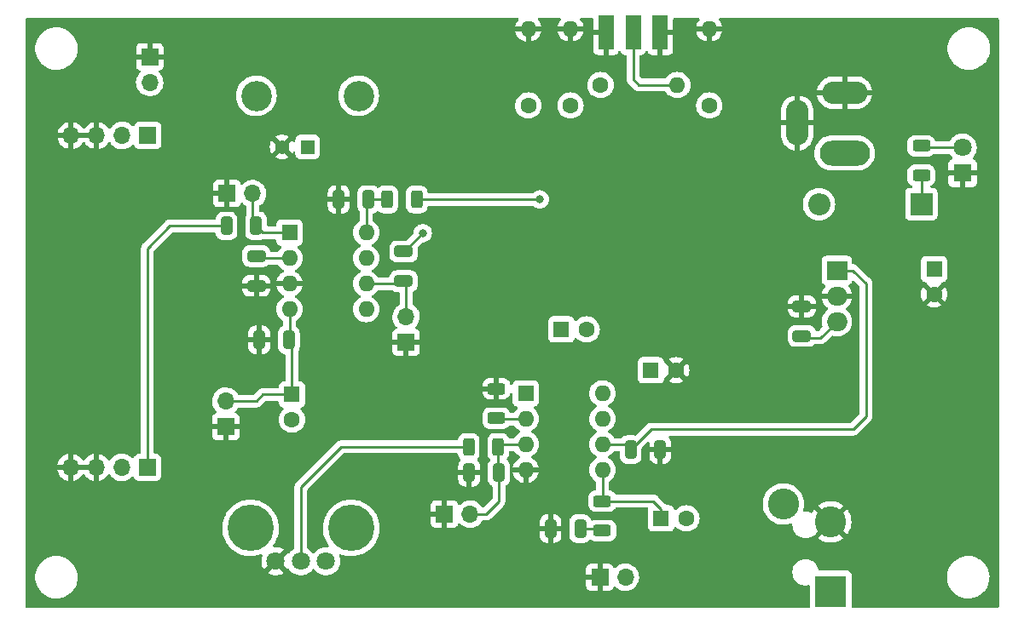
<source format=gbr>
%TF.GenerationSoftware,KiCad,Pcbnew,(6.0.7)*%
%TF.CreationDate,2023-03-19T17:20:47-04:00*%
%TF.ProjectId,DCV v2,44435620-7632-42e6-9b69-6361645f7063,rev?*%
%TF.SameCoordinates,Original*%
%TF.FileFunction,Copper,L1,Top*%
%TF.FilePolarity,Positive*%
%FSLAX46Y46*%
G04 Gerber Fmt 4.6, Leading zero omitted, Abs format (unit mm)*
G04 Created by KiCad (PCBNEW (6.0.7)) date 2023-03-19 17:20:47*
%MOMM*%
%LPD*%
G01*
G04 APERTURE LIST*
G04 Aperture macros list*
%AMRoundRect*
0 Rectangle with rounded corners*
0 $1 Rounding radius*
0 $2 $3 $4 $5 $6 $7 $8 $9 X,Y pos of 4 corners*
0 Add a 4 corners polygon primitive as box body*
4,1,4,$2,$3,$4,$5,$6,$7,$8,$9,$2,$3,0*
0 Add four circle primitives for the rounded corners*
1,1,$1+$1,$2,$3*
1,1,$1+$1,$4,$5*
1,1,$1+$1,$6,$7*
1,1,$1+$1,$8,$9*
0 Add four rect primitives between the rounded corners*
20,1,$1+$1,$2,$3,$4,$5,0*
20,1,$1+$1,$4,$5,$6,$7,0*
20,1,$1+$1,$6,$7,$8,$9,0*
20,1,$1+$1,$8,$9,$2,$3,0*%
G04 Aperture macros list end*
%TA.AperFunction,ComponentPad*%
%ADD10R,1.700000X1.700000*%
%TD*%
%TA.AperFunction,ComponentPad*%
%ADD11O,1.700000X1.700000*%
%TD*%
%TA.AperFunction,ComponentPad*%
%ADD12R,1.600000X1.600000*%
%TD*%
%TA.AperFunction,ComponentPad*%
%ADD13C,1.600000*%
%TD*%
%TA.AperFunction,SMDPad,CuDef*%
%ADD14RoundRect,0.250000X-0.325000X-0.650000X0.325000X-0.650000X0.325000X0.650000X-0.325000X0.650000X0*%
%TD*%
%TA.AperFunction,ComponentPad*%
%ADD15O,5.000000X2.500000*%
%TD*%
%TA.AperFunction,ComponentPad*%
%ADD16O,4.500000X2.250000*%
%TD*%
%TA.AperFunction,ComponentPad*%
%ADD17O,2.250000X4.500000*%
%TD*%
%TA.AperFunction,SMDPad,CuDef*%
%ADD18RoundRect,0.250000X-0.625000X0.312500X-0.625000X-0.312500X0.625000X-0.312500X0.625000X0.312500X0*%
%TD*%
%TA.AperFunction,ComponentPad*%
%ADD19O,1.600000X1.600000*%
%TD*%
%TA.AperFunction,SMDPad,CuDef*%
%ADD20RoundRect,0.250000X-0.650000X0.325000X-0.650000X-0.325000X0.650000X-0.325000X0.650000X0.325000X0*%
%TD*%
%TA.AperFunction,ComponentPad*%
%ADD21R,2.000000X1.905000*%
%TD*%
%TA.AperFunction,ComponentPad*%
%ADD22O,2.000000X1.905000*%
%TD*%
%TA.AperFunction,SMDPad,CuDef*%
%ADD23RoundRect,0.250000X0.625000X-0.312500X0.625000X0.312500X-0.625000X0.312500X-0.625000X-0.312500X0*%
%TD*%
%TA.AperFunction,SMDPad,CuDef*%
%ADD24RoundRect,0.250000X0.325000X0.650000X-0.325000X0.650000X-0.325000X-0.650000X0.325000X-0.650000X0*%
%TD*%
%TA.AperFunction,ComponentPad*%
%ADD25C,4.600000*%
%TD*%
%TA.AperFunction,ComponentPad*%
%ADD26C,1.800000*%
%TD*%
%TA.AperFunction,ComponentPad*%
%ADD27R,1.398000X1.398000*%
%TD*%
%TA.AperFunction,ComponentPad*%
%ADD28C,1.398000*%
%TD*%
%TA.AperFunction,ComponentPad*%
%ADD29C,3.015000*%
%TD*%
%TA.AperFunction,ComponentPad*%
%ADD30R,3.092000X3.092000*%
%TD*%
%TA.AperFunction,ComponentPad*%
%ADD31C,3.092000*%
%TD*%
%TA.AperFunction,SMDPad,CuDef*%
%ADD32RoundRect,0.250000X0.650000X-0.325000X0.650000X0.325000X-0.650000X0.325000X-0.650000X-0.325000X0*%
%TD*%
%TA.AperFunction,SMDPad,CuDef*%
%ADD33RoundRect,0.250000X-0.312500X-0.625000X0.312500X-0.625000X0.312500X0.625000X-0.312500X0.625000X0*%
%TD*%
%TA.AperFunction,SMDPad,CuDef*%
%ADD34R,1.500000X3.500000*%
%TD*%
%TA.AperFunction,ComponentPad*%
%ADD35R,1.800000X1.800000*%
%TD*%
%TA.AperFunction,ComponentPad*%
%ADD36R,2.200000X2.200000*%
%TD*%
%TA.AperFunction,ComponentPad*%
%ADD37O,2.200000X2.200000*%
%TD*%
%TA.AperFunction,SMDPad,CuDef*%
%ADD38RoundRect,0.250000X0.312500X0.625000X-0.312500X0.625000X-0.312500X-0.625000X0.312500X-0.625000X0*%
%TD*%
%TA.AperFunction,ViaPad*%
%ADD39C,0.800000*%
%TD*%
%TA.AperFunction,Conductor*%
%ADD40C,0.250000*%
%TD*%
G04 APERTURE END LIST*
D10*
%TO.P,J10,1,Pin_1*%
%TO.N,GND*%
X63817500Y-72961500D03*
D11*
%TO.P,J10,2,Pin_2*%
%TO.N,Net-(C4-Pad1)*%
X66357500Y-72961500D03*
%TD*%
D12*
%TO.P,C7,1*%
%TO.N,12V*%
X112435000Y-48601849D03*
D13*
%TO.P,C7,2*%
%TO.N,GND*%
X112435000Y-51101849D03*
%TD*%
D12*
%TO.P,C11,1*%
%TO.N,Net-(C11-Pad1)*%
X84318000Y-58664000D03*
D13*
%TO.P,C11,2*%
%TO.N,GND*%
X86818000Y-58664000D03*
%TD*%
D14*
%TO.P,C8,1*%
%TO.N,Net-(C8-Pad1)*%
X42162200Y-44297600D03*
%TO.P,C8,2*%
%TO.N,Net-(C8-Pad2)*%
X45112200Y-44297600D03*
%TD*%
D15*
%TO.P,J4,1*%
%TO.N,Net-(D2-Pad2)*%
X103545000Y-37054500D03*
D16*
%TO.P,J4,2*%
%TO.N,GND*%
X103545000Y-31054500D03*
D17*
%TO.P,J4,3*%
X98845000Y-34054500D03*
%TD*%
D18*
%TO.P,R7,1*%
%TO.N,GND*%
X68960651Y-60503500D03*
%TO.P,R7,2*%
%TO.N,Net-(R7-Pad2)*%
X68960651Y-63428500D03*
%TD*%
D13*
%TO.P,R4,1*%
%TO.N,Net-(C6-Pad1)*%
X79311500Y-30289500D03*
D19*
%TO.P,R4,2*%
%TO.N,Net-(J3-Pad1)*%
X86931500Y-30289500D03*
%TD*%
D13*
%TO.P,R9,1*%
%TO.N,Net-(C6-Pad1)*%
X72136000Y-32321500D03*
D19*
%TO.P,R9,2*%
%TO.N,GND*%
X72136000Y-24701500D03*
%TD*%
D20*
%TO.P,C2,1*%
%TO.N,Net-(C2-Pad1)*%
X45120400Y-47303000D03*
%TO.P,C2,2*%
%TO.N,GND*%
X45120400Y-50253000D03*
%TD*%
D12*
%TO.P,U4,1,GAIN*%
%TO.N,Net-(C12-Pad1)*%
X71882000Y-60960000D03*
D19*
%TO.P,U4,2,-*%
%TO.N,Net-(R7-Pad2)*%
X71882000Y-63500000D03*
%TO.P,U4,3,+*%
%TO.N,Net-(C4-Pad1)*%
X71882000Y-66040000D03*
%TO.P,U4,4,GND*%
%TO.N,GND*%
X71882000Y-68580000D03*
%TO.P,U4,5*%
%TO.N,Net-(C15-Pad1)*%
X79502000Y-68580000D03*
%TO.P,U4,6,V+*%
%TO.N,12V*%
X79502000Y-66040000D03*
%TO.P,U4,7,BYPASS*%
%TO.N,Net-(C11-Pad1)*%
X79502000Y-63500000D03*
%TO.P,U4,8,GAIN*%
%TO.N,Net-(C12-Pad2)*%
X79502000Y-60960000D03*
%TD*%
D21*
%TO.P,U3,1,VI*%
%TO.N,12V*%
X102783000Y-48738500D03*
D22*
%TO.P,U3,2,GND*%
%TO.N,GND*%
X102783000Y-51278500D03*
%TO.P,U3,3,VO*%
%TO.N,RX6V*%
X102783000Y-53818500D03*
%TD*%
D10*
%TO.P,J6,1,Pin_1*%
%TO.N,GND*%
X60007500Y-55880000D03*
D11*
%TO.P,J6,2,Pin_2*%
%TO.N,Net-(C6-Pad2)*%
X60007500Y-53340000D03*
%TD*%
D23*
%TO.P,R8,1*%
%TO.N,Net-(C14-Pad1)*%
X79492000Y-74604500D03*
%TO.P,R8,2*%
%TO.N,Net-(C15-Pad1)*%
X79492000Y-71679500D03*
%TD*%
D12*
%TO.P,C15,1*%
%TO.N,Net-(C15-Pad1)*%
X85334000Y-73396000D03*
D13*
%TO.P,C15,2*%
%TO.N,Net-(C15-Pad2)*%
X87834000Y-73396000D03*
%TD*%
D10*
%TO.P,J7,1,Pin_1*%
%TO.N,GND*%
X42100500Y-64267000D03*
D11*
%TO.P,J7,2,Pin_2*%
%TO.N,Net-(C1-Pad1)*%
X42100500Y-61727000D03*
%TD*%
D20*
%TO.P,C6,1*%
%TO.N,Net-(C6-Pad1)*%
X59753500Y-46848500D03*
%TO.P,C6,2*%
%TO.N,Net-(C6-Pad2)*%
X59753500Y-49798500D03*
%TD*%
D24*
%TO.P,C4,1*%
%TO.N,Net-(C4-Pad1)*%
X69214651Y-68824000D03*
%TO.P,C4,2*%
%TO.N,GND*%
X66264651Y-68824000D03*
%TD*%
%TO.P,C5,1*%
%TO.N,Net-(C5-Pad1)*%
X56259900Y-41666000D03*
%TO.P,C5,2*%
%TO.N,GND*%
X53309900Y-41666000D03*
%TD*%
D25*
%TO.P,RV1,*%
%TO.N,*%
X44555000Y-74347500D03*
X54555000Y-74347500D03*
D26*
%TO.P,RV1,1,1*%
%TO.N,GND*%
X47055000Y-77647500D03*
%TO.P,RV1,2,2*%
%TO.N,Net-(R1-Pad1)*%
X49555000Y-77647500D03*
%TO.P,RV1,3,3*%
%TO.N,Net-(C3-Pad2)*%
X52055000Y-77647500D03*
%TD*%
D27*
%TO.P,J1,1,1*%
%TO.N,Net-(J1-Pad1)*%
X50215800Y-36450500D03*
D28*
%TO.P,J1,2,2*%
%TO.N,GND*%
X47675800Y-36450500D03*
D29*
%TO.P,J1,P1,SHIELD*%
%TO.N,unconnected-(J1-PadP1)*%
X45135800Y-31370500D03*
%TO.P,J1,P2,SHIELD*%
%TO.N,unconnected-(J1-PadP2)*%
X55295800Y-31370500D03*
%TD*%
D30*
%TO.P,J5,1,1*%
%TO.N,Net-(C15-Pad2)*%
X102172000Y-80647000D03*
D31*
%TO.P,J5,2,2*%
%TO.N,GND*%
X102172000Y-73747000D03*
%TO.P,J5,3,3*%
%TO.N,unconnected-(J5-Pad3)*%
X97472000Y-71947000D03*
%TD*%
D13*
%TO.P,R3,1*%
%TO.N,Net-(C6-Pad1)*%
X76327000Y-32321500D03*
D19*
%TO.P,R3,2*%
%TO.N,GND*%
X76327000Y-24701500D03*
%TD*%
D32*
%TO.P,C10,1*%
%TO.N,RX6V*%
X99298000Y-55244500D03*
%TO.P,C10,2*%
%TO.N,GND*%
X99298000Y-52294500D03*
%TD*%
D33*
%TO.P,R1,1*%
%TO.N,Net-(R1-Pad1)*%
X66228151Y-66284000D03*
%TO.P,R1,2*%
%TO.N,Net-(C4-Pad1)*%
X69153151Y-66284000D03*
%TD*%
D12*
%TO.P,C3,1*%
%TO.N,Net-(C1-Pad1)*%
X48666400Y-61077349D03*
D13*
%TO.P,C3,2*%
%TO.N,Net-(C3-Pad2)*%
X48666400Y-63577349D03*
%TD*%
D12*
%TO.P,U2,1,IN_A*%
%TO.N,Net-(C8-Pad2)*%
X48422400Y-44968000D03*
D19*
%TO.P,U2,2,IN_B*%
%TO.N,Net-(C2-Pad1)*%
X48422400Y-47508000D03*
%TO.P,U2,3,GND*%
%TO.N,GND*%
X48422400Y-50048000D03*
%TO.P,U2,4,OUT_A*%
%TO.N,Net-(C1-Pad1)*%
X48422400Y-52588000D03*
%TO.P,U2,5,OUT_B*%
%TO.N,unconnected-(U2-Pad5)*%
X56042400Y-52588000D03*
%TO.P,U2,6,OSC_B*%
%TO.N,Net-(C6-Pad2)*%
X56042400Y-50048000D03*
%TO.P,U2,7,OSC_E*%
%TO.N,unconnected-(U2-Pad7)*%
X56042400Y-47508000D03*
%TO.P,U2,8,Vcc*%
%TO.N,Net-(C5-Pad1)*%
X56042400Y-44968000D03*
%TD*%
D34*
%TO.P,J3,1*%
%TO.N,Net-(J3-Pad1)*%
X82550000Y-25046500D03*
%TO.P,J3,G1*%
%TO.N,GND*%
X85250000Y-25046500D03*
%TO.P,J3,G2*%
X79850000Y-25046500D03*
%TD*%
D24*
%TO.P,C14,1*%
%TO.N,Net-(C14-Pad1)*%
X77293651Y-74412000D03*
%TO.P,C14,2*%
%TO.N,GND*%
X74343651Y-74412000D03*
%TD*%
D35*
%TO.P,D1,1,K*%
%TO.N,GND*%
X115265200Y-39065200D03*
D26*
%TO.P,D1,2,A*%
%TO.N,Net-(D1-Pad2)*%
X115265200Y-36525200D03*
%TD*%
D36*
%TO.P,D2,1,K*%
%TO.N,12V*%
X111165000Y-42134500D03*
D37*
%TO.P,D2,2,A*%
%TO.N,Net-(D2-Pad2)*%
X101005000Y-42134500D03*
%TD*%
D14*
%TO.P,C13,1*%
%TO.N,12V*%
X82296000Y-66548000D03*
%TO.P,C13,2*%
%TO.N,GND*%
X85246000Y-66548000D03*
%TD*%
D10*
%TO.P,J9,1,Pin_1*%
%TO.N,GND*%
X79243000Y-79248000D03*
D11*
%TO.P,J9,2,Pin_2*%
%TO.N,Net-(C15-Pad1)*%
X81783000Y-79248000D03*
%TD*%
D24*
%TO.P,C1,1*%
%TO.N,Net-(C1-Pad1)*%
X48363400Y-55626000D03*
%TO.P,C1,2*%
%TO.N,GND*%
X45413400Y-55626000D03*
%TD*%
D12*
%TO.P,C12,1*%
%TO.N,Net-(C12-Pad1)*%
X75428000Y-54600000D03*
D13*
%TO.P,C12,2*%
%TO.N,Net-(C12-Pad2)*%
X77928000Y-54600000D03*
%TD*%
%TO.P,R5,1*%
%TO.N,Net-(J3-Pad1)*%
X90106500Y-32321500D03*
D19*
%TO.P,R5,2*%
%TO.N,GND*%
X90106500Y-24701500D03*
%TD*%
D23*
%TO.P,R6,1*%
%TO.N,12V*%
X111165000Y-39279000D03*
%TO.P,R6,2*%
%TO.N,Net-(D1-Pad2)*%
X111165000Y-36354000D03*
%TD*%
D10*
%TO.P,U1,1,IN*%
%TO.N,Net-(J1-Pad1)*%
X34361400Y-35306000D03*
D11*
%TO.P,U1,2,IN*%
X31821400Y-35306000D03*
%TO.P,U1,3,GND*%
%TO.N,GND*%
X29281400Y-35306000D03*
%TO.P,U1,4,GND*%
X26741400Y-35306000D03*
%TO.P,U1,5,GND*%
X26695400Y-68326000D03*
%TO.P,U1,6,GND*%
X29235400Y-68326000D03*
%TO.P,U1,7,OUT*%
%TO.N,Net-(C8-Pad1)*%
X31775400Y-68326000D03*
D10*
%TO.P,U1,8,OUT*%
X34315400Y-68326000D03*
%TD*%
%TO.P,J8,1,Pin_1*%
%TO.N,GND*%
X34544000Y-27490500D03*
D11*
%TO.P,J8,2,Pin_2*%
%TO.N,Net-(J1-Pad1)*%
X34544000Y-30030500D03*
%TD*%
D10*
%TO.P,J2,1,Pin_1*%
%TO.N,GND*%
X42222500Y-41084500D03*
D11*
%TO.P,J2,2,Pin_2*%
%TO.N,Net-(C8-Pad2)*%
X44762500Y-41084500D03*
%TD*%
D38*
%TO.P,R2,1*%
%TO.N,RX6V*%
X61060900Y-41666000D03*
%TO.P,R2,2*%
%TO.N,Net-(C5-Pad1)*%
X58135900Y-41666000D03*
%TD*%
D39*
%TO.N,Net-(C6-Pad1)*%
X61658500Y-45021500D03*
%TO.N,RX6V*%
X73269000Y-41666000D03*
%TD*%
D40*
%TO.N,Net-(C1-Pad1)*%
X45793151Y-61077349D02*
X48666400Y-61077349D01*
X45143500Y-61727000D02*
X45793151Y-61077349D01*
X48422400Y-55567000D02*
X48363400Y-55626000D01*
X48666400Y-55929000D02*
X48666400Y-61077349D01*
X42100500Y-61727000D02*
X45143500Y-61727000D01*
X48363400Y-55626000D02*
X48666400Y-55929000D01*
X48422400Y-52588000D02*
X48422400Y-55567000D01*
%TO.N,Net-(C2-Pad1)*%
X45325400Y-47508000D02*
X48422400Y-47508000D01*
X45120400Y-47303000D02*
X45325400Y-47508000D01*
%TO.N,Net-(C4-Pad1)*%
X69153151Y-66284000D02*
X69397151Y-66040000D01*
X69153151Y-66284000D02*
X69153151Y-68762500D01*
X67945000Y-72961500D02*
X66357500Y-72961500D01*
X69214651Y-71691849D02*
X67945000Y-72961500D01*
X69153151Y-68762500D02*
X69214651Y-68824000D01*
X69214651Y-68824000D02*
X69214651Y-71691849D01*
X69397151Y-66040000D02*
X71882000Y-66040000D01*
%TO.N,Net-(C5-Pad1)*%
X56259900Y-41666000D02*
X58135900Y-41666000D01*
X56259900Y-41666000D02*
X56042400Y-41883500D01*
X56042400Y-41883500D02*
X56042400Y-44968000D01*
%TO.N,Net-(C6-Pad1)*%
X59831500Y-46848500D02*
X61658500Y-45021500D01*
X59753500Y-46848500D02*
X59831500Y-46848500D01*
%TO.N,12V*%
X105664000Y-50038000D02*
X104364500Y-48738500D01*
X82335000Y-66538000D02*
X84357000Y-64516000D01*
X104394000Y-64516000D02*
X105664000Y-63246000D01*
X81837000Y-66040000D02*
X82335000Y-66538000D01*
X105664000Y-63246000D02*
X105664000Y-50038000D01*
X111165000Y-39279000D02*
X111165000Y-42134500D01*
X84357000Y-64516000D02*
X104394000Y-64516000D01*
X79502000Y-66040000D02*
X81837000Y-66040000D01*
X104364500Y-48738500D02*
X102783000Y-48738500D01*
%TO.N,RX6V*%
X102783000Y-53818500D02*
X101153300Y-55448200D01*
X101153300Y-55448200D02*
X99501700Y-55448200D01*
X61060900Y-41666000D02*
X73269000Y-41666000D01*
%TO.N,Net-(D1-Pad2)*%
X111165000Y-36354000D02*
X111336200Y-36525200D01*
X111336200Y-36525200D02*
X115265200Y-36525200D01*
%TO.N,Net-(C6-Pad2)*%
X59504000Y-50048000D02*
X59753500Y-49798500D01*
X56042400Y-50048000D02*
X59504000Y-50048000D01*
X59753500Y-49798500D02*
X60007500Y-50052500D01*
X60007500Y-50052500D02*
X60007500Y-53340000D01*
%TO.N,Net-(J3-Pad1)*%
X83121500Y-30289500D02*
X86931500Y-30289500D01*
X82550000Y-29718000D02*
X83121500Y-30289500D01*
X82550000Y-25046500D02*
X82550000Y-29718000D01*
%TO.N,Net-(R1-Pad1)*%
X49555000Y-70269500D02*
X53540500Y-66284000D01*
X49555000Y-77647500D02*
X49555000Y-70269500D01*
X53540500Y-66284000D02*
X66228151Y-66284000D01*
%TO.N,Net-(C8-Pad1)*%
X34315400Y-46532800D02*
X34315400Y-68326000D01*
X42162200Y-44297600D02*
X36550600Y-44297600D01*
X36550600Y-44297600D02*
X34315400Y-46532800D01*
%TO.N,Net-(C14-Pad1)*%
X79299500Y-74412000D02*
X79492000Y-74604500D01*
X77293651Y-74412000D02*
X79299500Y-74412000D01*
%TO.N,Net-(C15-Pad1)*%
X85334000Y-72443500D02*
X85334000Y-73396000D01*
X79502000Y-71669500D02*
X79492000Y-71679500D01*
X79502000Y-68580000D02*
X79502000Y-71669500D01*
X79492000Y-71679500D02*
X84570000Y-71679500D01*
X84570000Y-71679500D02*
X85334000Y-72443500D01*
%TO.N,Net-(R7-Pad2)*%
X68960651Y-63428500D02*
X69032151Y-63500000D01*
X69032151Y-63500000D02*
X71882000Y-63500000D01*
%TO.N,Net-(C8-Pad2)*%
X44762500Y-41084500D02*
X44762500Y-43947900D01*
X44762500Y-43947900D02*
X45112200Y-44297600D01*
X45112200Y-44297600D02*
X45782600Y-44968000D01*
X45782600Y-44968000D02*
X48422400Y-44968000D01*
%TD*%
%TA.AperFunction,Conductor*%
%TO.N,GND*%
G36*
X71129140Y-23642502D02*
G01*
X71175633Y-23696158D01*
X71185737Y-23766432D01*
X71156243Y-23831012D01*
X71150114Y-23837595D01*
X71134084Y-23853625D01*
X71127028Y-23862033D01*
X71002069Y-24040493D01*
X70996586Y-24049989D01*
X70904510Y-24247447D01*
X70900764Y-24257739D01*
X70854606Y-24430003D01*
X70854942Y-24444099D01*
X70862884Y-24447500D01*
X73403967Y-24447500D01*
X73417498Y-24443527D01*
X73418727Y-24434978D01*
X73371236Y-24257739D01*
X73367490Y-24247447D01*
X73275414Y-24049989D01*
X73269931Y-24040493D01*
X73144972Y-23862033D01*
X73137916Y-23853625D01*
X73121886Y-23837595D01*
X73087860Y-23775283D01*
X73092925Y-23704468D01*
X73135472Y-23647632D01*
X73201992Y-23622821D01*
X73210981Y-23622500D01*
X75252019Y-23622500D01*
X75320140Y-23642502D01*
X75366633Y-23696158D01*
X75376737Y-23766432D01*
X75347243Y-23831012D01*
X75341114Y-23837595D01*
X75325084Y-23853625D01*
X75318028Y-23862033D01*
X75193069Y-24040493D01*
X75187586Y-24049989D01*
X75095510Y-24247447D01*
X75091764Y-24257739D01*
X75045606Y-24430003D01*
X75045942Y-24444099D01*
X75053884Y-24447500D01*
X77594967Y-24447500D01*
X77608498Y-24443527D01*
X77609727Y-24434978D01*
X77562236Y-24257739D01*
X77558490Y-24247447D01*
X77466414Y-24049989D01*
X77460931Y-24040493D01*
X77335972Y-23862033D01*
X77328916Y-23853625D01*
X77312886Y-23837595D01*
X77278860Y-23775283D01*
X77283925Y-23704468D01*
X77326472Y-23647632D01*
X77392992Y-23622821D01*
X77401981Y-23622500D01*
X78466000Y-23622500D01*
X78534121Y-23642502D01*
X78580614Y-23696158D01*
X78592000Y-23748500D01*
X78592000Y-24774385D01*
X78596475Y-24789624D01*
X78597865Y-24790829D01*
X78605548Y-24792500D01*
X79978000Y-24792500D01*
X80046121Y-24812502D01*
X80092614Y-24866158D01*
X80104000Y-24918500D01*
X80104000Y-27286384D01*
X80108475Y-27301623D01*
X80109865Y-27302828D01*
X80117548Y-27304499D01*
X80644669Y-27304499D01*
X80651490Y-27304129D01*
X80702352Y-27298605D01*
X80717604Y-27294979D01*
X80838054Y-27249824D01*
X80853649Y-27241286D01*
X80955724Y-27164785D01*
X80968285Y-27152224D01*
X81044786Y-27050149D01*
X81053324Y-27034554D01*
X81081751Y-26958726D01*
X81124393Y-26901962D01*
X81190954Y-26877262D01*
X81260303Y-26892470D01*
X81310421Y-26942756D01*
X81317715Y-26958726D01*
X81349385Y-27043205D01*
X81436739Y-27159761D01*
X81553295Y-27247115D01*
X81689684Y-27298245D01*
X81751866Y-27305000D01*
X81790500Y-27305000D01*
X81858621Y-27325002D01*
X81905114Y-27378658D01*
X81916500Y-27431000D01*
X81916500Y-29639233D01*
X81915973Y-29650416D01*
X81914298Y-29657909D01*
X81914547Y-29665835D01*
X81914547Y-29665836D01*
X81916438Y-29725986D01*
X81916500Y-29729945D01*
X81916500Y-29757856D01*
X81916997Y-29761790D01*
X81916997Y-29761791D01*
X81917005Y-29761856D01*
X81917938Y-29773693D01*
X81919327Y-29817889D01*
X81924378Y-29835275D01*
X81924978Y-29837339D01*
X81928987Y-29856700D01*
X81931526Y-29876797D01*
X81934445Y-29884168D01*
X81934445Y-29884170D01*
X81947804Y-29917912D01*
X81951649Y-29929142D01*
X81963982Y-29971593D01*
X81968015Y-29978412D01*
X81968017Y-29978417D01*
X81974293Y-29989028D01*
X81982988Y-30006776D01*
X81990448Y-30025617D01*
X81995110Y-30032033D01*
X81995110Y-30032034D01*
X82016436Y-30061387D01*
X82022952Y-30071307D01*
X82040163Y-30100408D01*
X82045458Y-30109362D01*
X82059779Y-30123683D01*
X82072619Y-30138716D01*
X82084528Y-30155107D01*
X82116413Y-30181484D01*
X82118593Y-30183288D01*
X82127374Y-30191278D01*
X82617853Y-30681758D01*
X82625387Y-30690037D01*
X82629500Y-30696518D01*
X82679151Y-30743143D01*
X82681993Y-30745898D01*
X82701730Y-30765635D01*
X82704927Y-30768115D01*
X82713947Y-30775818D01*
X82746179Y-30806086D01*
X82753125Y-30809905D01*
X82753128Y-30809907D01*
X82763934Y-30815848D01*
X82780453Y-30826699D01*
X82796459Y-30839114D01*
X82803728Y-30842259D01*
X82803732Y-30842262D01*
X82837037Y-30856674D01*
X82847687Y-30861891D01*
X82886440Y-30883195D01*
X82894115Y-30885166D01*
X82894116Y-30885166D01*
X82906062Y-30888233D01*
X82924767Y-30894637D01*
X82943355Y-30902681D01*
X82951178Y-30903920D01*
X82951188Y-30903923D01*
X82987024Y-30909599D01*
X82998644Y-30912005D01*
X83033789Y-30921028D01*
X83041470Y-30923000D01*
X83061724Y-30923000D01*
X83081434Y-30924551D01*
X83101443Y-30927720D01*
X83109335Y-30926974D01*
X83145461Y-30923559D01*
X83157319Y-30923000D01*
X85712106Y-30923000D01*
X85780227Y-30943002D01*
X85815319Y-30976729D01*
X85922143Y-31129289D01*
X85925302Y-31133800D01*
X86087200Y-31295698D01*
X86091708Y-31298855D01*
X86091711Y-31298857D01*
X86147163Y-31337685D01*
X86274751Y-31427023D01*
X86279733Y-31429346D01*
X86279738Y-31429349D01*
X86477275Y-31521461D01*
X86482257Y-31523784D01*
X86487565Y-31525206D01*
X86487567Y-31525207D01*
X86698098Y-31581619D01*
X86698100Y-31581619D01*
X86703413Y-31583043D01*
X86931500Y-31602998D01*
X87159587Y-31583043D01*
X87164900Y-31581619D01*
X87164902Y-31581619D01*
X87375433Y-31525207D01*
X87375435Y-31525206D01*
X87380743Y-31523784D01*
X87385725Y-31521461D01*
X87583262Y-31429349D01*
X87583267Y-31429346D01*
X87588249Y-31427023D01*
X87715837Y-31337685D01*
X87771289Y-31298857D01*
X87771292Y-31298855D01*
X87775800Y-31295698D01*
X87937698Y-31133800D01*
X87960991Y-31100535D01*
X88012146Y-31027478D01*
X88069023Y-30946249D01*
X88071346Y-30941267D01*
X88071349Y-30941262D01*
X88142765Y-30788108D01*
X100804553Y-30788108D01*
X100806531Y-30797529D01*
X100817998Y-30800500D01*
X103272885Y-30800500D01*
X103288124Y-30796025D01*
X103289329Y-30794635D01*
X103291000Y-30786952D01*
X103291000Y-30782385D01*
X103799000Y-30782385D01*
X103803475Y-30797624D01*
X103804865Y-30798829D01*
X103812548Y-30800500D01*
X106269945Y-30800500D01*
X106284738Y-30796156D01*
X106285858Y-30789819D01*
X106229033Y-30553127D01*
X106225984Y-30543742D01*
X106131408Y-30315415D01*
X106126927Y-30306621D01*
X105997792Y-30095892D01*
X105991999Y-30087919D01*
X105831484Y-29899980D01*
X105824520Y-29893016D01*
X105636581Y-29732501D01*
X105628608Y-29726708D01*
X105417879Y-29597573D01*
X105409085Y-29593092D01*
X105180758Y-29498516D01*
X105171373Y-29495467D01*
X104931060Y-29437772D01*
X104921313Y-29436229D01*
X104736624Y-29421693D01*
X104731697Y-29421500D01*
X103817115Y-29421500D01*
X103801876Y-29425975D01*
X103800671Y-29427365D01*
X103799000Y-29435048D01*
X103799000Y-30782385D01*
X103291000Y-30782385D01*
X103291000Y-29439615D01*
X103286525Y-29424376D01*
X103285135Y-29423171D01*
X103277452Y-29421500D01*
X102358303Y-29421500D01*
X102353376Y-29421693D01*
X102168687Y-29436229D01*
X102158940Y-29437772D01*
X101918627Y-29495467D01*
X101909242Y-29498516D01*
X101680915Y-29593092D01*
X101672121Y-29597573D01*
X101461392Y-29726708D01*
X101453419Y-29732501D01*
X101265480Y-29893016D01*
X101258516Y-29899980D01*
X101098001Y-30087919D01*
X101092208Y-30095892D01*
X100963073Y-30306621D01*
X100958592Y-30315415D01*
X100864016Y-30543742D01*
X100860967Y-30553127D01*
X100804553Y-30788108D01*
X88142765Y-30788108D01*
X88163461Y-30743725D01*
X88163461Y-30743724D01*
X88165784Y-30738743D01*
X88189692Y-30649520D01*
X88223619Y-30522902D01*
X88223619Y-30522900D01*
X88225043Y-30517587D01*
X88244998Y-30289500D01*
X88225043Y-30061413D01*
X88223619Y-30056098D01*
X88167207Y-29845567D01*
X88167206Y-29845565D01*
X88165784Y-29840257D01*
X88148337Y-29802842D01*
X88071349Y-29637738D01*
X88071346Y-29637733D01*
X88069023Y-29632751D01*
X87995598Y-29527889D01*
X87940857Y-29449711D01*
X87940855Y-29449708D01*
X87937698Y-29445200D01*
X87775800Y-29283302D01*
X87771292Y-29280145D01*
X87771289Y-29280143D01*
X87655086Y-29198777D01*
X87588249Y-29151977D01*
X87583267Y-29149654D01*
X87583262Y-29149651D01*
X87385725Y-29057539D01*
X87385724Y-29057539D01*
X87380743Y-29055216D01*
X87375435Y-29053794D01*
X87375433Y-29053793D01*
X87164902Y-28997381D01*
X87164900Y-28997381D01*
X87159587Y-28995957D01*
X86931500Y-28976002D01*
X86703413Y-28995957D01*
X86698100Y-28997381D01*
X86698098Y-28997381D01*
X86487567Y-29053793D01*
X86487565Y-29053794D01*
X86482257Y-29055216D01*
X86477276Y-29057539D01*
X86477275Y-29057539D01*
X86279738Y-29149651D01*
X86279733Y-29149654D01*
X86274751Y-29151977D01*
X86207914Y-29198777D01*
X86091711Y-29280143D01*
X86091708Y-29280145D01*
X86087200Y-29283302D01*
X85925302Y-29445200D01*
X85922145Y-29449708D01*
X85922143Y-29449711D01*
X85815319Y-29602271D01*
X85759862Y-29646599D01*
X85712106Y-29656000D01*
X83436095Y-29656000D01*
X83367974Y-29635998D01*
X83346999Y-29619095D01*
X83220404Y-29492499D01*
X83186379Y-29430187D01*
X83183500Y-29403404D01*
X83183500Y-27431000D01*
X83203502Y-27362879D01*
X83257158Y-27316386D01*
X83309500Y-27305000D01*
X83348134Y-27305000D01*
X83410316Y-27298245D01*
X83546705Y-27247115D01*
X83663261Y-27159761D01*
X83750615Y-27043205D01*
X83782285Y-26958726D01*
X83824927Y-26901962D01*
X83891488Y-26877262D01*
X83960837Y-26892470D01*
X84010955Y-26942756D01*
X84018249Y-26958726D01*
X84046676Y-27034554D01*
X84055214Y-27050149D01*
X84131715Y-27152224D01*
X84144276Y-27164785D01*
X84246351Y-27241286D01*
X84261946Y-27249824D01*
X84382394Y-27294978D01*
X84397649Y-27298605D01*
X84448514Y-27304131D01*
X84455328Y-27304500D01*
X84977885Y-27304500D01*
X84993124Y-27300025D01*
X84994329Y-27298635D01*
X84996000Y-27290952D01*
X84996000Y-27286384D01*
X85504000Y-27286384D01*
X85508475Y-27301623D01*
X85509865Y-27302828D01*
X85517548Y-27304499D01*
X86044669Y-27304499D01*
X86051490Y-27304129D01*
X86102352Y-27298605D01*
X86117604Y-27294979D01*
X86238054Y-27249824D01*
X86253649Y-27241286D01*
X86355724Y-27164785D01*
X86368285Y-27152224D01*
X86444786Y-27050149D01*
X86453324Y-27034554D01*
X86498478Y-26914106D01*
X86502105Y-26898851D01*
X86507631Y-26847986D01*
X86508000Y-26841172D01*
X86508000Y-26802703D01*
X113778243Y-26802703D01*
X113778802Y-26806947D01*
X113778802Y-26806951D01*
X113784205Y-26847990D01*
X113815768Y-27087734D01*
X113891629Y-27365036D01*
X114004423Y-27629476D01*
X114152061Y-27876161D01*
X114331813Y-28100528D01*
X114540351Y-28298423D01*
X114661075Y-28385172D01*
X114762573Y-28458106D01*
X114773817Y-28466186D01*
X114777612Y-28468195D01*
X114777613Y-28468196D01*
X114799369Y-28479715D01*
X115027892Y-28600712D01*
X115052199Y-28609607D01*
X115288891Y-28696224D01*
X115297873Y-28699511D01*
X115578764Y-28760755D01*
X115607341Y-28763004D01*
X115801782Y-28778307D01*
X115801791Y-28778307D01*
X115804239Y-28778500D01*
X115959771Y-28778500D01*
X115961907Y-28778354D01*
X115961918Y-28778354D01*
X116170048Y-28764165D01*
X116170054Y-28764164D01*
X116174325Y-28763873D01*
X116178520Y-28763004D01*
X116178522Y-28763004D01*
X116422064Y-28712569D01*
X116455842Y-28705574D01*
X116726843Y-28609607D01*
X116982312Y-28477750D01*
X116985813Y-28475289D01*
X116985817Y-28475287D01*
X117114041Y-28385169D01*
X117217523Y-28312441D01*
X117428122Y-28116740D01*
X117610213Y-27894268D01*
X117760427Y-27649142D01*
X117875983Y-27385898D01*
X117954744Y-27109406D01*
X117995251Y-26824784D01*
X117995345Y-26806951D01*
X117996735Y-26541583D01*
X117996735Y-26541576D01*
X117996757Y-26537297D01*
X117959232Y-26252266D01*
X117883371Y-25974964D01*
X117865467Y-25932990D01*
X117772263Y-25714476D01*
X117772261Y-25714472D01*
X117770577Y-25710524D01*
X117622939Y-25463839D01*
X117443187Y-25239472D01*
X117234649Y-25041577D01*
X117001183Y-24873814D01*
X116986724Y-24866158D01*
X116869112Y-24803886D01*
X116747108Y-24739288D01*
X116477127Y-24640489D01*
X116196236Y-24579245D01*
X116165185Y-24576801D01*
X115973218Y-24561693D01*
X115973209Y-24561693D01*
X115970761Y-24561500D01*
X115815229Y-24561500D01*
X115813093Y-24561646D01*
X115813082Y-24561646D01*
X115604952Y-24575835D01*
X115604946Y-24575836D01*
X115600675Y-24576127D01*
X115596480Y-24576996D01*
X115596478Y-24576996D01*
X115459916Y-24605277D01*
X115319158Y-24634426D01*
X115048157Y-24730393D01*
X115044348Y-24732359D01*
X114905767Y-24803886D01*
X114792688Y-24862250D01*
X114789187Y-24864711D01*
X114789183Y-24864713D01*
X114787127Y-24866158D01*
X114557477Y-25027559D01*
X114346878Y-25223260D01*
X114164787Y-25445732D01*
X114014573Y-25690858D01*
X114012847Y-25694791D01*
X114012846Y-25694792D01*
X113906640Y-25936736D01*
X113899017Y-25954102D01*
X113820256Y-26230594D01*
X113779749Y-26515216D01*
X113779727Y-26519505D01*
X113779726Y-26519512D01*
X113778265Y-26798417D01*
X113778243Y-26802703D01*
X86508000Y-26802703D01*
X86508000Y-25318615D01*
X86503525Y-25303376D01*
X86502135Y-25302171D01*
X86494452Y-25300500D01*
X85522115Y-25300500D01*
X85506876Y-25304975D01*
X85505671Y-25306365D01*
X85504000Y-25314048D01*
X85504000Y-27286384D01*
X84996000Y-27286384D01*
X84996000Y-24968022D01*
X88823773Y-24968022D01*
X88871264Y-25145261D01*
X88875010Y-25155553D01*
X88967086Y-25353011D01*
X88972569Y-25362507D01*
X89097528Y-25540967D01*
X89104584Y-25549375D01*
X89258625Y-25703416D01*
X89267033Y-25710472D01*
X89445493Y-25835431D01*
X89454989Y-25840914D01*
X89652447Y-25932990D01*
X89662739Y-25936736D01*
X89835003Y-25982894D01*
X89849099Y-25982558D01*
X89852500Y-25974616D01*
X89852500Y-25969467D01*
X90360500Y-25969467D01*
X90364473Y-25982998D01*
X90373022Y-25984227D01*
X90550261Y-25936736D01*
X90560553Y-25932990D01*
X90758011Y-25840914D01*
X90767507Y-25835431D01*
X90945967Y-25710472D01*
X90954375Y-25703416D01*
X91108416Y-25549375D01*
X91115472Y-25540967D01*
X91240431Y-25362507D01*
X91245914Y-25353011D01*
X91337990Y-25155553D01*
X91341736Y-25145261D01*
X91387894Y-24972997D01*
X91387558Y-24958901D01*
X91379616Y-24955500D01*
X90378615Y-24955500D01*
X90363376Y-24959975D01*
X90362171Y-24961365D01*
X90360500Y-24969048D01*
X90360500Y-25969467D01*
X89852500Y-25969467D01*
X89852500Y-24973615D01*
X89848025Y-24958376D01*
X89846635Y-24957171D01*
X89838952Y-24955500D01*
X88838533Y-24955500D01*
X88825002Y-24959473D01*
X88823773Y-24968022D01*
X84996000Y-24968022D01*
X84996000Y-24918500D01*
X85016002Y-24850379D01*
X85069658Y-24803886D01*
X85122000Y-24792500D01*
X86489884Y-24792500D01*
X86505123Y-24788025D01*
X86506328Y-24786635D01*
X86507999Y-24778952D01*
X86507999Y-23748500D01*
X86528001Y-23680379D01*
X86581657Y-23633886D01*
X86633999Y-23622500D01*
X89031519Y-23622500D01*
X89099640Y-23642502D01*
X89146133Y-23696158D01*
X89156237Y-23766432D01*
X89126743Y-23831012D01*
X89120614Y-23837595D01*
X89104584Y-23853625D01*
X89097528Y-23862033D01*
X88972569Y-24040493D01*
X88967086Y-24049989D01*
X88875010Y-24247447D01*
X88871264Y-24257739D01*
X88825106Y-24430003D01*
X88825442Y-24444099D01*
X88833384Y-24447500D01*
X91374467Y-24447500D01*
X91387998Y-24443527D01*
X91389227Y-24434978D01*
X91341736Y-24257739D01*
X91337990Y-24247447D01*
X91245914Y-24049989D01*
X91240431Y-24040493D01*
X91115472Y-23862033D01*
X91108416Y-23853625D01*
X91092386Y-23837595D01*
X91058360Y-23775283D01*
X91063425Y-23704468D01*
X91105972Y-23647632D01*
X91172492Y-23622821D01*
X91181481Y-23622500D01*
X118745500Y-23622500D01*
X118813621Y-23642502D01*
X118860114Y-23696158D01*
X118871500Y-23748500D01*
X118871500Y-82169500D01*
X118851498Y-82237621D01*
X118797842Y-82284114D01*
X118745500Y-82295500D01*
X104352500Y-82295500D01*
X104284379Y-82275498D01*
X104237886Y-82221842D01*
X104226500Y-82169500D01*
X104226500Y-79380703D01*
X113714743Y-79380703D01*
X113715302Y-79384947D01*
X113715302Y-79384951D01*
X113722249Y-79437715D01*
X113752268Y-79665734D01*
X113828129Y-79943036D01*
X113829813Y-79946984D01*
X113920970Y-80160696D01*
X113940923Y-80207476D01*
X114088561Y-80454161D01*
X114268313Y-80678528D01*
X114476851Y-80876423D01*
X114710317Y-81044186D01*
X114714112Y-81046195D01*
X114714113Y-81046196D01*
X114735869Y-81057715D01*
X114964392Y-81178712D01*
X115234373Y-81277511D01*
X115515264Y-81338755D01*
X115543841Y-81341004D01*
X115738282Y-81356307D01*
X115738291Y-81356307D01*
X115740739Y-81356500D01*
X115896271Y-81356500D01*
X115898407Y-81356354D01*
X115898418Y-81356354D01*
X116106548Y-81342165D01*
X116106554Y-81342164D01*
X116110825Y-81341873D01*
X116115020Y-81341004D01*
X116115022Y-81341004D01*
X116251584Y-81312723D01*
X116392342Y-81283574D01*
X116663343Y-81187607D01*
X116918812Y-81055750D01*
X116922313Y-81053289D01*
X116922317Y-81053287D01*
X117036418Y-80973095D01*
X117154023Y-80890441D01*
X117364622Y-80694740D01*
X117546713Y-80472268D01*
X117696927Y-80227142D01*
X117700927Y-80218031D01*
X117810757Y-79967830D01*
X117812483Y-79963898D01*
X117817742Y-79945438D01*
X117890068Y-79691534D01*
X117891244Y-79687406D01*
X117931751Y-79402784D01*
X117931845Y-79384951D01*
X117933235Y-79119583D01*
X117933235Y-79119576D01*
X117933257Y-79115297D01*
X117925870Y-79059183D01*
X117907477Y-78919477D01*
X117895732Y-78830266D01*
X117819871Y-78552964D01*
X117791360Y-78486122D01*
X117708763Y-78292476D01*
X117708761Y-78292472D01*
X117707077Y-78288524D01*
X117603704Y-78115800D01*
X117561643Y-78045521D01*
X117561640Y-78045517D01*
X117559439Y-78041839D01*
X117379687Y-77817472D01*
X117200574Y-77647500D01*
X117174258Y-77622527D01*
X117174255Y-77622525D01*
X117171149Y-77619577D01*
X116937683Y-77451814D01*
X116915843Y-77440250D01*
X116892654Y-77427972D01*
X116683608Y-77317288D01*
X116413627Y-77218489D01*
X116132736Y-77157245D01*
X116101685Y-77154801D01*
X115909718Y-77139693D01*
X115909709Y-77139693D01*
X115907261Y-77139500D01*
X115751729Y-77139500D01*
X115749593Y-77139646D01*
X115749582Y-77139646D01*
X115541452Y-77153835D01*
X115541446Y-77153836D01*
X115537175Y-77154127D01*
X115532980Y-77154996D01*
X115532978Y-77154996D01*
X115486380Y-77164646D01*
X115255658Y-77212426D01*
X114984657Y-77308393D01*
X114729188Y-77440250D01*
X114725687Y-77442711D01*
X114725683Y-77442713D01*
X114710396Y-77453457D01*
X114493977Y-77605559D01*
X114283378Y-77801260D01*
X114101287Y-78023732D01*
X113951073Y-78268858D01*
X113949347Y-78272791D01*
X113949346Y-78272792D01*
X113938387Y-78297757D01*
X113835517Y-78532102D01*
X113756756Y-78808594D01*
X113735049Y-78961116D01*
X113721093Y-79059183D01*
X113716249Y-79093216D01*
X113716227Y-79097505D01*
X113716226Y-79097512D01*
X113714765Y-79376417D01*
X113714743Y-79380703D01*
X104226500Y-79380703D01*
X104226500Y-79052866D01*
X104219745Y-78990684D01*
X104168615Y-78854295D01*
X104081261Y-78737739D01*
X103964705Y-78650385D01*
X103828316Y-78599255D01*
X103766134Y-78592500D01*
X101081944Y-78592500D01*
X101013823Y-78572498D01*
X100967330Y-78518842D01*
X100960237Y-78499111D01*
X100907707Y-78303067D01*
X100907706Y-78303065D01*
X100906284Y-78297757D01*
X100903961Y-78292775D01*
X100811849Y-78095238D01*
X100811846Y-78095233D01*
X100809523Y-78090251D01*
X100736098Y-77985389D01*
X100681357Y-77907211D01*
X100681355Y-77907208D01*
X100678198Y-77902700D01*
X100516300Y-77740802D01*
X100511792Y-77737645D01*
X100511789Y-77737643D01*
X100341118Y-77618138D01*
X100328749Y-77609477D01*
X100323767Y-77607154D01*
X100323762Y-77607151D01*
X100126225Y-77515039D01*
X100126224Y-77515039D01*
X100121243Y-77512716D01*
X100115935Y-77511294D01*
X100115933Y-77511293D01*
X99905402Y-77454881D01*
X99905400Y-77454881D01*
X99900087Y-77453457D01*
X99800520Y-77444746D01*
X99731851Y-77438738D01*
X99731844Y-77438738D01*
X99729127Y-77438500D01*
X99614873Y-77438500D01*
X99612156Y-77438738D01*
X99612149Y-77438738D01*
X99543480Y-77444746D01*
X99443913Y-77453457D01*
X99438600Y-77454881D01*
X99438598Y-77454881D01*
X99228067Y-77511293D01*
X99228065Y-77511294D01*
X99222757Y-77512716D01*
X99217776Y-77515039D01*
X99217775Y-77515039D01*
X99020238Y-77607151D01*
X99020233Y-77607154D01*
X99015251Y-77609477D01*
X99002882Y-77618138D01*
X98832211Y-77737643D01*
X98832208Y-77737645D01*
X98827700Y-77740802D01*
X98665802Y-77902700D01*
X98662645Y-77907208D01*
X98662643Y-77907211D01*
X98607902Y-77985389D01*
X98534477Y-78090251D01*
X98532154Y-78095233D01*
X98532151Y-78095238D01*
X98440039Y-78292775D01*
X98437716Y-78297757D01*
X98436294Y-78303065D01*
X98436293Y-78303067D01*
X98404081Y-78423283D01*
X98378457Y-78518913D01*
X98358502Y-78747000D01*
X98378457Y-78975087D01*
X98379881Y-78980400D01*
X98379881Y-78980402D01*
X98400991Y-79059183D01*
X98437716Y-79196243D01*
X98440039Y-79201224D01*
X98440039Y-79201225D01*
X98532151Y-79398762D01*
X98532154Y-79398767D01*
X98534477Y-79403749D01*
X98603273Y-79502000D01*
X98630598Y-79541023D01*
X98665802Y-79591300D01*
X98827700Y-79753198D01*
X98832208Y-79756355D01*
X98832211Y-79756357D01*
X98910389Y-79811098D01*
X99015251Y-79884523D01*
X99020233Y-79886846D01*
X99020238Y-79886849D01*
X99217775Y-79978961D01*
X99222757Y-79981284D01*
X99228065Y-79982706D01*
X99228067Y-79982707D01*
X99438598Y-80039119D01*
X99438600Y-80039119D01*
X99443913Y-80040543D01*
X99543480Y-80049254D01*
X99612149Y-80055262D01*
X99612156Y-80055262D01*
X99614873Y-80055500D01*
X99729127Y-80055500D01*
X99731844Y-80055262D01*
X99731851Y-80055262D01*
X99800520Y-80049254D01*
X99900087Y-80040543D01*
X99905400Y-80039119D01*
X99905402Y-80039119D01*
X99958889Y-80024787D01*
X100029865Y-80026477D01*
X100088661Y-80066271D01*
X100116609Y-80131535D01*
X100117500Y-80146494D01*
X100117500Y-82169500D01*
X100097498Y-82237621D01*
X100043842Y-82284114D01*
X99991500Y-82295500D01*
X22351500Y-82295500D01*
X22283379Y-82275498D01*
X22236886Y-82221842D01*
X22225500Y-82169500D01*
X22225500Y-79380703D01*
X23163743Y-79380703D01*
X23164302Y-79384947D01*
X23164302Y-79384951D01*
X23171249Y-79437715D01*
X23201268Y-79665734D01*
X23277129Y-79943036D01*
X23278813Y-79946984D01*
X23369970Y-80160696D01*
X23389923Y-80207476D01*
X23537561Y-80454161D01*
X23717313Y-80678528D01*
X23925851Y-80876423D01*
X24159317Y-81044186D01*
X24163112Y-81046195D01*
X24163113Y-81046196D01*
X24184869Y-81057715D01*
X24413392Y-81178712D01*
X24683373Y-81277511D01*
X24964264Y-81338755D01*
X24992841Y-81341004D01*
X25187282Y-81356307D01*
X25187291Y-81356307D01*
X25189739Y-81356500D01*
X25345271Y-81356500D01*
X25347407Y-81356354D01*
X25347418Y-81356354D01*
X25555548Y-81342165D01*
X25555554Y-81342164D01*
X25559825Y-81341873D01*
X25564020Y-81341004D01*
X25564022Y-81341004D01*
X25700584Y-81312723D01*
X25841342Y-81283574D01*
X26112343Y-81187607D01*
X26367812Y-81055750D01*
X26371313Y-81053289D01*
X26371317Y-81053287D01*
X26485418Y-80973095D01*
X26603023Y-80890441D01*
X26813622Y-80694740D01*
X26995713Y-80472268D01*
X27145927Y-80227142D01*
X27149927Y-80218031D01*
X27183008Y-80142669D01*
X77885001Y-80142669D01*
X77885371Y-80149490D01*
X77890895Y-80200352D01*
X77894521Y-80215604D01*
X77939676Y-80336054D01*
X77948214Y-80351649D01*
X78024715Y-80453724D01*
X78037276Y-80466285D01*
X78139351Y-80542786D01*
X78154946Y-80551324D01*
X78275394Y-80596478D01*
X78290649Y-80600105D01*
X78341514Y-80605631D01*
X78348328Y-80606000D01*
X78970885Y-80606000D01*
X78986124Y-80601525D01*
X78987329Y-80600135D01*
X78989000Y-80592452D01*
X78989000Y-80587884D01*
X79497000Y-80587884D01*
X79501475Y-80603123D01*
X79502865Y-80604328D01*
X79510548Y-80605999D01*
X80137669Y-80605999D01*
X80144490Y-80605629D01*
X80195352Y-80600105D01*
X80210604Y-80596479D01*
X80331054Y-80551324D01*
X80346649Y-80542786D01*
X80448724Y-80466285D01*
X80461285Y-80453724D01*
X80537786Y-80351649D01*
X80546324Y-80336054D01*
X80587225Y-80226952D01*
X80629867Y-80170188D01*
X80696428Y-80145488D01*
X80765777Y-80160696D01*
X80800444Y-80188684D01*
X80825865Y-80218031D01*
X80825869Y-80218035D01*
X80829250Y-80221938D01*
X81001126Y-80364632D01*
X81194000Y-80477338D01*
X81402692Y-80557030D01*
X81407760Y-80558061D01*
X81407763Y-80558062D01*
X81515017Y-80579883D01*
X81621597Y-80601567D01*
X81626772Y-80601757D01*
X81626774Y-80601757D01*
X81839673Y-80609564D01*
X81839677Y-80609564D01*
X81844837Y-80609753D01*
X81849957Y-80609097D01*
X81849959Y-80609097D01*
X82061288Y-80582025D01*
X82061289Y-80582025D01*
X82066416Y-80581368D01*
X82071366Y-80579883D01*
X82275429Y-80518661D01*
X82275434Y-80518659D01*
X82280384Y-80517174D01*
X82480994Y-80418896D01*
X82662860Y-80289173D01*
X82821096Y-80131489D01*
X82951453Y-79950077D01*
X82956979Y-79938897D01*
X83048136Y-79754453D01*
X83048137Y-79754451D01*
X83050430Y-79749811D01*
X83082900Y-79642940D01*
X83113865Y-79541023D01*
X83113865Y-79541021D01*
X83115370Y-79536069D01*
X83144529Y-79314590D01*
X83146156Y-79248000D01*
X83127852Y-79025361D01*
X83073431Y-78808702D01*
X82984354Y-78603840D01*
X82880135Y-78442742D01*
X82865822Y-78420617D01*
X82865820Y-78420614D01*
X82863014Y-78416277D01*
X82712670Y-78251051D01*
X82708619Y-78247852D01*
X82708615Y-78247848D01*
X82541414Y-78115800D01*
X82541410Y-78115798D01*
X82537359Y-78112598D01*
X82341789Y-78004638D01*
X82336920Y-78002914D01*
X82336916Y-78002912D01*
X82136087Y-77931795D01*
X82136083Y-77931794D01*
X82131212Y-77930069D01*
X82126119Y-77929162D01*
X82126116Y-77929161D01*
X81916373Y-77891800D01*
X81916367Y-77891799D01*
X81911284Y-77890894D01*
X81837452Y-77889992D01*
X81693081Y-77888228D01*
X81693079Y-77888228D01*
X81687911Y-77888165D01*
X81467091Y-77921955D01*
X81254756Y-77991357D01*
X81224443Y-78007137D01*
X81064783Y-78090251D01*
X81056607Y-78094507D01*
X81052474Y-78097610D01*
X81052471Y-78097612D01*
X80882100Y-78225530D01*
X80877965Y-78228635D01*
X80874393Y-78232373D01*
X80796898Y-78313466D01*
X80735374Y-78348895D01*
X80664462Y-78345438D01*
X80606676Y-78304192D01*
X80587823Y-78270644D01*
X80546324Y-78159946D01*
X80537786Y-78144351D01*
X80461285Y-78042276D01*
X80448724Y-78029715D01*
X80346649Y-77953214D01*
X80331054Y-77944676D01*
X80210606Y-77899522D01*
X80195351Y-77895895D01*
X80144486Y-77890369D01*
X80137672Y-77890000D01*
X79515115Y-77890000D01*
X79499876Y-77894475D01*
X79498671Y-77895865D01*
X79497000Y-77903548D01*
X79497000Y-80587884D01*
X78989000Y-80587884D01*
X78989000Y-79520115D01*
X78984525Y-79504876D01*
X78983135Y-79503671D01*
X78975452Y-79502000D01*
X77903116Y-79502000D01*
X77887877Y-79506475D01*
X77886672Y-79507865D01*
X77885001Y-79515548D01*
X77885001Y-80142669D01*
X27183008Y-80142669D01*
X27259757Y-79967830D01*
X27261483Y-79963898D01*
X27266742Y-79945438D01*
X27339068Y-79691534D01*
X27340244Y-79687406D01*
X27380751Y-79402784D01*
X27380845Y-79384951D01*
X27382235Y-79119583D01*
X27382235Y-79119576D01*
X27382257Y-79115297D01*
X27374870Y-79059183D01*
X27356477Y-78919477D01*
X27344732Y-78830266D01*
X27338889Y-78808906D01*
X46258423Y-78808906D01*
X46263704Y-78815961D01*
X46440080Y-78919027D01*
X46449363Y-78923474D01*
X46656003Y-79002383D01*
X46665901Y-79005259D01*
X46882653Y-79049357D01*
X46892883Y-79050576D01*
X47113914Y-79058682D01*
X47124223Y-79058214D01*
X47343623Y-79030108D01*
X47353688Y-79027968D01*
X47565557Y-78964405D01*
X47575152Y-78960644D01*
X47773778Y-78863338D01*
X47782636Y-78858059D01*
X47840097Y-78817072D01*
X47848497Y-78806374D01*
X47841510Y-78793221D01*
X47067811Y-78019521D01*
X47053868Y-78011908D01*
X47052034Y-78012039D01*
X47045420Y-78016290D01*
X46265180Y-78796531D01*
X46258423Y-78808906D01*
X27338889Y-78808906D01*
X27268871Y-78552964D01*
X27240360Y-78486122D01*
X27157763Y-78292476D01*
X27157761Y-78292472D01*
X27156077Y-78288524D01*
X27052704Y-78115800D01*
X27010643Y-78045521D01*
X27010640Y-78045517D01*
X27008439Y-78041839D01*
X26828687Y-77817472D01*
X26649574Y-77647500D01*
X26623258Y-77622527D01*
X26623255Y-77622525D01*
X26620149Y-77619577D01*
X26386683Y-77451814D01*
X26364843Y-77440250D01*
X26341654Y-77427972D01*
X26132608Y-77317288D01*
X25862627Y-77218489D01*
X25581736Y-77157245D01*
X25550685Y-77154801D01*
X25358718Y-77139693D01*
X25358709Y-77139693D01*
X25356261Y-77139500D01*
X25200729Y-77139500D01*
X25198593Y-77139646D01*
X25198582Y-77139646D01*
X24990452Y-77153835D01*
X24990446Y-77153836D01*
X24986175Y-77154127D01*
X24981980Y-77154996D01*
X24981978Y-77154996D01*
X24935380Y-77164646D01*
X24704658Y-77212426D01*
X24433657Y-77308393D01*
X24178188Y-77440250D01*
X24174687Y-77442711D01*
X24174683Y-77442713D01*
X24159396Y-77453457D01*
X23942977Y-77605559D01*
X23732378Y-77801260D01*
X23550287Y-78023732D01*
X23400073Y-78268858D01*
X23398347Y-78272791D01*
X23398346Y-78272792D01*
X23387387Y-78297757D01*
X23284517Y-78532102D01*
X23205756Y-78808594D01*
X23184049Y-78961116D01*
X23170093Y-79059183D01*
X23165249Y-79093216D01*
X23165227Y-79097505D01*
X23165226Y-79097512D01*
X23163765Y-79376417D01*
X23163743Y-79380703D01*
X22225500Y-79380703D01*
X22225500Y-74259133D01*
X41743128Y-74259133D01*
X41743223Y-74262763D01*
X41743223Y-74262764D01*
X41744592Y-74315025D01*
X41751606Y-74582908D01*
X41752117Y-74586498D01*
X41752117Y-74586499D01*
X41766851Y-74690022D01*
X41797242Y-74903561D01*
X41879431Y-75216845D01*
X41997082Y-75518606D01*
X42079840Y-75674909D01*
X42144977Y-75797930D01*
X42148638Y-75804845D01*
X42150695Y-75807838D01*
X42330032Y-76068775D01*
X42330038Y-76068782D01*
X42332089Y-76071767D01*
X42433985Y-76188573D01*
X42514669Y-76281062D01*
X42545003Y-76315835D01*
X42784558Y-76533814D01*
X42787500Y-76535928D01*
X43044629Y-76720694D01*
X43044635Y-76720698D01*
X43047580Y-76722814D01*
X43330582Y-76880331D01*
X43629813Y-77004276D01*
X43633307Y-77005271D01*
X43633309Y-77005272D01*
X43890330Y-77078487D01*
X43941306Y-77093008D01*
X44161450Y-77129058D01*
X44257354Y-77144763D01*
X44257358Y-77144763D01*
X44260934Y-77145349D01*
X44264560Y-77145520D01*
X44580833Y-77160435D01*
X44580834Y-77160435D01*
X44584460Y-77160606D01*
X44620369Y-77158158D01*
X44903964Y-77138825D01*
X44903972Y-77138824D01*
X44907595Y-77138577D01*
X44911170Y-77137914D01*
X44911173Y-77137914D01*
X45222492Y-77080214D01*
X45222496Y-77080213D01*
X45226057Y-77079553D01*
X45535624Y-76984318D01*
X45575468Y-76966828D01*
X45645880Y-76957761D01*
X45710019Y-76988203D01*
X45747518Y-77048489D01*
X45746472Y-77119478D01*
X45740400Y-77135250D01*
X45731255Y-77154953D01*
X45727689Y-77164646D01*
X45668581Y-77377780D01*
X45666650Y-77387900D01*
X45643145Y-77607849D01*
X45642893Y-77618138D01*
X45655627Y-77838968D01*
X45657061Y-77849170D01*
X45705685Y-78064939D01*
X45708773Y-78074792D01*
X45791986Y-78279720D01*
X45796634Y-78288921D01*
X45885097Y-78433281D01*
X45895553Y-78442742D01*
X45904331Y-78438958D01*
X46694658Y-77648632D01*
X47419408Y-77648632D01*
X47419539Y-77650466D01*
X47423790Y-77657080D01*
X48201307Y-78434596D01*
X48213313Y-78441152D01*
X48222244Y-78434329D01*
X48288519Y-78408870D01*
X48358037Y-78423283D01*
X48406165Y-78468617D01*
X48411800Y-78477811D01*
X48414501Y-78482219D01*
X48566147Y-78657284D01*
X48744349Y-78805230D01*
X48944322Y-78922084D01*
X49160694Y-79004709D01*
X49165760Y-79005740D01*
X49165761Y-79005740D01*
X49218846Y-79016540D01*
X49387656Y-79050885D01*
X49518324Y-79055676D01*
X49613949Y-79059183D01*
X49613953Y-79059183D01*
X49619113Y-79059372D01*
X49624233Y-79058716D01*
X49624235Y-79058716D01*
X49697291Y-79049357D01*
X49848847Y-79029942D01*
X49853795Y-79028457D01*
X49853802Y-79028456D01*
X50065747Y-78964869D01*
X50070690Y-78963386D01*
X50152161Y-78923474D01*
X50274049Y-78863762D01*
X50274052Y-78863760D01*
X50278684Y-78861491D01*
X50467243Y-78726994D01*
X50631303Y-78563505D01*
X50638878Y-78552964D01*
X50689713Y-78482219D01*
X50700370Y-78467388D01*
X50756365Y-78423740D01*
X50827068Y-78417294D01*
X50890033Y-78450097D01*
X50910128Y-78475084D01*
X50911799Y-78477811D01*
X50911802Y-78477815D01*
X50914501Y-78482219D01*
X51066147Y-78657284D01*
X51244349Y-78805230D01*
X51444322Y-78922084D01*
X51660694Y-79004709D01*
X51665760Y-79005740D01*
X51665761Y-79005740D01*
X51718846Y-79016540D01*
X51887656Y-79050885D01*
X52018324Y-79055676D01*
X52113949Y-79059183D01*
X52113953Y-79059183D01*
X52119113Y-79059372D01*
X52124233Y-79058716D01*
X52124235Y-79058716D01*
X52197291Y-79049357D01*
X52348847Y-79029942D01*
X52353795Y-79028457D01*
X52353802Y-79028456D01*
X52529029Y-78975885D01*
X77885000Y-78975885D01*
X77889475Y-78991124D01*
X77890865Y-78992329D01*
X77898548Y-78994000D01*
X78970885Y-78994000D01*
X78986124Y-78989525D01*
X78987329Y-78988135D01*
X78989000Y-78980452D01*
X78989000Y-77908116D01*
X78984525Y-77892877D01*
X78983135Y-77891672D01*
X78975452Y-77890001D01*
X78348331Y-77890001D01*
X78341510Y-77890371D01*
X78290648Y-77895895D01*
X78275396Y-77899521D01*
X78154946Y-77944676D01*
X78139351Y-77953214D01*
X78037276Y-78029715D01*
X78024715Y-78042276D01*
X77948214Y-78144351D01*
X77939676Y-78159946D01*
X77894522Y-78280394D01*
X77890895Y-78295649D01*
X77885369Y-78346514D01*
X77885000Y-78353328D01*
X77885000Y-78975885D01*
X52529029Y-78975885D01*
X52565747Y-78964869D01*
X52570690Y-78963386D01*
X52652161Y-78923474D01*
X52774049Y-78863762D01*
X52774052Y-78863760D01*
X52778684Y-78861491D01*
X52967243Y-78726994D01*
X53131303Y-78563505D01*
X53138878Y-78552964D01*
X53189713Y-78482219D01*
X53266458Y-78375417D01*
X53281275Y-78345438D01*
X53366784Y-78172422D01*
X53366785Y-78172420D01*
X53369078Y-78167780D01*
X53436408Y-77946171D01*
X53466640Y-77716541D01*
X53468327Y-77647500D01*
X53452374Y-77453457D01*
X53449773Y-77421818D01*
X53449772Y-77421812D01*
X53449349Y-77416667D01*
X53399941Y-77219964D01*
X53394184Y-77197044D01*
X53394183Y-77197040D01*
X53392925Y-77192033D01*
X53372626Y-77145349D01*
X53365670Y-77129350D01*
X53356851Y-77058903D01*
X53387517Y-76994871D01*
X53447934Y-76957584D01*
X53518919Y-76958880D01*
X53529428Y-76962695D01*
X53629813Y-77004276D01*
X53633307Y-77005271D01*
X53633309Y-77005272D01*
X53890330Y-77078487D01*
X53941306Y-77093008D01*
X54161450Y-77129058D01*
X54257354Y-77144763D01*
X54257358Y-77144763D01*
X54260934Y-77145349D01*
X54264560Y-77145520D01*
X54580833Y-77160435D01*
X54580834Y-77160435D01*
X54584460Y-77160606D01*
X54620369Y-77158158D01*
X54903964Y-77138825D01*
X54903972Y-77138824D01*
X54907595Y-77138577D01*
X54911170Y-77137914D01*
X54911173Y-77137914D01*
X55222492Y-77080214D01*
X55222496Y-77080213D01*
X55226057Y-77079553D01*
X55535624Y-76984318D01*
X55832193Y-76854133D01*
X55841676Y-76848592D01*
X55942777Y-76789513D01*
X56111834Y-76690724D01*
X56114743Y-76688540D01*
X56367933Y-76498440D01*
X56367937Y-76498437D01*
X56370840Y-76496257D01*
X56605778Y-76273309D01*
X56813534Y-76024836D01*
X56815522Y-76021810D01*
X56989368Y-75757156D01*
X56989373Y-75757147D01*
X56991355Y-75754130D01*
X57136882Y-75464780D01*
X57143336Y-75447144D01*
X57246941Y-75164033D01*
X57246942Y-75164029D01*
X57248189Y-75160622D01*
X57260559Y-75109095D01*
X73260652Y-75109095D01*
X73260989Y-75115614D01*
X73270908Y-75211206D01*
X73273800Y-75224600D01*
X73325239Y-75378784D01*
X73331412Y-75391962D01*
X73416714Y-75529807D01*
X73425750Y-75541208D01*
X73540480Y-75655739D01*
X73551891Y-75664751D01*
X73689894Y-75749816D01*
X73703075Y-75755963D01*
X73857361Y-75807138D01*
X73870737Y-75810005D01*
X73965089Y-75819672D01*
X73971505Y-75820000D01*
X74071536Y-75820000D01*
X74086775Y-75815525D01*
X74087980Y-75814135D01*
X74089651Y-75806452D01*
X74089651Y-75801884D01*
X74597651Y-75801884D01*
X74602126Y-75817123D01*
X74603516Y-75818328D01*
X74611199Y-75819999D01*
X74715746Y-75819999D01*
X74722265Y-75819662D01*
X74817857Y-75809743D01*
X74831251Y-75806851D01*
X74985435Y-75755412D01*
X74998613Y-75749239D01*
X75136458Y-75663937D01*
X75147859Y-75654901D01*
X75262390Y-75540171D01*
X75271402Y-75528760D01*
X75356467Y-75390757D01*
X75362614Y-75377576D01*
X75413789Y-75223290D01*
X75416656Y-75209914D01*
X75426323Y-75115562D01*
X75426485Y-75112400D01*
X76210151Y-75112400D01*
X76210488Y-75115646D01*
X76210488Y-75115650D01*
X76220403Y-75211206D01*
X76221125Y-75218166D01*
X76223306Y-75224702D01*
X76223306Y-75224704D01*
X76241408Y-75278961D01*
X76277101Y-75385946D01*
X76370173Y-75536348D01*
X76495348Y-75661305D01*
X76501578Y-75665145D01*
X76501579Y-75665146D01*
X76638939Y-75749816D01*
X76645913Y-75754115D01*
X76688511Y-75768244D01*
X76807262Y-75807632D01*
X76807264Y-75807632D01*
X76813790Y-75809797D01*
X76820626Y-75810497D01*
X76820629Y-75810498D01*
X76863682Y-75814909D01*
X76918251Y-75820500D01*
X77669051Y-75820500D01*
X77672297Y-75820163D01*
X77672301Y-75820163D01*
X77767959Y-75810238D01*
X77767963Y-75810237D01*
X77774817Y-75809526D01*
X77781353Y-75807345D01*
X77781355Y-75807345D01*
X77913457Y-75763272D01*
X77942597Y-75753550D01*
X78092999Y-75660478D01*
X78217956Y-75535303D01*
X78218548Y-75534343D01*
X78274390Y-75494752D01*
X78345313Y-75491522D01*
X78391430Y-75514042D01*
X78393697Y-75516305D01*
X78399927Y-75520145D01*
X78399928Y-75520146D01*
X78537090Y-75604694D01*
X78544262Y-75609115D01*
X78624005Y-75635564D01*
X78705611Y-75662632D01*
X78705613Y-75662632D01*
X78712139Y-75664797D01*
X78718975Y-75665497D01*
X78718978Y-75665498D01*
X78762031Y-75669909D01*
X78816600Y-75675500D01*
X80167400Y-75675500D01*
X80170646Y-75675163D01*
X80170650Y-75675163D01*
X80266308Y-75665238D01*
X80266312Y-75665237D01*
X80273166Y-75664526D01*
X80279702Y-75662345D01*
X80279704Y-75662345D01*
X80411806Y-75618272D01*
X80440946Y-75608550D01*
X80591348Y-75515478D01*
X80716305Y-75390303D01*
X80720146Y-75384072D01*
X80729245Y-75369311D01*
X100914962Y-75369311D01*
X100922015Y-75379282D01*
X100958579Y-75409854D01*
X100965501Y-75414883D01*
X101195478Y-75559148D01*
X101203024Y-75563194D01*
X101450447Y-75674909D01*
X101458477Y-75677896D01*
X101718774Y-75754999D01*
X101727126Y-75756866D01*
X101995483Y-75797930D01*
X102004016Y-75798646D01*
X102275458Y-75802911D01*
X102284009Y-75802462D01*
X102553517Y-75769849D01*
X102561931Y-75768244D01*
X102824522Y-75699355D01*
X102832637Y-75696624D01*
X103083450Y-75592733D01*
X103091118Y-75588927D01*
X103325514Y-75451957D01*
X103332595Y-75447144D01*
X103419419Y-75379066D01*
X103427890Y-75367206D01*
X103421374Y-75355585D01*
X102184810Y-74119020D01*
X102170869Y-74111408D01*
X102169034Y-74111539D01*
X102162420Y-74115790D01*
X100922254Y-75355957D01*
X100914962Y-75369311D01*
X80729245Y-75369311D01*
X80805275Y-75245968D01*
X80805276Y-75245966D01*
X80809115Y-75239738D01*
X80864797Y-75071861D01*
X80867109Y-75049301D01*
X80875172Y-74970598D01*
X80875500Y-74967400D01*
X80875500Y-74241600D01*
X80874521Y-74232161D01*
X80865238Y-74142692D01*
X80865237Y-74142688D01*
X80864526Y-74135834D01*
X80858917Y-74119020D01*
X80810868Y-73975002D01*
X80808550Y-73968054D01*
X80715478Y-73817652D01*
X80590303Y-73692695D01*
X80530948Y-73656108D01*
X80445968Y-73603725D01*
X80445966Y-73603724D01*
X80439738Y-73599885D01*
X80330631Y-73563696D01*
X80278389Y-73546368D01*
X80278387Y-73546368D01*
X80271861Y-73544203D01*
X80265025Y-73543503D01*
X80265022Y-73543502D01*
X80221969Y-73539091D01*
X80167400Y-73533500D01*
X78816600Y-73533500D01*
X78813354Y-73533837D01*
X78813350Y-73533837D01*
X78717692Y-73543762D01*
X78717688Y-73543763D01*
X78710834Y-73544474D01*
X78704298Y-73546655D01*
X78704296Y-73546655D01*
X78593092Y-73583756D01*
X78543054Y-73600450D01*
X78530382Y-73608291D01*
X78461932Y-73627130D01*
X78394162Y-73605970D01*
X78348590Y-73551530D01*
X78344556Y-73541025D01*
X78312521Y-73445007D01*
X78312520Y-73445005D01*
X78310201Y-73438054D01*
X78217129Y-73287652D01*
X78091954Y-73162695D01*
X77979659Y-73093475D01*
X77947619Y-73073725D01*
X77947617Y-73073724D01*
X77941389Y-73069885D01*
X77853706Y-73040802D01*
X77780040Y-73016368D01*
X77780038Y-73016368D01*
X77773512Y-73014203D01*
X77766676Y-73013503D01*
X77766673Y-73013502D01*
X77723620Y-73009091D01*
X77669051Y-73003500D01*
X76918251Y-73003500D01*
X76915005Y-73003837D01*
X76915001Y-73003837D01*
X76819343Y-73013762D01*
X76819339Y-73013763D01*
X76812485Y-73014474D01*
X76805949Y-73016655D01*
X76805947Y-73016655D01*
X76673845Y-73060728D01*
X76644705Y-73070450D01*
X76494303Y-73163522D01*
X76369346Y-73288697D01*
X76365506Y-73294927D01*
X76365505Y-73294928D01*
X76284112Y-73426972D01*
X76276536Y-73439262D01*
X76267654Y-73466042D01*
X76223073Y-73600450D01*
X76220854Y-73607139D01*
X76220154Y-73613975D01*
X76220153Y-73613978D01*
X76218806Y-73627130D01*
X76210151Y-73711600D01*
X76210151Y-75112400D01*
X75426485Y-75112400D01*
X75426651Y-75109146D01*
X75426651Y-74684115D01*
X75422176Y-74668876D01*
X75420786Y-74667671D01*
X75413103Y-74666000D01*
X74615766Y-74666000D01*
X74600527Y-74670475D01*
X74599322Y-74671865D01*
X74597651Y-74679548D01*
X74597651Y-75801884D01*
X74089651Y-75801884D01*
X74089651Y-74684115D01*
X74085176Y-74668876D01*
X74083786Y-74667671D01*
X74076103Y-74666000D01*
X73278767Y-74666000D01*
X73263528Y-74670475D01*
X73262323Y-74671865D01*
X73260652Y-74679548D01*
X73260652Y-75109095D01*
X57260559Y-75109095D01*
X57323798Y-74845685D01*
X57340429Y-74708257D01*
X57362373Y-74526925D01*
X57362374Y-74526918D01*
X57362709Y-74524146D01*
X57363430Y-74501225D01*
X57368172Y-74350297D01*
X57368260Y-74347500D01*
X57366646Y-74319500D01*
X57349825Y-74027772D01*
X57349824Y-74027767D01*
X57349616Y-74024152D01*
X57340224Y-73970340D01*
X57320298Y-73856169D01*
X62459501Y-73856169D01*
X62459871Y-73862990D01*
X62465395Y-73913852D01*
X62469021Y-73929104D01*
X62514176Y-74049554D01*
X62522714Y-74065149D01*
X62599215Y-74167224D01*
X62611776Y-74179785D01*
X62713851Y-74256286D01*
X62729446Y-74264824D01*
X62849894Y-74309978D01*
X62865149Y-74313605D01*
X62916014Y-74319131D01*
X62922828Y-74319500D01*
X63545385Y-74319500D01*
X63560624Y-74315025D01*
X63561829Y-74313635D01*
X63563500Y-74305952D01*
X63563500Y-74301384D01*
X64071500Y-74301384D01*
X64075975Y-74316623D01*
X64077365Y-74317828D01*
X64085048Y-74319499D01*
X64712169Y-74319499D01*
X64718990Y-74319129D01*
X64769852Y-74313605D01*
X64785104Y-74309979D01*
X64905554Y-74264824D01*
X64921149Y-74256286D01*
X65023224Y-74179785D01*
X65035785Y-74167224D01*
X65112286Y-74065149D01*
X65120824Y-74049554D01*
X65161725Y-73940452D01*
X65204367Y-73883688D01*
X65270928Y-73858988D01*
X65340277Y-73874196D01*
X65374944Y-73902184D01*
X65400365Y-73931531D01*
X65400369Y-73931535D01*
X65403750Y-73935438D01*
X65485706Y-74003479D01*
X65569740Y-74073245D01*
X65575626Y-74078132D01*
X65768500Y-74190838D01*
X65977192Y-74270530D01*
X65982260Y-74271561D01*
X65982263Y-74271562D01*
X66089517Y-74293383D01*
X66196097Y-74315067D01*
X66201272Y-74315257D01*
X66201274Y-74315257D01*
X66414173Y-74323064D01*
X66414177Y-74323064D01*
X66419337Y-74323253D01*
X66424457Y-74322597D01*
X66424459Y-74322597D01*
X66635788Y-74295525D01*
X66635789Y-74295525D01*
X66640916Y-74294868D01*
X66645866Y-74293383D01*
X66849929Y-74232161D01*
X66849934Y-74232159D01*
X66854884Y-74230674D01*
X67040207Y-74139885D01*
X73260651Y-74139885D01*
X73265126Y-74155124D01*
X73266516Y-74156329D01*
X73274199Y-74158000D01*
X74071536Y-74158000D01*
X74086775Y-74153525D01*
X74087980Y-74152135D01*
X74089651Y-74144452D01*
X74089651Y-74139885D01*
X74597651Y-74139885D01*
X74602126Y-74155124D01*
X74603516Y-74156329D01*
X74611199Y-74158000D01*
X75408535Y-74158000D01*
X75423774Y-74153525D01*
X75424979Y-74152135D01*
X75426650Y-74144452D01*
X75426650Y-73714905D01*
X75426313Y-73708386D01*
X75416394Y-73612794D01*
X75413502Y-73599400D01*
X75362063Y-73445216D01*
X75355890Y-73432038D01*
X75270588Y-73294193D01*
X75261552Y-73282792D01*
X75146822Y-73168261D01*
X75135411Y-73159249D01*
X74997408Y-73074184D01*
X74984227Y-73068037D01*
X74829941Y-73016862D01*
X74816565Y-73013995D01*
X74722213Y-73004328D01*
X74715796Y-73004000D01*
X74615766Y-73004000D01*
X74600527Y-73008475D01*
X74599322Y-73009865D01*
X74597651Y-73017548D01*
X74597651Y-74139885D01*
X74089651Y-74139885D01*
X74089651Y-73022116D01*
X74085176Y-73006877D01*
X74083786Y-73005672D01*
X74076103Y-73004001D01*
X73971556Y-73004001D01*
X73965037Y-73004338D01*
X73869445Y-73014257D01*
X73856051Y-73017149D01*
X73701867Y-73068588D01*
X73688689Y-73074761D01*
X73550844Y-73160063D01*
X73539443Y-73169099D01*
X73424912Y-73283829D01*
X73415900Y-73295240D01*
X73330835Y-73433243D01*
X73324688Y-73446424D01*
X73273513Y-73600710D01*
X73270646Y-73614086D01*
X73260979Y-73708438D01*
X73260651Y-73714855D01*
X73260651Y-74139885D01*
X67040207Y-74139885D01*
X67055494Y-74132396D01*
X67237360Y-74002673D01*
X67395596Y-73844989D01*
X67414334Y-73818913D01*
X67522935Y-73667777D01*
X67525953Y-73663577D01*
X67528246Y-73658937D01*
X67529946Y-73656108D01*
X67582174Y-73608018D01*
X67637951Y-73595000D01*
X67866233Y-73595000D01*
X67877416Y-73595527D01*
X67884909Y-73597202D01*
X67892835Y-73596953D01*
X67892836Y-73596953D01*
X67952986Y-73595062D01*
X67956945Y-73595000D01*
X67984856Y-73595000D01*
X67988791Y-73594503D01*
X67988856Y-73594495D01*
X68000693Y-73593562D01*
X68032951Y-73592548D01*
X68036970Y-73592422D01*
X68044889Y-73592173D01*
X68064343Y-73586521D01*
X68083700Y-73582513D01*
X68095930Y-73580968D01*
X68095931Y-73580968D01*
X68103797Y-73579974D01*
X68111168Y-73577055D01*
X68111170Y-73577055D01*
X68144912Y-73563696D01*
X68156142Y-73559851D01*
X68190983Y-73549729D01*
X68190984Y-73549729D01*
X68198593Y-73547518D01*
X68205412Y-73543485D01*
X68205417Y-73543483D01*
X68216028Y-73537207D01*
X68233776Y-73528512D01*
X68252617Y-73521052D01*
X68288387Y-73495064D01*
X68298307Y-73488548D01*
X68329535Y-73470080D01*
X68329538Y-73470078D01*
X68336362Y-73466042D01*
X68350683Y-73451721D01*
X68365717Y-73438880D01*
X68373367Y-73433322D01*
X68382107Y-73426972D01*
X68410298Y-73392895D01*
X68418288Y-73384116D01*
X69606898Y-72195506D01*
X69615188Y-72187962D01*
X69621669Y-72183849D01*
X69668310Y-72134181D01*
X69671064Y-72131340D01*
X69690786Y-72111618D01*
X69693263Y-72108425D01*
X69700968Y-72099404D01*
X69716390Y-72082981D01*
X69731237Y-72067170D01*
X69735171Y-72060014D01*
X69740997Y-72049417D01*
X69745606Y-72042400D01*
X78108500Y-72042400D01*
X78108837Y-72045646D01*
X78108837Y-72045650D01*
X78118471Y-72138496D01*
X78119474Y-72148166D01*
X78121655Y-72154702D01*
X78121655Y-72154704D01*
X78145895Y-72227358D01*
X78175450Y-72315946D01*
X78268522Y-72466348D01*
X78393697Y-72591305D01*
X78399927Y-72595145D01*
X78399928Y-72595146D01*
X78537366Y-72679864D01*
X78544262Y-72684115D01*
X78601274Y-72703025D01*
X78705611Y-72737632D01*
X78705613Y-72737632D01*
X78712139Y-72739797D01*
X78718975Y-72740497D01*
X78718978Y-72740498D01*
X78755483Y-72744238D01*
X78816600Y-72750500D01*
X80167400Y-72750500D01*
X80170646Y-72750163D01*
X80170650Y-72750163D01*
X80266308Y-72740238D01*
X80266312Y-72740237D01*
X80273166Y-72739526D01*
X80279702Y-72737345D01*
X80279704Y-72737345D01*
X80423456Y-72689385D01*
X80440946Y-72683550D01*
X80591348Y-72590478D01*
X80716305Y-72465303D01*
X80773273Y-72372884D01*
X80826045Y-72325391D01*
X80880533Y-72313000D01*
X83915193Y-72313000D01*
X83983314Y-72333002D01*
X84029807Y-72386658D01*
X84039911Y-72456932D01*
X84036435Y-72470500D01*
X84036856Y-72470600D01*
X84035029Y-72478284D01*
X84032255Y-72485684D01*
X84025500Y-72547866D01*
X84025500Y-74244134D01*
X84032255Y-74306316D01*
X84083385Y-74442705D01*
X84170739Y-74559261D01*
X84287295Y-74646615D01*
X84423684Y-74697745D01*
X84485866Y-74704500D01*
X86182134Y-74704500D01*
X86244316Y-74697745D01*
X86380705Y-74646615D01*
X86497261Y-74559261D01*
X86584615Y-74442705D01*
X86635745Y-74306316D01*
X86637691Y-74307046D01*
X86667545Y-74254795D01*
X86730503Y-74221979D01*
X86801207Y-74228409D01*
X86844000Y-74256498D01*
X86989700Y-74402198D01*
X86994208Y-74405355D01*
X86994211Y-74405357D01*
X87035542Y-74434297D01*
X87177251Y-74533523D01*
X87182233Y-74535846D01*
X87182238Y-74535849D01*
X87379775Y-74627961D01*
X87384757Y-74630284D01*
X87390065Y-74631706D01*
X87390067Y-74631707D01*
X87600598Y-74688119D01*
X87600600Y-74688119D01*
X87605913Y-74689543D01*
X87834000Y-74709498D01*
X88062087Y-74689543D01*
X88067400Y-74688119D01*
X88067402Y-74688119D01*
X88277933Y-74631707D01*
X88277935Y-74631706D01*
X88283243Y-74630284D01*
X88288225Y-74627961D01*
X88485762Y-74535849D01*
X88485767Y-74535846D01*
X88490749Y-74533523D01*
X88632458Y-74434297D01*
X88673789Y-74405357D01*
X88673792Y-74405355D01*
X88678300Y-74402198D01*
X88840198Y-74240300D01*
X88846939Y-74230674D01*
X88908544Y-74142692D01*
X88971523Y-74052749D01*
X88973846Y-74047767D01*
X88973849Y-74047762D01*
X89065961Y-73850225D01*
X89065961Y-73850224D01*
X89068284Y-73845243D01*
X89082444Y-73792400D01*
X89126119Y-73629402D01*
X89126119Y-73629400D01*
X89127543Y-73624087D01*
X89147498Y-73396000D01*
X89127543Y-73167913D01*
X89125334Y-73159668D01*
X89069707Y-72952067D01*
X89069706Y-72952065D01*
X89068284Y-72946757D01*
X89062052Y-72933393D01*
X88973849Y-72744238D01*
X88973846Y-72744233D01*
X88971523Y-72739251D01*
X88870619Y-72595146D01*
X88843357Y-72556211D01*
X88843355Y-72556208D01*
X88840198Y-72551700D01*
X88678300Y-72389802D01*
X88673792Y-72386645D01*
X88673789Y-72386643D01*
X88581720Y-72322176D01*
X88490749Y-72258477D01*
X88485767Y-72256154D01*
X88485762Y-72256151D01*
X88288225Y-72164039D01*
X88288224Y-72164039D01*
X88283243Y-72161716D01*
X88277935Y-72160294D01*
X88277933Y-72160293D01*
X88067402Y-72103881D01*
X88067400Y-72103881D01*
X88062087Y-72102457D01*
X87834000Y-72082502D01*
X87605913Y-72102457D01*
X87600600Y-72103881D01*
X87600598Y-72103881D01*
X87390067Y-72160293D01*
X87390065Y-72160294D01*
X87384757Y-72161716D01*
X87379776Y-72164039D01*
X87379775Y-72164039D01*
X87182238Y-72256151D01*
X87182233Y-72256154D01*
X87177251Y-72258477D01*
X87086280Y-72322176D01*
X86994211Y-72386643D01*
X86994208Y-72386645D01*
X86989700Y-72389802D01*
X86844000Y-72535502D01*
X86781688Y-72569528D01*
X86710873Y-72564463D01*
X86654037Y-72521916D01*
X86636868Y-72485263D01*
X86635745Y-72485684D01*
X86587767Y-72357703D01*
X86584615Y-72349295D01*
X86497261Y-72232739D01*
X86380705Y-72145385D01*
X86244316Y-72094255D01*
X86182134Y-72087500D01*
X85926095Y-72087500D01*
X85857974Y-72067498D01*
X85837000Y-72050595D01*
X85824218Y-72037813D01*
X85811376Y-72022778D01*
X85807681Y-72017692D01*
X85799472Y-72006393D01*
X85765406Y-71978211D01*
X85756627Y-71970222D01*
X85711840Y-71925435D01*
X95412812Y-71925435D01*
X95428937Y-72205099D01*
X95429762Y-72209306D01*
X95429763Y-72209311D01*
X95451907Y-72322176D01*
X95482868Y-72479986D01*
X95484255Y-72484037D01*
X95571576Y-72739081D01*
X95573606Y-72745011D01*
X95607486Y-72812374D01*
X95677745Y-72952067D01*
X95699473Y-72995269D01*
X95754106Y-73074761D01*
X95851982Y-73217171D01*
X95858139Y-73226130D01*
X95861020Y-73229296D01*
X96012709Y-73396000D01*
X96046669Y-73433322D01*
X96261573Y-73613010D01*
X96265199Y-73615285D01*
X96265201Y-73615286D01*
X96279231Y-73624087D01*
X96498876Y-73761869D01*
X96502778Y-73763631D01*
X96502782Y-73763633D01*
X96750273Y-73875380D01*
X96750277Y-73875382D01*
X96754185Y-73877146D01*
X96758305Y-73878366D01*
X96758304Y-73878366D01*
X97018664Y-73955488D01*
X97018668Y-73955489D01*
X97022777Y-73956706D01*
X97027014Y-73957354D01*
X97027017Y-73957355D01*
X97111874Y-73970340D01*
X97299682Y-73999079D01*
X97441638Y-74001309D01*
X97575484Y-74003412D01*
X97575490Y-74003412D01*
X97579775Y-74003479D01*
X97857875Y-73969825D01*
X98071230Y-73913852D01*
X98124690Y-73899827D01*
X98124691Y-73899827D01*
X98128833Y-73898740D01*
X98188761Y-73873917D01*
X98259351Y-73866328D01*
X98322838Y-73898107D01*
X98359065Y-73959165D01*
X98362499Y-74001309D01*
X98358981Y-74041515D01*
X98358981Y-74041525D01*
X98358502Y-74047000D01*
X98378457Y-74275087D01*
X98379881Y-74280400D01*
X98379881Y-74280402D01*
X98412517Y-74402198D01*
X98437716Y-74496243D01*
X98440039Y-74501224D01*
X98440039Y-74501225D01*
X98532151Y-74698762D01*
X98532154Y-74698767D01*
X98534477Y-74703749D01*
X98538503Y-74709498D01*
X98639415Y-74853615D01*
X98665802Y-74891300D01*
X98827700Y-75053198D01*
X98832208Y-75056355D01*
X98832211Y-75056357D01*
X98844586Y-75065022D01*
X99015251Y-75184523D01*
X99020233Y-75186846D01*
X99020238Y-75186849D01*
X99147021Y-75245968D01*
X99222757Y-75281284D01*
X99228065Y-75282706D01*
X99228067Y-75282707D01*
X99438598Y-75339119D01*
X99438600Y-75339119D01*
X99443913Y-75340543D01*
X99543480Y-75349254D01*
X99612149Y-75355262D01*
X99612156Y-75355262D01*
X99614873Y-75355500D01*
X99729127Y-75355500D01*
X99731844Y-75355262D01*
X99731851Y-75355262D01*
X99800520Y-75349254D01*
X99900087Y-75340543D01*
X99905400Y-75339119D01*
X99905402Y-75339119D01*
X100115933Y-75282707D01*
X100115935Y-75282706D01*
X100121243Y-75281284D01*
X100196979Y-75245968D01*
X100323762Y-75186849D01*
X100323767Y-75186846D01*
X100328749Y-75184523D01*
X100499414Y-75065022D01*
X100511789Y-75056357D01*
X100511792Y-75056355D01*
X100516300Y-75053198D01*
X100678198Y-74891300D01*
X100694555Y-74867940D01*
X100708673Y-74851116D01*
X101799980Y-73759810D01*
X101806357Y-73748131D01*
X102536408Y-73748131D01*
X102536539Y-73749966D01*
X102540790Y-73756580D01*
X103780636Y-74996425D01*
X103792846Y-75003093D01*
X103804344Y-74994404D01*
X103907764Y-74853615D01*
X103912348Y-74846392D01*
X104041885Y-74607815D01*
X104045453Y-74600021D01*
X104141413Y-74346071D01*
X104143886Y-74337879D01*
X104204496Y-74073245D01*
X104205834Y-74064794D01*
X104230128Y-73792583D01*
X104230374Y-73787641D01*
X104230774Y-73749484D01*
X104230631Y-73744519D01*
X104212044Y-73471866D01*
X104210883Y-73463392D01*
X104155828Y-73197545D01*
X104153529Y-73189310D01*
X104062904Y-72933393D01*
X104059507Y-72925543D01*
X103934989Y-72684293D01*
X103930561Y-72676981D01*
X103805051Y-72498398D01*
X103794529Y-72490018D01*
X103781141Y-72497070D01*
X102544020Y-73734190D01*
X102536408Y-73748131D01*
X101806357Y-73748131D01*
X101807592Y-73745869D01*
X101807461Y-73744034D01*
X101803210Y-73737420D01*
X100562852Y-72497063D01*
X100550841Y-72490504D01*
X100539103Y-72499471D01*
X100424741Y-72658624D01*
X100420237Y-72665888D01*
X100354734Y-72789602D01*
X100305181Y-72840445D01*
X100236006Y-72856427D01*
X100190129Y-72844838D01*
X100126225Y-72815039D01*
X100126224Y-72815039D01*
X100121243Y-72812716D01*
X100115935Y-72811294D01*
X100115933Y-72811293D01*
X99905402Y-72754881D01*
X99905400Y-72754881D01*
X99900087Y-72753457D01*
X99794713Y-72744238D01*
X99731851Y-72738738D01*
X99731844Y-72738738D01*
X99729127Y-72738500D01*
X99614873Y-72738500D01*
X99612156Y-72738738D01*
X99612149Y-72738738D01*
X99560546Y-72743253D01*
X99490941Y-72729264D01*
X99439948Y-72679864D01*
X99423758Y-72610738D01*
X99431699Y-72573193D01*
X99441891Y-72546222D01*
X99441894Y-72546213D01*
X99443409Y-72542203D01*
X99505948Y-72269146D01*
X99518654Y-72126774D01*
X100915859Y-72126774D01*
X100922255Y-72138044D01*
X102159190Y-73374980D01*
X102173131Y-73382592D01*
X102174966Y-73382461D01*
X102181580Y-73378210D01*
X103421293Y-72138496D01*
X103428485Y-72125326D01*
X103421163Y-72115091D01*
X103367942Y-72071531D01*
X103360970Y-72066576D01*
X103129484Y-71924720D01*
X103121914Y-71920763D01*
X102873323Y-71811640D01*
X102865263Y-71808738D01*
X102604179Y-71734367D01*
X102595801Y-71732585D01*
X102327034Y-71694334D01*
X102318487Y-71693707D01*
X102047014Y-71692285D01*
X102038479Y-71692822D01*
X101769319Y-71728258D01*
X101760921Y-71729951D01*
X101499068Y-71801586D01*
X101490981Y-71804402D01*
X101241276Y-71910910D01*
X101233637Y-71914803D01*
X101000699Y-72054213D01*
X100993667Y-72059100D01*
X100924328Y-72114651D01*
X100915859Y-72126774D01*
X99518654Y-72126774D01*
X99524026Y-72066576D01*
X99530629Y-71992595D01*
X99530629Y-71992589D01*
X99530849Y-71990127D01*
X99531301Y-71947000D01*
X99525517Y-71862161D01*
X99512540Y-71671798D01*
X99512539Y-71671792D01*
X99512248Y-71667521D01*
X99511307Y-71662974D01*
X99456311Y-71397410D01*
X99455442Y-71393213D01*
X99361933Y-71129153D01*
X99233452Y-70880226D01*
X99220530Y-70861839D01*
X99074844Y-70654550D01*
X99074843Y-70654549D01*
X99072377Y-70651040D01*
X98881689Y-70445834D01*
X98867550Y-70434261D01*
X98668232Y-70271123D01*
X98664914Y-70268407D01*
X98426066Y-70122040D01*
X98321934Y-70076329D01*
X98173495Y-70011169D01*
X98169563Y-70009443D01*
X98150210Y-70003930D01*
X98103024Y-69990489D01*
X97900153Y-69932700D01*
X97895911Y-69932096D01*
X97895905Y-69932095D01*
X97690548Y-69902868D01*
X97622819Y-69893229D01*
X97475708Y-69892459D01*
X97346981Y-69891785D01*
X97346975Y-69891785D01*
X97342695Y-69891763D01*
X97338451Y-69892322D01*
X97338447Y-69892322D01*
X97216326Y-69908400D01*
X97064964Y-69928327D01*
X97060824Y-69929460D01*
X97060822Y-69929460D01*
X96977805Y-69952171D01*
X96794765Y-70002245D01*
X96537097Y-70112149D01*
X96428422Y-70177190D01*
X96300411Y-70253803D01*
X96300407Y-70253806D01*
X96296729Y-70256007D01*
X96293386Y-70258685D01*
X96293382Y-70258688D01*
X96186746Y-70344120D01*
X96078109Y-70431155D01*
X96075165Y-70434257D01*
X96075161Y-70434261D01*
X95897602Y-70621368D01*
X95885281Y-70634352D01*
X95721815Y-70861839D01*
X95719811Y-70865624D01*
X95603232Y-71085805D01*
X95590735Y-71109407D01*
X95589263Y-71113430D01*
X95589261Y-71113434D01*
X95528867Y-71278468D01*
X95494466Y-71372473D01*
X95434790Y-71646171D01*
X95433173Y-71666714D01*
X95416904Y-71873446D01*
X95412812Y-71925435D01*
X85711840Y-71925435D01*
X85073652Y-71287247D01*
X85066112Y-71278961D01*
X85062000Y-71272482D01*
X85012348Y-71225856D01*
X85009507Y-71223102D01*
X84989770Y-71203365D01*
X84986573Y-71200885D01*
X84977551Y-71193180D01*
X84951100Y-71168341D01*
X84945321Y-71162914D01*
X84938375Y-71159095D01*
X84938372Y-71159093D01*
X84927566Y-71153152D01*
X84911047Y-71142301D01*
X84910583Y-71141941D01*
X84895041Y-71129886D01*
X84887772Y-71126741D01*
X84887768Y-71126738D01*
X84854463Y-71112326D01*
X84843813Y-71107109D01*
X84805060Y-71085805D01*
X84785437Y-71080767D01*
X84766734Y-71074363D01*
X84755420Y-71069467D01*
X84755419Y-71069467D01*
X84748145Y-71066319D01*
X84740322Y-71065080D01*
X84740312Y-71065077D01*
X84704476Y-71059401D01*
X84692856Y-71056995D01*
X84657711Y-71047972D01*
X84657710Y-71047972D01*
X84650030Y-71046000D01*
X84629776Y-71046000D01*
X84610065Y-71044449D01*
X84608885Y-71044262D01*
X84590057Y-71041280D01*
X84582165Y-71042026D01*
X84546039Y-71045441D01*
X84534181Y-71046000D01*
X80880575Y-71046000D01*
X80812454Y-71025998D01*
X80773431Y-70986303D01*
X80719332Y-70898880D01*
X80715478Y-70892652D01*
X80590303Y-70767695D01*
X80584072Y-70763854D01*
X80445968Y-70678725D01*
X80445966Y-70678724D01*
X80439738Y-70674885D01*
X80279254Y-70621655D01*
X80278389Y-70621368D01*
X80278387Y-70621368D01*
X80271861Y-70619203D01*
X80265021Y-70618502D01*
X80265020Y-70618502D01*
X80259707Y-70617958D01*
X80248659Y-70616826D01*
X80182932Y-70589986D01*
X80142149Y-70531872D01*
X80135500Y-70491482D01*
X80135500Y-69799394D01*
X80155502Y-69731273D01*
X80189229Y-69696181D01*
X80341789Y-69589357D01*
X80341792Y-69589355D01*
X80346300Y-69586198D01*
X80508198Y-69424300D01*
X80515203Y-69414297D01*
X80599635Y-69293715D01*
X80639523Y-69236749D01*
X80641846Y-69231767D01*
X80641849Y-69231762D01*
X80733961Y-69034225D01*
X80733961Y-69034224D01*
X80736284Y-69029243D01*
X80784970Y-68847548D01*
X80794119Y-68813402D01*
X80794119Y-68813400D01*
X80795543Y-68808087D01*
X80815498Y-68580000D01*
X80795543Y-68351913D01*
X80783911Y-68308503D01*
X80737707Y-68136067D01*
X80737706Y-68136065D01*
X80736284Y-68130757D01*
X80731472Y-68120438D01*
X80641849Y-67928238D01*
X80641846Y-67928233D01*
X80639523Y-67923251D01*
X80553177Y-67799937D01*
X80511357Y-67740211D01*
X80511355Y-67740208D01*
X80508198Y-67735700D01*
X80346300Y-67573802D01*
X80341792Y-67570645D01*
X80341789Y-67570643D01*
X80227700Y-67490757D01*
X80158749Y-67442477D01*
X80153767Y-67440154D01*
X80153762Y-67440151D01*
X80119543Y-67424195D01*
X80066258Y-67377278D01*
X80046797Y-67309001D01*
X80067339Y-67241041D01*
X80119543Y-67195805D01*
X80153762Y-67179849D01*
X80153767Y-67179846D01*
X80158749Y-67177523D01*
X80290690Y-67085137D01*
X80341789Y-67049357D01*
X80341792Y-67049355D01*
X80346300Y-67046198D01*
X80508198Y-66884300D01*
X80562692Y-66806475D01*
X80618181Y-66727229D01*
X80673638Y-66682901D01*
X80721394Y-66673500D01*
X81086500Y-66673500D01*
X81154621Y-66693502D01*
X81201114Y-66747158D01*
X81212500Y-66799500D01*
X81212500Y-67248400D01*
X81212837Y-67251646D01*
X81212837Y-67251650D01*
X81222752Y-67347206D01*
X81223474Y-67354166D01*
X81225655Y-67360702D01*
X81225655Y-67360704D01*
X81246929Y-67424469D01*
X81279450Y-67521946D01*
X81372522Y-67672348D01*
X81497697Y-67797305D01*
X81503927Y-67801145D01*
X81503928Y-67801146D01*
X81641288Y-67885816D01*
X81648262Y-67890115D01*
X81728005Y-67916564D01*
X81809611Y-67943632D01*
X81809613Y-67943632D01*
X81816139Y-67945797D01*
X81822975Y-67946497D01*
X81822978Y-67946498D01*
X81866031Y-67950909D01*
X81920600Y-67956500D01*
X82671400Y-67956500D01*
X82674646Y-67956163D01*
X82674650Y-67956163D01*
X82770308Y-67946238D01*
X82770312Y-67946237D01*
X82777166Y-67945526D01*
X82783702Y-67943345D01*
X82783704Y-67943345D01*
X82915806Y-67899272D01*
X82944946Y-67889550D01*
X83095348Y-67796478D01*
X83220305Y-67671303D01*
X83230351Y-67655006D01*
X83309275Y-67526968D01*
X83309276Y-67526966D01*
X83313115Y-67520738D01*
X83348464Y-67414163D01*
X83366632Y-67359389D01*
X83366632Y-67359387D01*
X83368797Y-67352861D01*
X83370777Y-67333543D01*
X83379167Y-67251650D01*
X83379500Y-67248400D01*
X83379500Y-67245095D01*
X84163001Y-67245095D01*
X84163338Y-67251614D01*
X84173257Y-67347206D01*
X84176149Y-67360600D01*
X84227588Y-67514784D01*
X84233761Y-67527962D01*
X84319063Y-67665807D01*
X84328099Y-67677208D01*
X84442829Y-67791739D01*
X84454240Y-67800751D01*
X84592243Y-67885816D01*
X84605424Y-67891963D01*
X84759710Y-67943138D01*
X84773086Y-67946005D01*
X84867438Y-67955672D01*
X84873854Y-67956000D01*
X84973885Y-67956000D01*
X84989124Y-67951525D01*
X84990329Y-67950135D01*
X84992000Y-67942452D01*
X84992000Y-67937884D01*
X85500000Y-67937884D01*
X85504475Y-67953123D01*
X85505865Y-67954328D01*
X85513548Y-67955999D01*
X85618095Y-67955999D01*
X85624614Y-67955662D01*
X85720206Y-67945743D01*
X85733600Y-67942851D01*
X85887784Y-67891412D01*
X85900962Y-67885239D01*
X86038807Y-67799937D01*
X86050208Y-67790901D01*
X86164739Y-67676171D01*
X86173751Y-67664760D01*
X86258816Y-67526757D01*
X86264963Y-67513576D01*
X86316138Y-67359290D01*
X86319005Y-67345914D01*
X86328672Y-67251562D01*
X86329000Y-67245146D01*
X86329000Y-66820115D01*
X86324525Y-66804876D01*
X86323135Y-66803671D01*
X86315452Y-66802000D01*
X85518115Y-66802000D01*
X85502876Y-66806475D01*
X85501671Y-66807865D01*
X85500000Y-66815548D01*
X85500000Y-67937884D01*
X84992000Y-67937884D01*
X84992000Y-66820115D01*
X84987525Y-66804876D01*
X84986135Y-66803671D01*
X84978452Y-66802000D01*
X84181116Y-66802000D01*
X84165877Y-66806475D01*
X84164672Y-66807865D01*
X84163001Y-66815548D01*
X84163001Y-67245095D01*
X83379500Y-67245095D01*
X83379500Y-66441595D01*
X83399502Y-66373474D01*
X83416405Y-66352499D01*
X83947905Y-65821000D01*
X84010217Y-65786975D01*
X84081033Y-65792040D01*
X84137868Y-65834587D01*
X84162679Y-65901107D01*
X84163000Y-65910096D01*
X84163000Y-66275885D01*
X84167475Y-66291124D01*
X84168865Y-66292329D01*
X84176548Y-66294000D01*
X86310884Y-66294000D01*
X86326123Y-66289525D01*
X86327328Y-66288135D01*
X86328999Y-66280452D01*
X86328999Y-65850905D01*
X86328662Y-65844386D01*
X86318743Y-65748794D01*
X86315851Y-65735400D01*
X86264412Y-65581216D01*
X86258239Y-65568038D01*
X86172937Y-65430193D01*
X86163901Y-65418792D01*
X86109688Y-65364673D01*
X86075609Y-65302390D01*
X86080612Y-65231570D01*
X86123110Y-65174697D01*
X86189608Y-65149829D01*
X86198706Y-65149500D01*
X104315233Y-65149500D01*
X104326416Y-65150027D01*
X104333909Y-65151702D01*
X104341835Y-65151453D01*
X104341836Y-65151453D01*
X104401986Y-65149562D01*
X104405945Y-65149500D01*
X104433856Y-65149500D01*
X104437791Y-65149003D01*
X104437856Y-65148995D01*
X104449693Y-65148062D01*
X104481951Y-65147048D01*
X104485970Y-65146922D01*
X104493889Y-65146673D01*
X104513343Y-65141021D01*
X104532700Y-65137013D01*
X104544930Y-65135468D01*
X104544931Y-65135468D01*
X104552797Y-65134474D01*
X104560168Y-65131555D01*
X104560170Y-65131555D01*
X104593912Y-65118196D01*
X104605142Y-65114351D01*
X104639983Y-65104229D01*
X104639984Y-65104229D01*
X104647593Y-65102018D01*
X104654412Y-65097985D01*
X104654417Y-65097983D01*
X104665028Y-65091707D01*
X104682776Y-65083012D01*
X104701617Y-65075552D01*
X104737387Y-65049564D01*
X104747307Y-65043048D01*
X104778535Y-65024580D01*
X104778538Y-65024578D01*
X104785362Y-65020542D01*
X104799683Y-65006221D01*
X104814717Y-64993380D01*
X104824694Y-64986131D01*
X104831107Y-64981472D01*
X104859298Y-64947395D01*
X104867288Y-64938616D01*
X106056247Y-63749657D01*
X106064537Y-63742113D01*
X106071018Y-63738000D01*
X106117659Y-63688332D01*
X106120413Y-63685491D01*
X106140134Y-63665770D01*
X106142612Y-63662575D01*
X106150318Y-63653553D01*
X106175158Y-63627101D01*
X106180586Y-63621321D01*
X106190346Y-63603568D01*
X106201199Y-63587045D01*
X106208753Y-63577306D01*
X106213613Y-63571041D01*
X106231176Y-63530457D01*
X106236383Y-63519827D01*
X106257695Y-63481060D01*
X106259666Y-63473383D01*
X106259668Y-63473378D01*
X106262732Y-63461442D01*
X106269138Y-63442730D01*
X106274033Y-63431419D01*
X106277181Y-63424145D01*
X106278421Y-63416317D01*
X106278423Y-63416310D01*
X106284099Y-63380476D01*
X106286505Y-63368856D01*
X106295528Y-63333711D01*
X106295528Y-63333710D01*
X106297500Y-63326030D01*
X106297500Y-63305776D01*
X106299051Y-63286065D01*
X106300980Y-63273886D01*
X106302220Y-63266057D01*
X106298059Y-63222038D01*
X106297500Y-63210181D01*
X106297500Y-52187911D01*
X111713493Y-52187911D01*
X111722789Y-52199926D01*
X111773994Y-52235780D01*
X111783489Y-52241263D01*
X111980947Y-52333339D01*
X111991239Y-52337085D01*
X112201688Y-52393474D01*
X112212481Y-52395377D01*
X112429525Y-52414366D01*
X112440475Y-52414366D01*
X112657519Y-52395377D01*
X112668312Y-52393474D01*
X112878761Y-52337085D01*
X112889053Y-52333339D01*
X113086511Y-52241263D01*
X113096006Y-52235780D01*
X113148048Y-52199340D01*
X113156424Y-52188861D01*
X113149356Y-52175415D01*
X112447812Y-51473871D01*
X112433868Y-51466257D01*
X112432035Y-51466388D01*
X112425420Y-51470639D01*
X111719923Y-52176136D01*
X111713493Y-52187911D01*
X106297500Y-52187911D01*
X106297500Y-51107324D01*
X111122483Y-51107324D01*
X111141472Y-51324368D01*
X111143375Y-51335161D01*
X111199764Y-51545610D01*
X111203510Y-51555902D01*
X111295586Y-51753360D01*
X111301069Y-51762855D01*
X111337509Y-51814897D01*
X111347988Y-51823273D01*
X111361434Y-51816205D01*
X112062978Y-51114661D01*
X112069356Y-51102981D01*
X112799408Y-51102981D01*
X112799539Y-51104814D01*
X112803790Y-51111429D01*
X113509287Y-51816926D01*
X113521062Y-51823356D01*
X113533077Y-51814060D01*
X113568931Y-51762855D01*
X113574414Y-51753360D01*
X113666490Y-51555902D01*
X113670236Y-51545610D01*
X113726625Y-51335161D01*
X113728528Y-51324368D01*
X113747517Y-51107324D01*
X113747517Y-51096374D01*
X113728528Y-50879330D01*
X113726625Y-50868537D01*
X113670236Y-50658088D01*
X113666490Y-50647796D01*
X113574414Y-50450338D01*
X113568931Y-50440843D01*
X113532491Y-50388801D01*
X113522012Y-50380425D01*
X113508566Y-50387493D01*
X112807022Y-51089037D01*
X112799408Y-51102981D01*
X112069356Y-51102981D01*
X112070592Y-51100717D01*
X112070461Y-51098884D01*
X112066210Y-51092269D01*
X111360713Y-50386772D01*
X111348938Y-50380342D01*
X111336923Y-50389638D01*
X111301069Y-50440843D01*
X111295586Y-50450338D01*
X111203510Y-50647796D01*
X111199764Y-50658088D01*
X111143375Y-50868537D01*
X111141472Y-50879330D01*
X111122483Y-51096374D01*
X111122483Y-51107324D01*
X106297500Y-51107324D01*
X106297500Y-50116768D01*
X106298027Y-50105585D01*
X106299702Y-50098092D01*
X106297562Y-50030001D01*
X106297500Y-50026044D01*
X106297500Y-49998144D01*
X106296996Y-49994153D01*
X106296063Y-49982311D01*
X106296019Y-49980885D01*
X106294674Y-49938111D01*
X106292461Y-49930493D01*
X106289021Y-49918652D01*
X106285012Y-49899293D01*
X106284846Y-49897983D01*
X106282474Y-49879203D01*
X106279558Y-49871837D01*
X106279556Y-49871831D01*
X106266200Y-49838098D01*
X106262355Y-49826868D01*
X106252230Y-49792017D01*
X106252230Y-49792016D01*
X106250019Y-49784407D01*
X106244927Y-49775797D01*
X106239705Y-49766966D01*
X106231008Y-49749213D01*
X106226472Y-49737758D01*
X106223552Y-49730383D01*
X106197563Y-49694612D01*
X106191047Y-49684692D01*
X106172578Y-49653463D01*
X106168542Y-49646638D01*
X106154221Y-49632317D01*
X106141380Y-49617283D01*
X106134131Y-49607306D01*
X106129472Y-49600893D01*
X106095395Y-49572702D01*
X106086616Y-49564712D01*
X105971887Y-49449983D01*
X111126500Y-49449983D01*
X111133255Y-49512165D01*
X111184385Y-49648554D01*
X111271739Y-49765110D01*
X111388295Y-49852464D01*
X111524684Y-49903594D01*
X111568252Y-49908327D01*
X111583486Y-49909982D01*
X111583489Y-49909982D01*
X111586866Y-49910349D01*
X111590185Y-49910349D01*
X111657110Y-49934002D01*
X111692804Y-49980005D01*
X111694734Y-49978990D01*
X111700442Y-49989849D01*
X111700632Y-49990094D01*
X111700653Y-49990252D01*
X111720644Y-50028283D01*
X112422188Y-50729827D01*
X112436132Y-50737441D01*
X112437965Y-50737310D01*
X112444580Y-50733059D01*
X113150077Y-50027562D01*
X113172871Y-49985820D01*
X113175047Y-49975820D01*
X113225253Y-49925622D01*
X113278814Y-49910398D01*
X113279719Y-49910349D01*
X113283134Y-49910349D01*
X113286530Y-49909980D01*
X113286532Y-49909980D01*
X113298879Y-49908639D01*
X113345316Y-49903594D01*
X113481705Y-49852464D01*
X113598261Y-49765110D01*
X113685615Y-49648554D01*
X113736745Y-49512165D01*
X113743500Y-49449983D01*
X113743500Y-47753715D01*
X113736745Y-47691533D01*
X113685615Y-47555144D01*
X113598261Y-47438588D01*
X113481705Y-47351234D01*
X113345316Y-47300104D01*
X113283134Y-47293349D01*
X111586866Y-47293349D01*
X111524684Y-47300104D01*
X111388295Y-47351234D01*
X111271739Y-47438588D01*
X111184385Y-47555144D01*
X111133255Y-47691533D01*
X111126500Y-47753715D01*
X111126500Y-49449983D01*
X105971887Y-49449983D01*
X104868152Y-48346247D01*
X104860612Y-48337961D01*
X104856500Y-48331482D01*
X104806848Y-48284856D01*
X104804007Y-48282102D01*
X104784270Y-48262365D01*
X104781073Y-48259885D01*
X104772051Y-48252180D01*
X104745600Y-48227341D01*
X104739821Y-48221914D01*
X104732875Y-48218095D01*
X104732872Y-48218093D01*
X104722066Y-48212152D01*
X104705547Y-48201301D01*
X104705083Y-48200941D01*
X104689541Y-48188886D01*
X104682272Y-48185741D01*
X104682268Y-48185738D01*
X104648963Y-48171326D01*
X104638313Y-48166109D01*
X104599560Y-48144805D01*
X104579937Y-48139767D01*
X104561234Y-48133363D01*
X104549920Y-48128467D01*
X104549919Y-48128467D01*
X104542645Y-48125319D01*
X104534822Y-48124080D01*
X104534812Y-48124077D01*
X104498976Y-48118401D01*
X104487356Y-48115995D01*
X104452211Y-48106972D01*
X104452210Y-48106972D01*
X104444530Y-48105000D01*
X104424276Y-48105000D01*
X104404569Y-48103449D01*
X104397793Y-48102376D01*
X104333639Y-48071966D01*
X104296110Y-48011699D01*
X104291500Y-47977927D01*
X104291500Y-47737866D01*
X104284745Y-47675684D01*
X104233615Y-47539295D01*
X104146261Y-47422739D01*
X104029705Y-47335385D01*
X103893316Y-47284255D01*
X103831134Y-47277500D01*
X101734866Y-47277500D01*
X101672684Y-47284255D01*
X101536295Y-47335385D01*
X101419739Y-47422739D01*
X101332385Y-47539295D01*
X101281255Y-47675684D01*
X101274500Y-47737866D01*
X101274500Y-49739134D01*
X101281255Y-49801316D01*
X101332385Y-49937705D01*
X101419739Y-50054261D01*
X101536295Y-50141615D01*
X101555368Y-50148765D01*
X101556683Y-50149258D01*
X101613447Y-50191901D01*
X101638146Y-50258462D01*
X101622938Y-50327811D01*
X101611334Y-50345332D01*
X101518055Y-50463444D01*
X101512350Y-50472031D01*
X101401286Y-50673222D01*
X101397056Y-50682634D01*
X101320341Y-50899268D01*
X101317707Y-50909239D01*
X101300353Y-51006663D01*
X101301813Y-51019960D01*
X101316370Y-51024500D01*
X104251096Y-51024500D01*
X104264440Y-51020582D01*
X104266427Y-51006306D01*
X104256890Y-50943985D01*
X104254501Y-50933957D01*
X104183102Y-50715512D01*
X104179105Y-50706003D01*
X104072989Y-50502156D01*
X104067500Y-50493439D01*
X103954098Y-50342401D01*
X103929193Y-50275916D01*
X103944186Y-50206520D01*
X103994316Y-50156247D01*
X104010625Y-50148768D01*
X104029705Y-50141615D01*
X104146261Y-50054261D01*
X104233615Y-49937705D01*
X104252598Y-49887068D01*
X104283307Y-49805153D01*
X104325949Y-49748389D01*
X104392510Y-49723689D01*
X104461859Y-49738897D01*
X104490384Y-49760288D01*
X104993595Y-50263499D01*
X105027621Y-50325811D01*
X105030500Y-50352594D01*
X105030500Y-62931405D01*
X105010498Y-62999526D01*
X104993595Y-63020500D01*
X104168500Y-63845595D01*
X104106188Y-63879621D01*
X104079405Y-63882500D01*
X84435767Y-63882500D01*
X84424584Y-63881973D01*
X84417091Y-63880298D01*
X84409165Y-63880547D01*
X84409164Y-63880547D01*
X84349001Y-63882438D01*
X84345043Y-63882500D01*
X84317144Y-63882500D01*
X84313154Y-63883004D01*
X84301320Y-63883936D01*
X84257111Y-63885326D01*
X84249497Y-63887538D01*
X84249492Y-63887539D01*
X84237659Y-63890977D01*
X84218296Y-63894988D01*
X84198203Y-63897526D01*
X84190836Y-63900443D01*
X84190831Y-63900444D01*
X84157092Y-63913802D01*
X84145865Y-63917646D01*
X84103407Y-63929982D01*
X84096581Y-63934019D01*
X84085972Y-63940293D01*
X84068224Y-63948988D01*
X84049383Y-63956448D01*
X84042967Y-63961110D01*
X84042966Y-63961110D01*
X84013613Y-63982436D01*
X84003693Y-63988952D01*
X83972465Y-64007420D01*
X83972462Y-64007422D01*
X83965638Y-64011458D01*
X83951317Y-64025779D01*
X83936284Y-64038619D01*
X83919893Y-64050528D01*
X83891702Y-64084605D01*
X83883712Y-64093384D01*
X82864503Y-65112592D01*
X82802191Y-65146618D01*
X82762567Y-65148841D01*
X82671400Y-65139500D01*
X81920600Y-65139500D01*
X81917354Y-65139837D01*
X81917350Y-65139837D01*
X81821692Y-65149762D01*
X81821688Y-65149763D01*
X81814834Y-65150474D01*
X81808298Y-65152655D01*
X81808296Y-65152655D01*
X81724784Y-65180517D01*
X81647054Y-65206450D01*
X81496652Y-65299522D01*
X81431615Y-65364673D01*
X81426778Y-65369518D01*
X81364496Y-65403597D01*
X81337605Y-65406500D01*
X80721394Y-65406500D01*
X80653273Y-65386498D01*
X80618181Y-65352771D01*
X80511357Y-65200211D01*
X80511355Y-65200208D01*
X80508198Y-65195700D01*
X80346300Y-65033802D01*
X80341792Y-65030645D01*
X80341789Y-65030643D01*
X80222898Y-64947395D01*
X80158749Y-64902477D01*
X80153767Y-64900154D01*
X80153762Y-64900151D01*
X80119543Y-64884195D01*
X80066258Y-64837278D01*
X80046797Y-64769001D01*
X80067339Y-64701041D01*
X80119543Y-64655805D01*
X80153762Y-64639849D01*
X80153767Y-64639846D01*
X80158749Y-64637523D01*
X80318770Y-64525475D01*
X80341789Y-64509357D01*
X80341792Y-64509355D01*
X80346300Y-64506198D01*
X80508198Y-64344300D01*
X80511575Y-64339478D01*
X80603588Y-64208069D01*
X80639523Y-64156749D01*
X80641846Y-64151767D01*
X80641849Y-64151762D01*
X80733961Y-63954225D01*
X80733961Y-63954224D01*
X80736284Y-63949243D01*
X80744751Y-63917646D01*
X80794119Y-63733402D01*
X80794119Y-63733400D01*
X80795543Y-63728087D01*
X80815498Y-63500000D01*
X80795543Y-63271913D01*
X80779002Y-63210181D01*
X80737707Y-63056067D01*
X80737706Y-63056065D01*
X80736284Y-63050757D01*
X80677917Y-62925587D01*
X80641849Y-62848238D01*
X80641846Y-62848233D01*
X80639523Y-62843251D01*
X80539874Y-62700938D01*
X80511357Y-62660211D01*
X80511355Y-62660208D01*
X80508198Y-62655700D01*
X80346300Y-62493802D01*
X80341792Y-62490645D01*
X80341789Y-62490643D01*
X80252762Y-62428306D01*
X80158749Y-62362477D01*
X80153767Y-62360154D01*
X80153762Y-62360151D01*
X80119543Y-62344195D01*
X80066258Y-62297278D01*
X80046797Y-62229001D01*
X80067339Y-62161041D01*
X80119543Y-62115805D01*
X80153762Y-62099849D01*
X80153767Y-62099846D01*
X80158749Y-62097523D01*
X80326862Y-61979809D01*
X80341789Y-61969357D01*
X80341792Y-61969355D01*
X80346300Y-61966198D01*
X80508198Y-61804300D01*
X80522058Y-61784507D01*
X80636366Y-61621257D01*
X80639523Y-61616749D01*
X80641846Y-61611767D01*
X80641849Y-61611762D01*
X80733961Y-61414225D01*
X80733961Y-61414224D01*
X80736284Y-61409243D01*
X80795543Y-61188087D01*
X80815498Y-60960000D01*
X80795543Y-60731913D01*
X80760190Y-60599973D01*
X80737707Y-60516067D01*
X80737706Y-60516065D01*
X80736284Y-60510757D01*
X80723638Y-60483638D01*
X80641849Y-60308238D01*
X80641846Y-60308233D01*
X80639523Y-60303251D01*
X80529803Y-60146555D01*
X80511357Y-60120211D01*
X80511355Y-60120208D01*
X80508198Y-60115700D01*
X80346300Y-59953802D01*
X80341792Y-59950645D01*
X80341789Y-59950643D01*
X80232640Y-59874216D01*
X80158749Y-59822477D01*
X80153767Y-59820154D01*
X80153762Y-59820151D01*
X79956225Y-59728039D01*
X79956224Y-59728039D01*
X79951243Y-59725716D01*
X79945935Y-59724294D01*
X79945933Y-59724293D01*
X79735402Y-59667881D01*
X79735400Y-59667881D01*
X79730087Y-59666457D01*
X79502000Y-59646502D01*
X79273913Y-59666457D01*
X79268600Y-59667881D01*
X79268598Y-59667881D01*
X79058067Y-59724293D01*
X79058065Y-59724294D01*
X79052757Y-59725716D01*
X79047776Y-59728039D01*
X79047775Y-59728039D01*
X78850238Y-59820151D01*
X78850233Y-59820154D01*
X78845251Y-59822477D01*
X78771360Y-59874216D01*
X78662211Y-59950643D01*
X78662208Y-59950645D01*
X78657700Y-59953802D01*
X78495802Y-60115700D01*
X78492645Y-60120208D01*
X78492643Y-60120211D01*
X78474197Y-60146555D01*
X78364477Y-60303251D01*
X78362154Y-60308233D01*
X78362151Y-60308238D01*
X78280362Y-60483638D01*
X78267716Y-60510757D01*
X78266294Y-60516065D01*
X78266293Y-60516067D01*
X78243810Y-60599973D01*
X78208457Y-60731913D01*
X78188502Y-60960000D01*
X78208457Y-61188087D01*
X78267716Y-61409243D01*
X78270039Y-61414224D01*
X78270039Y-61414225D01*
X78362151Y-61611762D01*
X78362154Y-61611767D01*
X78364477Y-61616749D01*
X78367634Y-61621257D01*
X78481943Y-61784507D01*
X78495802Y-61804300D01*
X78657700Y-61966198D01*
X78662208Y-61969355D01*
X78662211Y-61969357D01*
X78677138Y-61979809D01*
X78845251Y-62097523D01*
X78850233Y-62099846D01*
X78850238Y-62099849D01*
X78884457Y-62115805D01*
X78937742Y-62162722D01*
X78957203Y-62230999D01*
X78936661Y-62298959D01*
X78884457Y-62344195D01*
X78850238Y-62360151D01*
X78850233Y-62360154D01*
X78845251Y-62362477D01*
X78751238Y-62428306D01*
X78662211Y-62490643D01*
X78662208Y-62490645D01*
X78657700Y-62493802D01*
X78495802Y-62655700D01*
X78492645Y-62660208D01*
X78492643Y-62660211D01*
X78464126Y-62700938D01*
X78364477Y-62843251D01*
X78362154Y-62848233D01*
X78362151Y-62848238D01*
X78326083Y-62925587D01*
X78267716Y-63050757D01*
X78266294Y-63056065D01*
X78266293Y-63056067D01*
X78224998Y-63210181D01*
X78208457Y-63271913D01*
X78188502Y-63500000D01*
X78208457Y-63728087D01*
X78209881Y-63733400D01*
X78209881Y-63733402D01*
X78259250Y-63917646D01*
X78267716Y-63949243D01*
X78270039Y-63954224D01*
X78270039Y-63954225D01*
X78362151Y-64151762D01*
X78362154Y-64151767D01*
X78364477Y-64156749D01*
X78400412Y-64208069D01*
X78492426Y-64339478D01*
X78495802Y-64344300D01*
X78657700Y-64506198D01*
X78662208Y-64509355D01*
X78662211Y-64509357D01*
X78685230Y-64525475D01*
X78845251Y-64637523D01*
X78850233Y-64639846D01*
X78850238Y-64639849D01*
X78884457Y-64655805D01*
X78937742Y-64702722D01*
X78957203Y-64770999D01*
X78936661Y-64838959D01*
X78884457Y-64884195D01*
X78850238Y-64900151D01*
X78850233Y-64900154D01*
X78845251Y-64902477D01*
X78781102Y-64947395D01*
X78662211Y-65030643D01*
X78662208Y-65030645D01*
X78657700Y-65033802D01*
X78495802Y-65195700D01*
X78492645Y-65200208D01*
X78492643Y-65200211D01*
X78437902Y-65278389D01*
X78364477Y-65383251D01*
X78362154Y-65388233D01*
X78362151Y-65388238D01*
X78281225Y-65561786D01*
X78267716Y-65590757D01*
X78266294Y-65596065D01*
X78266293Y-65596067D01*
X78209881Y-65806598D01*
X78208457Y-65811913D01*
X78188502Y-66040000D01*
X78208457Y-66268087D01*
X78209881Y-66273400D01*
X78209881Y-66273402D01*
X78254949Y-66441595D01*
X78267716Y-66489243D01*
X78270039Y-66494224D01*
X78270039Y-66494225D01*
X78362151Y-66691762D01*
X78362154Y-66691767D01*
X78364477Y-66696749D01*
X78495802Y-66884300D01*
X78657700Y-67046198D01*
X78662208Y-67049355D01*
X78662211Y-67049357D01*
X78713310Y-67085137D01*
X78845251Y-67177523D01*
X78850233Y-67179846D01*
X78850238Y-67179849D01*
X78884457Y-67195805D01*
X78937742Y-67242722D01*
X78957203Y-67310999D01*
X78936661Y-67378959D01*
X78884457Y-67424195D01*
X78850238Y-67440151D01*
X78850233Y-67440154D01*
X78845251Y-67442477D01*
X78776300Y-67490757D01*
X78662211Y-67570643D01*
X78662208Y-67570645D01*
X78657700Y-67573802D01*
X78495802Y-67735700D01*
X78492645Y-67740208D01*
X78492643Y-67740211D01*
X78450823Y-67799937D01*
X78364477Y-67923251D01*
X78362154Y-67928233D01*
X78362151Y-67928238D01*
X78272528Y-68120438D01*
X78267716Y-68130757D01*
X78266294Y-68136065D01*
X78266293Y-68136067D01*
X78220089Y-68308503D01*
X78208457Y-68351913D01*
X78188502Y-68580000D01*
X78208457Y-68808087D01*
X78209881Y-68813400D01*
X78209881Y-68813402D01*
X78219031Y-68847548D01*
X78267716Y-69029243D01*
X78270039Y-69034224D01*
X78270039Y-69034225D01*
X78362151Y-69231762D01*
X78362154Y-69231767D01*
X78364477Y-69236749D01*
X78404365Y-69293715D01*
X78488798Y-69414297D01*
X78495802Y-69424300D01*
X78657700Y-69586198D01*
X78662208Y-69589355D01*
X78662211Y-69589357D01*
X78814771Y-69696181D01*
X78859099Y-69751638D01*
X78868500Y-69799394D01*
X78868500Y-70489512D01*
X78848498Y-70557633D01*
X78794842Y-70604126D01*
X78755504Y-70614839D01*
X78717692Y-70618762D01*
X78717688Y-70618763D01*
X78710834Y-70619474D01*
X78704298Y-70621655D01*
X78704296Y-70621655D01*
X78625634Y-70647899D01*
X78543054Y-70675450D01*
X78392652Y-70768522D01*
X78267695Y-70893697D01*
X78263855Y-70899927D01*
X78263854Y-70899928D01*
X78210612Y-70986303D01*
X78174885Y-71044262D01*
X78119203Y-71212139D01*
X78118503Y-71218975D01*
X78118502Y-71218978D01*
X78117935Y-71224516D01*
X78108500Y-71316600D01*
X78108500Y-72042400D01*
X69745606Y-72042400D01*
X69751853Y-72032890D01*
X69759408Y-72023151D01*
X69759409Y-72023149D01*
X69764265Y-72016889D01*
X69781825Y-71976309D01*
X69787042Y-71965661D01*
X69804526Y-71933858D01*
X69804527Y-71933856D01*
X69808346Y-71926909D01*
X69813384Y-71907286D01*
X69819788Y-71888583D01*
X69824684Y-71877269D01*
X69824684Y-71877268D01*
X69827832Y-71869994D01*
X69829071Y-71862171D01*
X69829074Y-71862161D01*
X69834750Y-71826325D01*
X69837156Y-71814705D01*
X69846179Y-71779560D01*
X69846179Y-71779559D01*
X69848151Y-71771879D01*
X69848151Y-71751625D01*
X69849702Y-71731914D01*
X69851631Y-71719735D01*
X69852871Y-71711906D01*
X69848710Y-71667887D01*
X69848151Y-71656030D01*
X69848151Y-70245311D01*
X69868153Y-70177190D01*
X69907847Y-70138167D01*
X70013999Y-70072478D01*
X70138956Y-69947303D01*
X70147232Y-69933877D01*
X70227926Y-69802968D01*
X70227927Y-69802966D01*
X70231766Y-69796738D01*
X70268132Y-69687097D01*
X70285283Y-69635389D01*
X70285283Y-69635387D01*
X70287448Y-69628861D01*
X70298151Y-69524400D01*
X70298151Y-68846522D01*
X70599273Y-68846522D01*
X70646764Y-69023761D01*
X70650510Y-69034053D01*
X70742586Y-69231511D01*
X70748069Y-69241007D01*
X70873028Y-69419467D01*
X70880084Y-69427875D01*
X71034125Y-69581916D01*
X71042533Y-69588972D01*
X71220993Y-69713931D01*
X71230489Y-69719414D01*
X71427947Y-69811490D01*
X71438239Y-69815236D01*
X71610503Y-69861394D01*
X71624599Y-69861058D01*
X71628000Y-69853116D01*
X71628000Y-69847967D01*
X72136000Y-69847967D01*
X72139973Y-69861498D01*
X72148522Y-69862727D01*
X72325761Y-69815236D01*
X72336053Y-69811490D01*
X72533511Y-69719414D01*
X72543007Y-69713931D01*
X72721467Y-69588972D01*
X72729875Y-69581916D01*
X72883916Y-69427875D01*
X72890972Y-69419467D01*
X73015931Y-69241007D01*
X73021414Y-69231511D01*
X73113490Y-69034053D01*
X73117236Y-69023761D01*
X73163394Y-68851497D01*
X73163058Y-68837401D01*
X73155116Y-68834000D01*
X72154115Y-68834000D01*
X72138876Y-68838475D01*
X72137671Y-68839865D01*
X72136000Y-68847548D01*
X72136000Y-69847967D01*
X71628000Y-69847967D01*
X71628000Y-68852115D01*
X71623525Y-68836876D01*
X71622135Y-68835671D01*
X71614452Y-68834000D01*
X70614033Y-68834000D01*
X70600502Y-68837973D01*
X70599273Y-68846522D01*
X70298151Y-68846522D01*
X70298151Y-68123600D01*
X70291571Y-68060183D01*
X70287889Y-68024692D01*
X70287888Y-68024688D01*
X70287177Y-68017834D01*
X70266548Y-67956000D01*
X70233519Y-67857002D01*
X70231201Y-67850054D01*
X70138129Y-67699652D01*
X70031977Y-67593685D01*
X69997898Y-67531403D01*
X70002901Y-67460582D01*
X70031822Y-67415495D01*
X70064956Y-67382303D01*
X70078334Y-67360600D01*
X70153926Y-67237968D01*
X70153927Y-67237966D01*
X70157766Y-67231738D01*
X70184215Y-67151995D01*
X70211283Y-67070389D01*
X70211283Y-67070387D01*
X70213448Y-67063861D01*
X70216867Y-67030497D01*
X70223178Y-66968894D01*
X70224151Y-66959400D01*
X70224151Y-66799500D01*
X70244153Y-66731379D01*
X70297809Y-66684886D01*
X70350151Y-66673500D01*
X70662606Y-66673500D01*
X70730727Y-66693502D01*
X70765819Y-66727229D01*
X70821308Y-66806475D01*
X70875802Y-66884300D01*
X71037700Y-67046198D01*
X71042208Y-67049355D01*
X71042211Y-67049357D01*
X71093310Y-67085137D01*
X71225251Y-67177523D01*
X71230233Y-67179846D01*
X71230238Y-67179849D01*
X71265049Y-67196081D01*
X71318334Y-67242998D01*
X71337795Y-67311275D01*
X71317253Y-67379235D01*
X71265049Y-67424471D01*
X71230489Y-67440586D01*
X71220993Y-67446069D01*
X71042533Y-67571028D01*
X71034125Y-67578084D01*
X70880084Y-67732125D01*
X70873028Y-67740533D01*
X70748069Y-67918993D01*
X70742586Y-67928489D01*
X70650510Y-68125947D01*
X70646764Y-68136239D01*
X70600606Y-68308503D01*
X70600942Y-68322599D01*
X70608884Y-68326000D01*
X73149967Y-68326000D01*
X73163498Y-68322027D01*
X73164727Y-68313478D01*
X73117236Y-68136239D01*
X73113490Y-68125947D01*
X73021414Y-67928489D01*
X73015931Y-67918993D01*
X72890972Y-67740533D01*
X72883916Y-67732125D01*
X72729875Y-67578084D01*
X72721467Y-67571028D01*
X72543007Y-67446069D01*
X72533511Y-67440586D01*
X72498951Y-67424471D01*
X72445666Y-67377554D01*
X72426205Y-67309277D01*
X72446747Y-67241317D01*
X72498951Y-67196081D01*
X72533762Y-67179849D01*
X72533767Y-67179846D01*
X72538749Y-67177523D01*
X72670690Y-67085137D01*
X72721789Y-67049357D01*
X72721792Y-67049355D01*
X72726300Y-67046198D01*
X72888198Y-66884300D01*
X73019523Y-66696749D01*
X73021846Y-66691767D01*
X73021849Y-66691762D01*
X73113961Y-66494225D01*
X73113961Y-66494224D01*
X73116284Y-66489243D01*
X73129052Y-66441595D01*
X73174119Y-66273402D01*
X73174119Y-66273400D01*
X73175543Y-66268087D01*
X73195498Y-66040000D01*
X73175543Y-65811913D01*
X73174119Y-65806598D01*
X73117707Y-65596067D01*
X73117706Y-65596065D01*
X73116284Y-65590757D01*
X73102775Y-65561786D01*
X73021849Y-65388238D01*
X73021846Y-65388233D01*
X73019523Y-65383251D01*
X72946098Y-65278389D01*
X72891357Y-65200211D01*
X72891355Y-65200208D01*
X72888198Y-65195700D01*
X72726300Y-65033802D01*
X72721792Y-65030645D01*
X72721789Y-65030643D01*
X72602898Y-64947395D01*
X72538749Y-64902477D01*
X72533767Y-64900154D01*
X72533762Y-64900151D01*
X72499543Y-64884195D01*
X72446258Y-64837278D01*
X72426797Y-64769001D01*
X72447339Y-64701041D01*
X72499543Y-64655805D01*
X72533762Y-64639849D01*
X72533767Y-64639846D01*
X72538749Y-64637523D01*
X72698770Y-64525475D01*
X72721789Y-64509357D01*
X72721792Y-64509355D01*
X72726300Y-64506198D01*
X72888198Y-64344300D01*
X72891575Y-64339478D01*
X72983588Y-64208069D01*
X73019523Y-64156749D01*
X73021846Y-64151767D01*
X73021849Y-64151762D01*
X73113961Y-63954225D01*
X73113961Y-63954224D01*
X73116284Y-63949243D01*
X73124751Y-63917646D01*
X73174119Y-63733402D01*
X73174119Y-63733400D01*
X73175543Y-63728087D01*
X73195498Y-63500000D01*
X73175543Y-63271913D01*
X73159002Y-63210181D01*
X73117707Y-63056067D01*
X73117706Y-63056065D01*
X73116284Y-63050757D01*
X73057917Y-62925587D01*
X73021849Y-62848238D01*
X73021846Y-62848233D01*
X73019523Y-62843251D01*
X72919874Y-62700938D01*
X72891357Y-62660211D01*
X72891355Y-62660208D01*
X72888198Y-62655700D01*
X72726300Y-62493802D01*
X72721789Y-62490643D01*
X72717576Y-62487108D01*
X72718527Y-62485974D01*
X72678529Y-62435929D01*
X72671224Y-62365310D01*
X72703258Y-62301951D01*
X72764462Y-62265970D01*
X72781517Y-62262918D01*
X72792316Y-62261745D01*
X72928705Y-62210615D01*
X73045261Y-62123261D01*
X73132615Y-62006705D01*
X73183745Y-61870316D01*
X73190500Y-61808134D01*
X73190500Y-60111866D01*
X73183745Y-60049684D01*
X73132615Y-59913295D01*
X73045261Y-59796739D01*
X72928705Y-59709385D01*
X72792316Y-59658255D01*
X72730134Y-59651500D01*
X71033866Y-59651500D01*
X70971684Y-59658255D01*
X70835295Y-59709385D01*
X70718739Y-59796739D01*
X70631385Y-59913295D01*
X70580255Y-60049684D01*
X70579829Y-60053609D01*
X70545482Y-60113734D01*
X70482527Y-60146555D01*
X70411822Y-60140131D01*
X70355815Y-60096500D01*
X70337359Y-60047988D01*
X70334849Y-60048530D01*
X70330502Y-60028400D01*
X70279063Y-59874216D01*
X70272890Y-59861038D01*
X70187588Y-59723193D01*
X70178552Y-59711792D01*
X70063822Y-59597261D01*
X70052411Y-59588249D01*
X69928928Y-59512134D01*
X83009500Y-59512134D01*
X83016255Y-59574316D01*
X83067385Y-59710705D01*
X83154739Y-59827261D01*
X83271295Y-59914615D01*
X83407684Y-59965745D01*
X83469866Y-59972500D01*
X85166134Y-59972500D01*
X85228316Y-59965745D01*
X85364705Y-59914615D01*
X85481261Y-59827261D01*
X85539119Y-59750062D01*
X86096493Y-59750062D01*
X86105789Y-59762077D01*
X86156994Y-59797931D01*
X86166489Y-59803414D01*
X86363947Y-59895490D01*
X86374239Y-59899236D01*
X86584688Y-59955625D01*
X86595481Y-59957528D01*
X86812525Y-59976517D01*
X86823475Y-59976517D01*
X87040519Y-59957528D01*
X87051312Y-59955625D01*
X87261761Y-59899236D01*
X87272053Y-59895490D01*
X87469511Y-59803414D01*
X87479006Y-59797931D01*
X87531048Y-59761491D01*
X87539424Y-59751012D01*
X87532356Y-59737566D01*
X86830812Y-59036022D01*
X86816868Y-59028408D01*
X86815035Y-59028539D01*
X86808420Y-59032790D01*
X86102923Y-59738287D01*
X86096493Y-59750062D01*
X85539119Y-59750062D01*
X85568615Y-59710705D01*
X85619745Y-59574316D01*
X85626500Y-59512134D01*
X85626500Y-59508815D01*
X85650153Y-59441890D01*
X85696156Y-59406196D01*
X85695141Y-59404266D01*
X85706000Y-59398558D01*
X85706245Y-59398368D01*
X85706403Y-59398347D01*
X85744434Y-59378356D01*
X86445978Y-58676812D01*
X86452356Y-58665132D01*
X87182408Y-58665132D01*
X87182539Y-58666965D01*
X87186790Y-58673580D01*
X87892287Y-59379077D01*
X87904062Y-59385507D01*
X87916077Y-59376211D01*
X87951931Y-59325006D01*
X87957414Y-59315511D01*
X88049490Y-59118053D01*
X88053236Y-59107761D01*
X88109625Y-58897312D01*
X88111528Y-58886519D01*
X88130517Y-58669475D01*
X88130517Y-58658525D01*
X88111528Y-58441481D01*
X88109625Y-58430688D01*
X88053236Y-58220239D01*
X88049490Y-58209947D01*
X87957414Y-58012489D01*
X87951931Y-58002994D01*
X87915491Y-57950952D01*
X87905012Y-57942576D01*
X87891566Y-57949644D01*
X87190022Y-58651188D01*
X87182408Y-58665132D01*
X86452356Y-58665132D01*
X86453592Y-58662868D01*
X86453461Y-58661035D01*
X86449210Y-58654420D01*
X85743713Y-57948923D01*
X85701971Y-57926129D01*
X85691971Y-57923953D01*
X85641773Y-57873747D01*
X85626549Y-57820186D01*
X85626500Y-57819281D01*
X85626500Y-57815866D01*
X85619745Y-57753684D01*
X85568615Y-57617295D01*
X85538407Y-57576988D01*
X86096576Y-57576988D01*
X86103644Y-57590434D01*
X86805188Y-58291978D01*
X86819132Y-58299592D01*
X86820965Y-58299461D01*
X86827580Y-58295210D01*
X87533077Y-57589713D01*
X87539507Y-57577938D01*
X87530211Y-57565923D01*
X87479006Y-57530069D01*
X87469511Y-57524586D01*
X87272053Y-57432510D01*
X87261761Y-57428764D01*
X87051312Y-57372375D01*
X87040519Y-57370472D01*
X86823475Y-57351483D01*
X86812525Y-57351483D01*
X86595481Y-57370472D01*
X86584688Y-57372375D01*
X86374239Y-57428764D01*
X86363947Y-57432510D01*
X86166489Y-57524586D01*
X86156994Y-57530069D01*
X86104952Y-57566509D01*
X86096576Y-57576988D01*
X85538407Y-57576988D01*
X85481261Y-57500739D01*
X85364705Y-57413385D01*
X85228316Y-57362255D01*
X85166134Y-57355500D01*
X83469866Y-57355500D01*
X83407684Y-57362255D01*
X83271295Y-57413385D01*
X83154739Y-57500739D01*
X83067385Y-57617295D01*
X83016255Y-57753684D01*
X83009500Y-57815866D01*
X83009500Y-59512134D01*
X69928928Y-59512134D01*
X69914408Y-59503184D01*
X69901227Y-59497037D01*
X69746941Y-59445862D01*
X69733565Y-59442995D01*
X69639213Y-59433328D01*
X69632796Y-59433000D01*
X69232766Y-59433000D01*
X69217527Y-59437475D01*
X69216322Y-59438865D01*
X69214651Y-59446548D01*
X69214651Y-61555884D01*
X69219126Y-61571123D01*
X69220516Y-61572328D01*
X69228199Y-61573999D01*
X69632746Y-61573999D01*
X69639265Y-61573662D01*
X69734857Y-61563743D01*
X69748251Y-61560851D01*
X69902435Y-61509412D01*
X69915613Y-61503239D01*
X70053458Y-61417937D01*
X70064859Y-61408901D01*
X70179390Y-61294171D01*
X70188402Y-61282760D01*
X70273467Y-61144757D01*
X70279614Y-61131576D01*
X70327907Y-60985978D01*
X70368338Y-60927619D01*
X70433902Y-60900382D01*
X70503784Y-60912916D01*
X70555795Y-60961240D01*
X70573500Y-61025646D01*
X70573500Y-61808134D01*
X70580255Y-61870316D01*
X70631385Y-62006705D01*
X70718739Y-62123261D01*
X70835295Y-62210615D01*
X70971684Y-62261745D01*
X70982474Y-62262917D01*
X70984606Y-62263803D01*
X70987222Y-62264425D01*
X70987121Y-62264848D01*
X71048035Y-62290155D01*
X71088463Y-62348517D01*
X71090922Y-62419471D01*
X71054629Y-62480490D01*
X71045969Y-62487489D01*
X71042207Y-62490646D01*
X71037700Y-62493802D01*
X70875802Y-62655700D01*
X70872645Y-62660208D01*
X70872643Y-62660211D01*
X70765819Y-62812771D01*
X70710362Y-62857099D01*
X70662606Y-62866500D01*
X70391254Y-62866500D01*
X70323133Y-62846498D01*
X70278253Y-62795207D01*
X70277201Y-62792054D01*
X70240688Y-62733049D01*
X70187983Y-62647880D01*
X70184129Y-62641652D01*
X70058954Y-62516695D01*
X70016690Y-62490643D01*
X69914619Y-62427725D01*
X69914617Y-62427724D01*
X69908389Y-62423885D01*
X69828497Y-62397386D01*
X69747040Y-62370368D01*
X69747038Y-62370368D01*
X69740512Y-62368203D01*
X69733676Y-62367503D01*
X69733673Y-62367502D01*
X69684392Y-62362453D01*
X69636051Y-62357500D01*
X68285251Y-62357500D01*
X68282005Y-62357837D01*
X68282001Y-62357837D01*
X68186343Y-62367762D01*
X68186339Y-62367763D01*
X68179485Y-62368474D01*
X68172949Y-62370655D01*
X68172947Y-62370655D01*
X68092825Y-62397386D01*
X68011705Y-62424450D01*
X67861303Y-62517522D01*
X67736346Y-62642697D01*
X67732506Y-62648927D01*
X67732505Y-62648928D01*
X67659441Y-62767460D01*
X67643536Y-62793262D01*
X67587854Y-62961139D01*
X67577151Y-63065600D01*
X67577151Y-63791400D01*
X67577488Y-63794646D01*
X67577488Y-63794650D01*
X67586897Y-63885326D01*
X67588125Y-63897166D01*
X67590306Y-63903702D01*
X67590306Y-63903704D01*
X67598335Y-63927770D01*
X67644101Y-64064946D01*
X67737173Y-64215348D01*
X67862348Y-64340305D01*
X67868578Y-64344145D01*
X67868579Y-64344146D01*
X68005741Y-64428694D01*
X68012913Y-64433115D01*
X68092656Y-64459564D01*
X68174262Y-64486632D01*
X68174264Y-64486632D01*
X68180790Y-64488797D01*
X68187626Y-64489497D01*
X68187629Y-64489498D01*
X68230682Y-64493909D01*
X68285251Y-64499500D01*
X69636051Y-64499500D01*
X69639297Y-64499163D01*
X69639301Y-64499163D01*
X69734959Y-64489238D01*
X69734963Y-64489237D01*
X69741817Y-64488526D01*
X69748353Y-64486345D01*
X69748355Y-64486345D01*
X69880457Y-64442272D01*
X69909597Y-64432550D01*
X70059999Y-64339478D01*
X70184956Y-64214303D01*
X70188799Y-64208069D01*
X70197852Y-64193383D01*
X70250625Y-64145890D01*
X70305111Y-64133500D01*
X70662606Y-64133500D01*
X70730727Y-64153502D01*
X70765819Y-64187229D01*
X70872643Y-64339789D01*
X70875802Y-64344300D01*
X71037700Y-64506198D01*
X71042208Y-64509355D01*
X71042211Y-64509357D01*
X71065230Y-64525475D01*
X71225251Y-64637523D01*
X71230233Y-64639846D01*
X71230238Y-64639849D01*
X71264457Y-64655805D01*
X71317742Y-64702722D01*
X71337203Y-64770999D01*
X71316661Y-64838959D01*
X71264457Y-64884195D01*
X71230238Y-64900151D01*
X71230233Y-64900154D01*
X71225251Y-64902477D01*
X71161102Y-64947395D01*
X71042211Y-65030643D01*
X71042208Y-65030645D01*
X71037700Y-65033802D01*
X70875802Y-65195700D01*
X70872645Y-65200208D01*
X70872643Y-65200211D01*
X70765819Y-65352771D01*
X70710362Y-65397099D01*
X70662606Y-65406500D01*
X70269849Y-65406500D01*
X70201728Y-65386498D01*
X70157502Y-65335955D01*
X70157201Y-65335054D01*
X70153352Y-65328834D01*
X70153350Y-65328830D01*
X70067983Y-65190880D01*
X70064129Y-65184652D01*
X70027663Y-65148249D01*
X69944134Y-65064866D01*
X69938954Y-65059695D01*
X69881987Y-65024580D01*
X69794619Y-64970725D01*
X69794617Y-64970724D01*
X69788389Y-64966885D01*
X69627905Y-64913655D01*
X69627040Y-64913368D01*
X69627038Y-64913368D01*
X69620512Y-64911203D01*
X69613676Y-64910503D01*
X69613673Y-64910502D01*
X69570620Y-64906091D01*
X69516051Y-64900500D01*
X68790251Y-64900500D01*
X68787005Y-64900837D01*
X68787001Y-64900837D01*
X68691343Y-64910762D01*
X68691339Y-64910763D01*
X68684485Y-64911474D01*
X68677949Y-64913655D01*
X68677947Y-64913655D01*
X68590509Y-64942827D01*
X68516705Y-64967450D01*
X68366303Y-65060522D01*
X68241346Y-65185697D01*
X68237506Y-65191927D01*
X68237505Y-65191928D01*
X68167989Y-65304704D01*
X68148536Y-65336262D01*
X68128357Y-65397099D01*
X68099108Y-65485285D01*
X68092854Y-65504139D01*
X68082151Y-65608600D01*
X68082151Y-66959400D01*
X68082488Y-66962646D01*
X68082488Y-66962650D01*
X68091485Y-67049357D01*
X68093125Y-67065166D01*
X68095306Y-67071702D01*
X68095306Y-67071704D01*
X68111392Y-67119919D01*
X68149101Y-67232946D01*
X68242173Y-67383348D01*
X68247355Y-67388521D01*
X68335803Y-67476815D01*
X68369882Y-67539098D01*
X68364879Y-67609918D01*
X68335959Y-67655004D01*
X68290346Y-67700697D01*
X68286506Y-67706927D01*
X68286505Y-67706928D01*
X68228672Y-67800751D01*
X68197536Y-67851262D01*
X68141854Y-68019139D01*
X68131151Y-68123600D01*
X68131151Y-69524400D01*
X68131488Y-69527646D01*
X68131488Y-69527650D01*
X68141403Y-69623206D01*
X68142125Y-69630166D01*
X68144306Y-69636702D01*
X68144306Y-69636704D01*
X68175857Y-69731273D01*
X68198101Y-69797946D01*
X68291173Y-69948348D01*
X68416348Y-70073305D01*
X68516475Y-70135024D01*
X68521267Y-70137978D01*
X68568760Y-70190750D01*
X68581151Y-70245238D01*
X68581151Y-71377254D01*
X68561149Y-71445375D01*
X68544246Y-71466350D01*
X67721868Y-72288727D01*
X67659556Y-72322752D01*
X67588740Y-72317687D01*
X67531905Y-72275140D01*
X67526981Y-72268071D01*
X67440322Y-72134117D01*
X67440320Y-72134114D01*
X67437514Y-72129777D01*
X67287170Y-71964551D01*
X67283119Y-71961352D01*
X67283115Y-71961348D01*
X67115914Y-71829300D01*
X67115910Y-71829298D01*
X67111859Y-71826098D01*
X66916289Y-71718138D01*
X66911420Y-71716414D01*
X66911416Y-71716412D01*
X66710587Y-71645295D01*
X66710583Y-71645294D01*
X66705712Y-71643569D01*
X66700619Y-71642662D01*
X66700616Y-71642661D01*
X66490873Y-71605300D01*
X66490867Y-71605299D01*
X66485784Y-71604394D01*
X66411952Y-71603492D01*
X66267581Y-71601728D01*
X66267579Y-71601728D01*
X66262411Y-71601665D01*
X66041591Y-71635455D01*
X65829256Y-71704857D01*
X65800676Y-71719735D01*
X65643442Y-71801586D01*
X65631107Y-71808007D01*
X65626974Y-71811110D01*
X65626971Y-71811112D01*
X65456600Y-71939030D01*
X65452465Y-71942135D01*
X65448893Y-71945873D01*
X65371398Y-72026966D01*
X65309874Y-72062395D01*
X65238962Y-72058938D01*
X65181176Y-72017692D01*
X65162323Y-71984144D01*
X65120824Y-71873446D01*
X65112286Y-71857851D01*
X65035785Y-71755776D01*
X65023224Y-71743215D01*
X64921149Y-71666714D01*
X64905554Y-71658176D01*
X64785106Y-71613022D01*
X64769851Y-71609395D01*
X64718986Y-71603869D01*
X64712172Y-71603500D01*
X64089615Y-71603500D01*
X64074376Y-71607975D01*
X64073171Y-71609365D01*
X64071500Y-71617048D01*
X64071500Y-74301384D01*
X63563500Y-74301384D01*
X63563500Y-73233615D01*
X63559025Y-73218376D01*
X63557635Y-73217171D01*
X63549952Y-73215500D01*
X62477616Y-73215500D01*
X62462377Y-73219975D01*
X62461172Y-73221365D01*
X62459501Y-73229048D01*
X62459501Y-73856169D01*
X57320298Y-73856169D01*
X57294555Y-73708663D01*
X57294553Y-73708656D01*
X57293931Y-73705090D01*
X57291792Y-73697866D01*
X57246066Y-73543502D01*
X57201942Y-73394542D01*
X57168145Y-73315306D01*
X57076294Y-73099964D01*
X57076292Y-73099961D01*
X57074870Y-73096626D01*
X57062399Y-73074761D01*
X56916189Y-72818429D01*
X56914398Y-72815289D01*
X56865587Y-72748840D01*
X56821913Y-72689385D01*
X62459500Y-72689385D01*
X62463975Y-72704624D01*
X62465365Y-72705829D01*
X62473048Y-72707500D01*
X63545385Y-72707500D01*
X63560624Y-72703025D01*
X63561829Y-72701635D01*
X63563500Y-72693952D01*
X63563500Y-71621616D01*
X63559025Y-71606377D01*
X63557635Y-71605172D01*
X63549952Y-71603501D01*
X62922831Y-71603501D01*
X62916010Y-71603871D01*
X62865148Y-71609395D01*
X62849896Y-71613021D01*
X62729446Y-71658176D01*
X62713851Y-71666714D01*
X62611776Y-71743215D01*
X62599215Y-71755776D01*
X62522714Y-71857851D01*
X62514176Y-71873446D01*
X62469022Y-71993894D01*
X62465395Y-72009149D01*
X62459869Y-72060014D01*
X62459500Y-72066828D01*
X62459500Y-72689385D01*
X56821913Y-72689385D01*
X56724794Y-72557174D01*
X56724792Y-72557172D01*
X56722654Y-72554261D01*
X56512400Y-72328000D01*
X56504638Y-72319647D01*
X56504636Y-72319645D01*
X56502179Y-72317001D01*
X56255895Y-72106654D01*
X56252892Y-72104636D01*
X56252884Y-72104630D01*
X56073580Y-71984144D01*
X55987066Y-71926009D01*
X55932186Y-71897683D01*
X55702476Y-71779121D01*
X55699256Y-71777459D01*
X55396279Y-71662974D01*
X55392758Y-71662090D01*
X55392753Y-71662088D01*
X55085668Y-71584954D01*
X55085665Y-71584954D01*
X55082152Y-71584071D01*
X54943388Y-71565802D01*
X54764640Y-71542269D01*
X54764636Y-71542269D01*
X54761038Y-71541795D01*
X54645192Y-71539975D01*
X54440835Y-71536765D01*
X54440831Y-71536765D01*
X54437193Y-71536708D01*
X54433579Y-71537069D01*
X54433573Y-71537069D01*
X54206102Y-71559774D01*
X54114909Y-71568876D01*
X53912441Y-71613021D01*
X53802179Y-71637062D01*
X53798459Y-71637873D01*
X53795032Y-71639046D01*
X53795026Y-71639048D01*
X53495467Y-71741610D01*
X53495462Y-71741612D01*
X53492036Y-71742785D01*
X53488768Y-71744344D01*
X53488760Y-71744347D01*
X53368757Y-71801586D01*
X53199702Y-71882221D01*
X53196623Y-71884152D01*
X53196622Y-71884153D01*
X53159743Y-71907287D01*
X52925331Y-72054334D01*
X52922497Y-72056604D01*
X52922492Y-72056608D01*
X52815615Y-72142233D01*
X52672562Y-72256840D01*
X52607907Y-72322176D01*
X52447733Y-72484037D01*
X52444743Y-72487058D01*
X52244894Y-72741934D01*
X52243001Y-72745023D01*
X52242999Y-72745026D01*
X52236960Y-72754881D01*
X52075664Y-73018092D01*
X52074139Y-73021377D01*
X52074137Y-73021381D01*
X51975622Y-73233615D01*
X51939297Y-73311870D01*
X51837600Y-73619375D01*
X51836864Y-73622930D01*
X51836863Y-73622933D01*
X51810556Y-73749966D01*
X51771920Y-73936530D01*
X51764100Y-74024152D01*
X51744467Y-74244134D01*
X51743128Y-74259133D01*
X51743223Y-74262763D01*
X51743223Y-74262764D01*
X51744592Y-74315025D01*
X51751606Y-74582908D01*
X51752117Y-74586498D01*
X51752117Y-74586499D01*
X51766851Y-74690022D01*
X51797242Y-74903561D01*
X51879431Y-75216845D01*
X51997082Y-75518606D01*
X52079840Y-75674909D01*
X52144977Y-75797930D01*
X52148638Y-75804845D01*
X52150695Y-75807838D01*
X52313698Y-76045008D01*
X52335798Y-76112477D01*
X52317913Y-76181184D01*
X52265721Y-76229314D01*
X52197995Y-76241815D01*
X52193097Y-76241352D01*
X52188006Y-76240445D01*
X52099788Y-76239367D01*
X51961581Y-76237679D01*
X51961579Y-76237679D01*
X51956411Y-76237616D01*
X51727464Y-76272650D01*
X51507314Y-76344606D01*
X51502726Y-76346994D01*
X51502722Y-76346996D01*
X51354401Y-76424207D01*
X51301872Y-76451552D01*
X51297739Y-76454655D01*
X51297736Y-76454657D01*
X51120790Y-76587512D01*
X51116655Y-76590617D01*
X51113083Y-76594355D01*
X50992351Y-76720694D01*
X50956639Y-76758064D01*
X50909836Y-76826674D01*
X50854927Y-76871675D01*
X50784402Y-76879846D01*
X50720655Y-76848592D01*
X50699959Y-76824109D01*
X50677577Y-76789513D01*
X50677576Y-76789512D01*
X50674764Y-76785165D01*
X50518887Y-76613858D01*
X50514836Y-76610659D01*
X50514832Y-76610655D01*
X50341178Y-76473512D01*
X50341175Y-76473510D01*
X50337123Y-76470310D01*
X50253607Y-76424207D01*
X50203636Y-76373774D01*
X50188500Y-76313898D01*
X50188500Y-70584094D01*
X50208502Y-70515973D01*
X50225405Y-70494999D01*
X51199309Y-69521095D01*
X65181652Y-69521095D01*
X65181989Y-69527614D01*
X65191908Y-69623206D01*
X65194800Y-69636600D01*
X65246239Y-69790784D01*
X65252412Y-69803962D01*
X65337714Y-69941807D01*
X65346750Y-69953208D01*
X65461480Y-70067739D01*
X65472891Y-70076751D01*
X65610894Y-70161816D01*
X65624075Y-70167963D01*
X65778361Y-70219138D01*
X65791737Y-70222005D01*
X65886089Y-70231672D01*
X65892505Y-70232000D01*
X65992536Y-70232000D01*
X66007775Y-70227525D01*
X66008980Y-70226135D01*
X66010651Y-70218452D01*
X66010651Y-70213884D01*
X66518651Y-70213884D01*
X66523126Y-70229123D01*
X66524516Y-70230328D01*
X66532199Y-70231999D01*
X66636746Y-70231999D01*
X66643265Y-70231662D01*
X66738857Y-70221743D01*
X66752251Y-70218851D01*
X66906435Y-70167412D01*
X66919613Y-70161239D01*
X67057458Y-70075937D01*
X67068859Y-70066901D01*
X67183390Y-69952171D01*
X67192402Y-69940760D01*
X67277467Y-69802757D01*
X67283614Y-69789576D01*
X67334789Y-69635290D01*
X67337656Y-69621914D01*
X67347323Y-69527562D01*
X67347651Y-69521146D01*
X67347651Y-69096115D01*
X67343176Y-69080876D01*
X67341786Y-69079671D01*
X67334103Y-69078000D01*
X66536766Y-69078000D01*
X66521527Y-69082475D01*
X66520322Y-69083865D01*
X66518651Y-69091548D01*
X66518651Y-70213884D01*
X66010651Y-70213884D01*
X66010651Y-69096115D01*
X66006176Y-69080876D01*
X66004786Y-69079671D01*
X65997103Y-69078000D01*
X65199767Y-69078000D01*
X65184528Y-69082475D01*
X65183323Y-69083865D01*
X65181652Y-69091548D01*
X65181652Y-69521095D01*
X51199309Y-69521095D01*
X53765999Y-66954405D01*
X53828311Y-66920379D01*
X53855094Y-66917500D01*
X65039201Y-66917500D01*
X65107322Y-66937502D01*
X65153815Y-66991158D01*
X65164528Y-67030497D01*
X65166485Y-67049357D01*
X65168125Y-67065166D01*
X65170306Y-67071702D01*
X65170306Y-67071704D01*
X65186392Y-67119919D01*
X65224101Y-67232946D01*
X65317173Y-67383348D01*
X65398368Y-67464401D01*
X65398635Y-67464668D01*
X65432714Y-67526950D01*
X65427711Y-67597770D01*
X65398790Y-67642859D01*
X65345912Y-67695829D01*
X65336900Y-67707240D01*
X65251835Y-67845243D01*
X65245688Y-67858424D01*
X65194513Y-68012710D01*
X65191646Y-68026086D01*
X65181979Y-68120438D01*
X65181651Y-68126855D01*
X65181651Y-68551885D01*
X65186126Y-68567124D01*
X65187516Y-68568329D01*
X65195199Y-68570000D01*
X67329535Y-68570000D01*
X67344774Y-68565525D01*
X67345979Y-68564135D01*
X67347650Y-68556452D01*
X67347650Y-68126905D01*
X67347313Y-68120386D01*
X67337394Y-68024794D01*
X67334502Y-68011400D01*
X67283063Y-67857216D01*
X67276890Y-67844038D01*
X67191588Y-67706193D01*
X67182552Y-67694792D01*
X67094146Y-67606539D01*
X67060067Y-67544256D01*
X67065070Y-67473436D01*
X67093991Y-67428348D01*
X67134785Y-67387483D01*
X67139956Y-67382303D01*
X67153334Y-67360600D01*
X67228926Y-67237968D01*
X67228927Y-67237966D01*
X67232766Y-67231738D01*
X67259215Y-67151995D01*
X67286283Y-67070389D01*
X67286283Y-67070387D01*
X67288448Y-67063861D01*
X67291867Y-67030497D01*
X67298178Y-66968894D01*
X67299151Y-66959400D01*
X67299151Y-65608600D01*
X67295180Y-65570324D01*
X67288889Y-65509692D01*
X67288888Y-65509688D01*
X67288177Y-65502834D01*
X67278132Y-65472724D01*
X67234519Y-65342002D01*
X67232201Y-65335054D01*
X67139129Y-65184652D01*
X67102663Y-65148249D01*
X67019134Y-65064866D01*
X67013954Y-65059695D01*
X66956987Y-65024580D01*
X66869619Y-64970725D01*
X66869617Y-64970724D01*
X66863389Y-64966885D01*
X66702905Y-64913655D01*
X66702040Y-64913368D01*
X66702038Y-64913368D01*
X66695512Y-64911203D01*
X66688676Y-64910503D01*
X66688673Y-64910502D01*
X66645620Y-64906091D01*
X66591051Y-64900500D01*
X65865251Y-64900500D01*
X65862005Y-64900837D01*
X65862001Y-64900837D01*
X65766343Y-64910762D01*
X65766339Y-64910763D01*
X65759485Y-64911474D01*
X65752949Y-64913655D01*
X65752947Y-64913655D01*
X65665509Y-64942827D01*
X65591705Y-64967450D01*
X65441303Y-65060522D01*
X65316346Y-65185697D01*
X65312506Y-65191927D01*
X65312505Y-65191928D01*
X65242989Y-65304704D01*
X65223536Y-65336262D01*
X65203357Y-65397099D01*
X65174108Y-65485285D01*
X65167854Y-65504139D01*
X65167153Y-65510977D01*
X65167153Y-65510979D01*
X65164452Y-65537342D01*
X65137611Y-65603070D01*
X65079496Y-65643852D01*
X65039108Y-65650500D01*
X53619267Y-65650500D01*
X53608084Y-65649973D01*
X53600591Y-65648298D01*
X53592665Y-65648547D01*
X53592664Y-65648547D01*
X53532514Y-65650438D01*
X53528555Y-65650500D01*
X53500644Y-65650500D01*
X53496710Y-65650997D01*
X53496709Y-65650997D01*
X53496644Y-65651005D01*
X53484807Y-65651938D01*
X53452990Y-65652938D01*
X53448529Y-65653078D01*
X53440610Y-65653327D01*
X53422954Y-65658456D01*
X53421158Y-65658978D01*
X53401806Y-65662986D01*
X53394735Y-65663880D01*
X53381703Y-65665526D01*
X53374334Y-65668443D01*
X53374332Y-65668444D01*
X53340597Y-65681800D01*
X53329369Y-65685645D01*
X53286907Y-65697982D01*
X53280084Y-65702017D01*
X53280082Y-65702018D01*
X53269472Y-65708293D01*
X53251724Y-65716988D01*
X53232883Y-65724448D01*
X53226467Y-65729110D01*
X53226466Y-65729110D01*
X53197113Y-65750436D01*
X53187193Y-65756952D01*
X53155965Y-65775420D01*
X53155962Y-65775422D01*
X53149138Y-65779458D01*
X53134817Y-65793779D01*
X53119784Y-65806619D01*
X53103393Y-65818528D01*
X53098342Y-65824634D01*
X53075202Y-65852605D01*
X53067212Y-65861384D01*
X49162747Y-69765848D01*
X49154461Y-69773388D01*
X49147982Y-69777500D01*
X49142557Y-69783277D01*
X49101357Y-69827151D01*
X49098602Y-69829993D01*
X49078865Y-69849730D01*
X49076385Y-69852927D01*
X49068682Y-69861947D01*
X49038414Y-69894179D01*
X49034595Y-69901125D01*
X49034593Y-69901128D01*
X49028652Y-69911934D01*
X49017801Y-69928453D01*
X49005386Y-69944459D01*
X49002241Y-69951728D01*
X49002238Y-69951732D01*
X48987826Y-69985037D01*
X48982609Y-69995687D01*
X48961305Y-70034440D01*
X48959334Y-70042115D01*
X48959334Y-70042116D01*
X48956267Y-70054062D01*
X48949863Y-70072766D01*
X48941819Y-70091355D01*
X48940580Y-70099178D01*
X48940577Y-70099188D01*
X48934901Y-70135024D01*
X48932495Y-70146644D01*
X48921500Y-70189470D01*
X48921500Y-70209724D01*
X48919949Y-70229434D01*
X48916780Y-70249443D01*
X48917526Y-70257335D01*
X48920941Y-70293461D01*
X48921500Y-70305319D01*
X48921500Y-76312819D01*
X48901498Y-76380940D01*
X48853679Y-76424583D01*
X48801872Y-76451552D01*
X48797737Y-76454657D01*
X48797734Y-76454659D01*
X48695561Y-76531373D01*
X48616655Y-76590617D01*
X48613083Y-76594355D01*
X48492351Y-76720694D01*
X48456639Y-76758064D01*
X48453730Y-76762329D01*
X48453724Y-76762337D01*
X48405199Y-76833472D01*
X48350288Y-76878475D01*
X48279763Y-76886646D01*
X48218884Y-76857939D01*
X48213538Y-76853335D01*
X48203973Y-76857738D01*
X47427021Y-77634689D01*
X47419408Y-77648632D01*
X46694658Y-77648632D01*
X47055000Y-77288290D01*
X47843992Y-76499297D01*
X47851010Y-76486444D01*
X47843236Y-76475773D01*
X47840902Y-76473930D01*
X47832320Y-76468229D01*
X47638678Y-76361333D01*
X47629272Y-76357106D01*
X47420772Y-76283272D01*
X47410809Y-76280640D01*
X47193047Y-76241850D01*
X47182796Y-76240881D01*
X46961616Y-76238179D01*
X46951329Y-76238899D01*
X46917684Y-76244047D01*
X46847322Y-76234579D01*
X46793248Y-76188573D01*
X46772631Y-76120636D01*
X46792017Y-76052337D01*
X46801965Y-76038672D01*
X46811210Y-76027615D01*
X46813534Y-76024836D01*
X46815522Y-76021810D01*
X46989368Y-75757156D01*
X46989373Y-75757147D01*
X46991355Y-75754130D01*
X47136882Y-75464780D01*
X47143336Y-75447144D01*
X47246941Y-75164033D01*
X47246942Y-75164029D01*
X47248189Y-75160622D01*
X47323798Y-74845685D01*
X47340429Y-74708257D01*
X47362373Y-74526925D01*
X47362374Y-74526918D01*
X47362709Y-74524146D01*
X47363430Y-74501225D01*
X47368172Y-74350297D01*
X47368260Y-74347500D01*
X47366646Y-74319500D01*
X47349825Y-74027772D01*
X47349824Y-74027767D01*
X47349616Y-74024152D01*
X47340224Y-73970340D01*
X47294555Y-73708663D01*
X47294553Y-73708656D01*
X47293931Y-73705090D01*
X47291792Y-73697866D01*
X47246066Y-73543502D01*
X47201942Y-73394542D01*
X47168145Y-73315306D01*
X47076294Y-73099964D01*
X47076292Y-73099961D01*
X47074870Y-73096626D01*
X47062399Y-73074761D01*
X46916189Y-72818429D01*
X46914398Y-72815289D01*
X46865587Y-72748840D01*
X46724794Y-72557174D01*
X46724792Y-72557172D01*
X46722654Y-72554261D01*
X46512400Y-72328000D01*
X46504638Y-72319647D01*
X46504636Y-72319645D01*
X46502179Y-72317001D01*
X46255895Y-72106654D01*
X46252892Y-72104636D01*
X46252884Y-72104630D01*
X46073580Y-71984144D01*
X45987066Y-71926009D01*
X45932186Y-71897683D01*
X45702476Y-71779121D01*
X45699256Y-71777459D01*
X45396279Y-71662974D01*
X45392758Y-71662090D01*
X45392753Y-71662088D01*
X45085668Y-71584954D01*
X45085665Y-71584954D01*
X45082152Y-71584071D01*
X44943388Y-71565802D01*
X44764640Y-71542269D01*
X44764636Y-71542269D01*
X44761038Y-71541795D01*
X44645192Y-71539975D01*
X44440835Y-71536765D01*
X44440831Y-71536765D01*
X44437193Y-71536708D01*
X44433579Y-71537069D01*
X44433573Y-71537069D01*
X44206102Y-71559774D01*
X44114909Y-71568876D01*
X43912441Y-71613021D01*
X43802179Y-71637062D01*
X43798459Y-71637873D01*
X43795032Y-71639046D01*
X43795026Y-71639048D01*
X43495467Y-71741610D01*
X43495462Y-71741612D01*
X43492036Y-71742785D01*
X43488768Y-71744344D01*
X43488760Y-71744347D01*
X43368757Y-71801586D01*
X43199702Y-71882221D01*
X43196623Y-71884152D01*
X43196622Y-71884153D01*
X43159743Y-71907287D01*
X42925331Y-72054334D01*
X42922497Y-72056604D01*
X42922492Y-72056608D01*
X42815615Y-72142233D01*
X42672562Y-72256840D01*
X42607907Y-72322176D01*
X42447733Y-72484037D01*
X42444743Y-72487058D01*
X42244894Y-72741934D01*
X42243001Y-72745023D01*
X42242999Y-72745026D01*
X42236960Y-72754881D01*
X42075664Y-73018092D01*
X42074139Y-73021377D01*
X42074137Y-73021381D01*
X41975622Y-73233615D01*
X41939297Y-73311870D01*
X41837600Y-73619375D01*
X41836864Y-73622930D01*
X41836863Y-73622933D01*
X41810556Y-73749966D01*
X41771920Y-73936530D01*
X41764100Y-74024152D01*
X41744467Y-74244134D01*
X41743128Y-74259133D01*
X22225500Y-74259133D01*
X22225500Y-68593966D01*
X25363657Y-68593966D01*
X25393965Y-68728446D01*
X25397045Y-68738275D01*
X25477170Y-68935603D01*
X25481813Y-68944794D01*
X25593094Y-69126388D01*
X25599177Y-69134699D01*
X25738613Y-69295667D01*
X25745980Y-69302883D01*
X25909834Y-69438916D01*
X25918281Y-69444831D01*
X26102156Y-69552279D01*
X26111442Y-69556729D01*
X26310401Y-69632703D01*
X26320299Y-69635579D01*
X26423650Y-69656606D01*
X26437699Y-69655410D01*
X26441400Y-69645065D01*
X26441400Y-69644517D01*
X26949400Y-69644517D01*
X26953464Y-69658359D01*
X26966878Y-69660393D01*
X26973584Y-69659534D01*
X26983662Y-69657392D01*
X27187655Y-69596191D01*
X27197242Y-69592433D01*
X27388495Y-69498739D01*
X27397345Y-69493464D01*
X27570728Y-69369792D01*
X27578600Y-69363139D01*
X27729452Y-69212812D01*
X27736130Y-69204965D01*
X27863422Y-69027819D01*
X27864547Y-69028627D01*
X27912069Y-68984876D01*
X27982007Y-68972661D01*
X28047446Y-69000197D01*
X28075270Y-69032028D01*
X28133090Y-69126383D01*
X28139177Y-69134699D01*
X28278613Y-69295667D01*
X28285980Y-69302883D01*
X28449834Y-69438916D01*
X28458281Y-69444831D01*
X28642156Y-69552279D01*
X28651442Y-69556729D01*
X28850401Y-69632703D01*
X28860299Y-69635579D01*
X28963650Y-69656606D01*
X28977699Y-69655410D01*
X28981400Y-69645065D01*
X28981400Y-69644517D01*
X29489400Y-69644517D01*
X29493464Y-69658359D01*
X29506878Y-69660393D01*
X29513584Y-69659534D01*
X29523662Y-69657392D01*
X29727655Y-69596191D01*
X29737242Y-69592433D01*
X29928495Y-69498739D01*
X29937345Y-69493464D01*
X30110728Y-69369792D01*
X30118600Y-69363139D01*
X30269452Y-69212812D01*
X30276130Y-69204965D01*
X30403422Y-69027819D01*
X30404679Y-69028722D01*
X30451773Y-68985362D01*
X30521711Y-68973145D01*
X30587151Y-69000678D01*
X30614979Y-69032511D01*
X30675387Y-69131088D01*
X30821650Y-69299938D01*
X30993526Y-69442632D01*
X31186400Y-69555338D01*
X31395092Y-69635030D01*
X31400160Y-69636061D01*
X31400163Y-69636062D01*
X31495262Y-69655410D01*
X31613997Y-69679567D01*
X31619172Y-69679757D01*
X31619174Y-69679757D01*
X31832073Y-69687564D01*
X31832077Y-69687564D01*
X31837237Y-69687753D01*
X31842357Y-69687097D01*
X31842359Y-69687097D01*
X32053688Y-69660025D01*
X32053689Y-69660025D01*
X32058816Y-69659368D01*
X32063766Y-69657883D01*
X32267829Y-69596661D01*
X32267834Y-69596659D01*
X32272784Y-69595174D01*
X32473394Y-69496896D01*
X32655260Y-69367173D01*
X32763491Y-69259319D01*
X32825862Y-69225404D01*
X32896668Y-69230592D01*
X32953430Y-69273238D01*
X32970412Y-69304341D01*
X33014785Y-69422705D01*
X33102139Y-69539261D01*
X33218695Y-69626615D01*
X33355084Y-69677745D01*
X33417266Y-69684500D01*
X35213534Y-69684500D01*
X35275716Y-69677745D01*
X35412105Y-69626615D01*
X35528661Y-69539261D01*
X35616015Y-69422705D01*
X35667145Y-69286316D01*
X35673900Y-69224134D01*
X35673900Y-67427866D01*
X35667145Y-67365684D01*
X35616015Y-67229295D01*
X35528661Y-67112739D01*
X35412105Y-67025385D01*
X35275716Y-66974255D01*
X35213534Y-66967500D01*
X35074900Y-66967500D01*
X35006779Y-66947498D01*
X34960286Y-66893842D01*
X34948900Y-66841500D01*
X34948900Y-65161669D01*
X40742501Y-65161669D01*
X40742871Y-65168490D01*
X40748395Y-65219352D01*
X40752021Y-65234604D01*
X40797176Y-65355054D01*
X40805714Y-65370649D01*
X40882215Y-65472724D01*
X40894776Y-65485285D01*
X40996851Y-65561786D01*
X41012446Y-65570324D01*
X41132894Y-65615478D01*
X41148149Y-65619105D01*
X41199014Y-65624631D01*
X41205828Y-65625000D01*
X41828385Y-65625000D01*
X41843624Y-65620525D01*
X41844829Y-65619135D01*
X41846500Y-65611452D01*
X41846500Y-65606884D01*
X42354500Y-65606884D01*
X42358975Y-65622123D01*
X42360365Y-65623328D01*
X42368048Y-65624999D01*
X42995169Y-65624999D01*
X43001990Y-65624629D01*
X43052852Y-65619105D01*
X43068104Y-65615479D01*
X43188554Y-65570324D01*
X43204149Y-65561786D01*
X43306224Y-65485285D01*
X43318785Y-65472724D01*
X43395286Y-65370649D01*
X43403824Y-65355054D01*
X43448978Y-65234606D01*
X43452605Y-65219351D01*
X43458131Y-65168486D01*
X43458500Y-65161672D01*
X43458500Y-64539115D01*
X43454025Y-64523876D01*
X43452635Y-64522671D01*
X43444952Y-64521000D01*
X42372615Y-64521000D01*
X42357376Y-64525475D01*
X42356171Y-64526865D01*
X42354500Y-64534548D01*
X42354500Y-65606884D01*
X41846500Y-65606884D01*
X41846500Y-64539115D01*
X41842025Y-64523876D01*
X41840635Y-64522671D01*
X41832952Y-64521000D01*
X40760616Y-64521000D01*
X40745377Y-64525475D01*
X40744172Y-64526865D01*
X40742501Y-64534548D01*
X40742501Y-65161669D01*
X34948900Y-65161669D01*
X34948900Y-61693695D01*
X40737751Y-61693695D01*
X40750610Y-61916715D01*
X40751747Y-61921761D01*
X40751748Y-61921767D01*
X40770890Y-62006705D01*
X40799722Y-62134639D01*
X40853050Y-62265970D01*
X40878223Y-62327964D01*
X40883766Y-62341616D01*
X40931475Y-62419471D01*
X40975090Y-62490643D01*
X41000487Y-62532088D01*
X41146750Y-62700938D01*
X41150725Y-62704238D01*
X41150731Y-62704244D01*
X41155925Y-62708556D01*
X41195559Y-62767460D01*
X41197055Y-62838441D01*
X41159939Y-62898962D01*
X41119668Y-62923480D01*
X41012446Y-62963676D01*
X40996851Y-62972214D01*
X40894776Y-63048715D01*
X40882215Y-63061276D01*
X40805714Y-63163351D01*
X40797176Y-63178946D01*
X40752022Y-63299394D01*
X40748395Y-63314649D01*
X40742869Y-63365514D01*
X40742500Y-63372328D01*
X40742500Y-63994885D01*
X40746975Y-64010124D01*
X40748365Y-64011329D01*
X40756048Y-64013000D01*
X43440384Y-64013000D01*
X43455623Y-64008525D01*
X43456828Y-64007135D01*
X43458499Y-63999452D01*
X43458499Y-63372331D01*
X43458129Y-63365510D01*
X43452605Y-63314648D01*
X43448979Y-63299396D01*
X43403824Y-63178946D01*
X43395286Y-63163351D01*
X43318785Y-63061276D01*
X43306224Y-63048715D01*
X43204149Y-62972214D01*
X43188554Y-62963676D01*
X43078313Y-62922348D01*
X43021549Y-62879706D01*
X42996849Y-62813145D01*
X43012057Y-62743796D01*
X43033604Y-62715115D01*
X43134930Y-62614144D01*
X43134940Y-62614132D01*
X43138596Y-62610489D01*
X43198094Y-62527689D01*
X43265935Y-62433277D01*
X43268953Y-62429077D01*
X43271246Y-62424437D01*
X43272946Y-62421608D01*
X43325174Y-62373518D01*
X43380951Y-62360500D01*
X45064733Y-62360500D01*
X45075916Y-62361027D01*
X45083409Y-62362702D01*
X45091335Y-62362453D01*
X45091336Y-62362453D01*
X45151486Y-62360562D01*
X45155445Y-62360500D01*
X45183356Y-62360500D01*
X45187291Y-62360003D01*
X45187356Y-62359995D01*
X45199193Y-62359062D01*
X45231451Y-62358048D01*
X45235470Y-62357922D01*
X45243389Y-62357673D01*
X45262843Y-62352021D01*
X45282200Y-62348013D01*
X45294430Y-62346468D01*
X45294431Y-62346468D01*
X45302297Y-62345474D01*
X45309668Y-62342555D01*
X45309670Y-62342555D01*
X45343412Y-62329196D01*
X45354642Y-62325351D01*
X45389483Y-62315229D01*
X45389484Y-62315229D01*
X45397093Y-62313018D01*
X45403912Y-62308985D01*
X45403917Y-62308983D01*
X45414528Y-62302707D01*
X45432276Y-62294012D01*
X45451117Y-62286552D01*
X45480991Y-62264848D01*
X45486887Y-62260564D01*
X45496807Y-62254048D01*
X45528035Y-62235580D01*
X45528038Y-62235578D01*
X45534862Y-62231542D01*
X45549183Y-62217221D01*
X45564217Y-62204380D01*
X45574194Y-62197131D01*
X45580607Y-62192472D01*
X45608798Y-62158395D01*
X45616788Y-62149616D01*
X46018650Y-61747754D01*
X46080962Y-61713728D01*
X46107745Y-61710849D01*
X47231900Y-61710849D01*
X47300021Y-61730851D01*
X47346514Y-61784507D01*
X47357900Y-61836849D01*
X47357900Y-61925483D01*
X47364655Y-61987665D01*
X47415785Y-62124054D01*
X47503139Y-62240610D01*
X47619695Y-62327964D01*
X47628103Y-62331116D01*
X47756084Y-62379094D01*
X47755354Y-62381040D01*
X47807605Y-62410894D01*
X47840421Y-62473852D01*
X47833991Y-62544556D01*
X47805902Y-62587349D01*
X47660202Y-62733049D01*
X47657045Y-62737557D01*
X47657043Y-62737560D01*
X47613176Y-62800209D01*
X47528877Y-62920600D01*
X47526554Y-62925582D01*
X47526551Y-62925587D01*
X47450466Y-63088753D01*
X47432116Y-63128106D01*
X47430694Y-63133414D01*
X47430693Y-63133416D01*
X47379082Y-63326030D01*
X47372857Y-63349262D01*
X47352902Y-63577349D01*
X47372857Y-63805436D01*
X47374281Y-63810749D01*
X47374281Y-63810751D01*
X47411324Y-63948994D01*
X47432116Y-64026592D01*
X47434439Y-64031573D01*
X47434439Y-64031574D01*
X47526551Y-64229111D01*
X47526554Y-64229116D01*
X47528877Y-64234098D01*
X47660202Y-64421649D01*
X47822100Y-64583547D01*
X47826608Y-64586704D01*
X47826611Y-64586706D01*
X47894677Y-64634366D01*
X48009651Y-64714872D01*
X48014633Y-64717195D01*
X48014638Y-64717198D01*
X48204468Y-64805716D01*
X48217157Y-64811633D01*
X48222465Y-64813055D01*
X48222467Y-64813056D01*
X48432998Y-64869468D01*
X48433000Y-64869468D01*
X48438313Y-64870892D01*
X48666400Y-64890847D01*
X48894487Y-64870892D01*
X48899800Y-64869468D01*
X48899802Y-64869468D01*
X49110333Y-64813056D01*
X49110335Y-64813055D01*
X49115643Y-64811633D01*
X49128332Y-64805716D01*
X49318162Y-64717198D01*
X49318167Y-64717195D01*
X49323149Y-64714872D01*
X49438123Y-64634366D01*
X49506189Y-64586706D01*
X49506192Y-64586704D01*
X49510700Y-64583547D01*
X49672598Y-64421649D01*
X49803923Y-64234098D01*
X49806246Y-64229116D01*
X49806249Y-64229111D01*
X49898361Y-64031574D01*
X49898361Y-64031573D01*
X49900684Y-64026592D01*
X49921477Y-63948994D01*
X49958519Y-63810751D01*
X49958519Y-63810749D01*
X49959943Y-63805436D01*
X49979898Y-63577349D01*
X49959943Y-63349262D01*
X49953718Y-63326030D01*
X49902107Y-63133416D01*
X49902106Y-63133414D01*
X49900684Y-63128106D01*
X49882334Y-63088753D01*
X49806249Y-62925587D01*
X49806246Y-62925582D01*
X49803923Y-62920600D01*
X49719624Y-62800209D01*
X49675757Y-62737560D01*
X49675755Y-62737557D01*
X49672598Y-62733049D01*
X49526898Y-62587349D01*
X49492872Y-62525037D01*
X49497937Y-62454222D01*
X49540484Y-62397386D01*
X49577137Y-62380217D01*
X49576716Y-62379094D01*
X49704697Y-62331116D01*
X49713105Y-62327964D01*
X49829661Y-62240610D01*
X49917015Y-62124054D01*
X49968145Y-61987665D01*
X49974900Y-61925483D01*
X49974900Y-60863095D01*
X67577652Y-60863095D01*
X67577989Y-60869614D01*
X67587908Y-60965206D01*
X67590800Y-60978600D01*
X67642239Y-61132784D01*
X67648412Y-61145962D01*
X67733714Y-61283807D01*
X67742750Y-61295208D01*
X67857480Y-61409739D01*
X67868891Y-61418751D01*
X68006894Y-61503816D01*
X68020075Y-61509963D01*
X68174361Y-61561138D01*
X68187737Y-61564005D01*
X68282089Y-61573672D01*
X68288505Y-61574000D01*
X68688536Y-61574000D01*
X68703775Y-61569525D01*
X68704980Y-61568135D01*
X68706651Y-61560452D01*
X68706651Y-60775615D01*
X68702176Y-60760376D01*
X68700786Y-60759171D01*
X68693103Y-60757500D01*
X67595767Y-60757500D01*
X67580528Y-60761975D01*
X67579323Y-60763365D01*
X67577652Y-60771048D01*
X67577652Y-60863095D01*
X49974900Y-60863095D01*
X49974900Y-60231385D01*
X67577651Y-60231385D01*
X67582126Y-60246624D01*
X67583516Y-60247829D01*
X67591199Y-60249500D01*
X68688536Y-60249500D01*
X68703775Y-60245025D01*
X68704980Y-60243635D01*
X68706651Y-60235952D01*
X68706651Y-59451116D01*
X68702176Y-59435877D01*
X68700786Y-59434672D01*
X68693103Y-59433001D01*
X68288556Y-59433001D01*
X68282037Y-59433338D01*
X68186445Y-59443257D01*
X68173051Y-59446149D01*
X68018867Y-59497588D01*
X68005689Y-59503761D01*
X67867844Y-59589063D01*
X67856443Y-59598099D01*
X67741912Y-59712829D01*
X67732900Y-59724240D01*
X67647835Y-59862243D01*
X67641688Y-59875424D01*
X67590513Y-60029710D01*
X67587646Y-60043086D01*
X67577979Y-60137438D01*
X67577651Y-60143855D01*
X67577651Y-60231385D01*
X49974900Y-60231385D01*
X49974900Y-60229215D01*
X49968145Y-60167033D01*
X49917015Y-60030644D01*
X49829661Y-59914088D01*
X49713105Y-59826734D01*
X49576716Y-59775604D01*
X49514534Y-59768849D01*
X49425900Y-59768849D01*
X49357779Y-59748847D01*
X49311286Y-59695191D01*
X49299900Y-59642849D01*
X49299900Y-56774669D01*
X58649501Y-56774669D01*
X58649871Y-56781490D01*
X58655395Y-56832352D01*
X58659021Y-56847604D01*
X58704176Y-56968054D01*
X58712714Y-56983649D01*
X58789215Y-57085724D01*
X58801776Y-57098285D01*
X58903851Y-57174786D01*
X58919446Y-57183324D01*
X59039894Y-57228478D01*
X59055149Y-57232105D01*
X59106014Y-57237631D01*
X59112828Y-57238000D01*
X59735385Y-57238000D01*
X59750624Y-57233525D01*
X59751829Y-57232135D01*
X59753500Y-57224452D01*
X59753500Y-57219884D01*
X60261500Y-57219884D01*
X60265975Y-57235123D01*
X60267365Y-57236328D01*
X60275048Y-57237999D01*
X60902169Y-57237999D01*
X60908990Y-57237629D01*
X60959852Y-57232105D01*
X60975104Y-57228479D01*
X61095554Y-57183324D01*
X61111149Y-57174786D01*
X61213224Y-57098285D01*
X61225785Y-57085724D01*
X61302286Y-56983649D01*
X61310824Y-56968054D01*
X61355978Y-56847606D01*
X61359605Y-56832351D01*
X61365131Y-56781486D01*
X61365500Y-56774672D01*
X61365500Y-56152115D01*
X61361025Y-56136876D01*
X61359635Y-56135671D01*
X61351952Y-56134000D01*
X60279615Y-56134000D01*
X60264376Y-56138475D01*
X60263171Y-56139865D01*
X60261500Y-56147548D01*
X60261500Y-57219884D01*
X59753500Y-57219884D01*
X59753500Y-56152115D01*
X59749025Y-56136876D01*
X59747635Y-56135671D01*
X59739952Y-56134000D01*
X58667616Y-56134000D01*
X58652377Y-56138475D01*
X58651172Y-56139865D01*
X58649501Y-56147548D01*
X58649501Y-56774669D01*
X49299900Y-56774669D01*
X49299900Y-56765233D01*
X49318640Y-56699117D01*
X49376675Y-56604968D01*
X49376676Y-56604966D01*
X49380515Y-56598738D01*
X49436197Y-56430861D01*
X49446900Y-56326400D01*
X49446900Y-54925600D01*
X49445530Y-54912394D01*
X49436638Y-54826692D01*
X49436637Y-54826688D01*
X49435926Y-54819834D01*
X49417512Y-54764639D01*
X49382268Y-54659002D01*
X49379950Y-54652054D01*
X49286878Y-54501652D01*
X49161703Y-54376695D01*
X49115784Y-54348390D01*
X49068291Y-54295618D01*
X49055900Y-54241130D01*
X49055900Y-53807394D01*
X49075902Y-53739273D01*
X49109629Y-53704181D01*
X49262189Y-53597357D01*
X49262192Y-53597355D01*
X49266700Y-53594198D01*
X49428598Y-53432300D01*
X49446601Y-53406590D01*
X49511809Y-53313463D01*
X49559923Y-53244749D01*
X49562246Y-53239767D01*
X49562249Y-53239762D01*
X49654361Y-53042225D01*
X49654361Y-53042224D01*
X49656684Y-53037243D01*
X49708148Y-52845180D01*
X49714519Y-52821402D01*
X49714519Y-52821400D01*
X49715943Y-52816087D01*
X49735898Y-52588000D01*
X54728902Y-52588000D01*
X54748857Y-52816087D01*
X54750281Y-52821400D01*
X54750281Y-52821402D01*
X54756653Y-52845180D01*
X54808116Y-53037243D01*
X54810439Y-53042224D01*
X54810439Y-53042225D01*
X54902551Y-53239762D01*
X54902554Y-53239767D01*
X54904877Y-53244749D01*
X54952991Y-53313463D01*
X55018200Y-53406590D01*
X55036202Y-53432300D01*
X55198100Y-53594198D01*
X55202608Y-53597355D01*
X55202611Y-53597357D01*
X55253548Y-53633023D01*
X55385651Y-53725523D01*
X55390633Y-53727846D01*
X55390638Y-53727849D01*
X55561225Y-53807394D01*
X55593157Y-53822284D01*
X55598465Y-53823706D01*
X55598467Y-53823707D01*
X55808998Y-53880119D01*
X55809000Y-53880119D01*
X55814313Y-53881543D01*
X56042400Y-53901498D01*
X56270487Y-53881543D01*
X56275800Y-53880119D01*
X56275802Y-53880119D01*
X56486333Y-53823707D01*
X56486335Y-53823706D01*
X56491643Y-53822284D01*
X56523575Y-53807394D01*
X56694162Y-53727849D01*
X56694167Y-53727846D01*
X56699149Y-53725523D01*
X56831252Y-53633023D01*
X56882189Y-53597357D01*
X56882192Y-53597355D01*
X56886700Y-53594198D01*
X57048598Y-53432300D01*
X57066601Y-53406590D01*
X57131809Y-53313463D01*
X57179923Y-53244749D01*
X57182246Y-53239767D01*
X57182249Y-53239762D01*
X57274361Y-53042225D01*
X57274361Y-53042224D01*
X57276684Y-53037243D01*
X57328148Y-52845180D01*
X57334519Y-52821402D01*
X57334519Y-52821400D01*
X57335943Y-52816087D01*
X57355898Y-52588000D01*
X57335943Y-52359913D01*
X57329826Y-52337085D01*
X57278107Y-52144067D01*
X57278106Y-52144065D01*
X57276684Y-52138757D01*
X57274361Y-52133775D01*
X57182249Y-51936238D01*
X57182246Y-51936233D01*
X57179923Y-51931251D01*
X57048598Y-51743700D01*
X56886700Y-51581802D01*
X56882192Y-51578645D01*
X56882189Y-51578643D01*
X56772293Y-51501693D01*
X56699149Y-51450477D01*
X56694167Y-51448154D01*
X56694162Y-51448151D01*
X56659943Y-51432195D01*
X56606658Y-51385278D01*
X56587197Y-51317001D01*
X56607739Y-51249041D01*
X56659943Y-51203805D01*
X56694162Y-51187849D01*
X56694167Y-51187846D01*
X56699149Y-51185523D01*
X56836945Y-51089037D01*
X56882189Y-51057357D01*
X56882192Y-51057355D01*
X56886700Y-51054198D01*
X57048598Y-50892300D01*
X57051982Y-50887467D01*
X57158581Y-50735229D01*
X57214038Y-50690901D01*
X57261794Y-50681500D01*
X58536693Y-50681500D01*
X58604814Y-50701502D01*
X58619249Y-50713124D01*
X58619271Y-50713096D01*
X58625017Y-50717634D01*
X58630197Y-50722805D01*
X58636427Y-50726645D01*
X58636428Y-50726646D01*
X58659066Y-50740600D01*
X58780762Y-50815615D01*
X58860505Y-50842064D01*
X58942111Y-50869132D01*
X58942113Y-50869132D01*
X58948639Y-50871297D01*
X58955475Y-50871997D01*
X58955478Y-50871998D01*
X58998531Y-50876409D01*
X59053100Y-50882000D01*
X59248000Y-50882000D01*
X59316121Y-50902002D01*
X59362614Y-50955658D01*
X59374000Y-51008000D01*
X59374000Y-52061692D01*
X59353998Y-52129813D01*
X59306183Y-52173453D01*
X59281107Y-52186507D01*
X59276974Y-52189610D01*
X59276971Y-52189612D01*
X59106600Y-52317530D01*
X59102465Y-52320635D01*
X59098893Y-52324373D01*
X58985782Y-52442737D01*
X58948129Y-52482138D01*
X58945215Y-52486410D01*
X58945214Y-52486411D01*
X58906056Y-52543814D01*
X58822243Y-52666680D01*
X58806503Y-52700590D01*
X58755435Y-52810607D01*
X58728188Y-52869305D01*
X58668489Y-53084570D01*
X58644751Y-53306695D01*
X58645048Y-53311848D01*
X58645048Y-53311851D01*
X58652663Y-53443919D01*
X58657610Y-53529715D01*
X58658747Y-53534761D01*
X58658748Y-53534767D01*
X58662924Y-53553295D01*
X58706722Y-53747639D01*
X58744961Y-53841811D01*
X58774921Y-53915593D01*
X58790766Y-53954616D01*
X58907487Y-54145088D01*
X59053750Y-54313938D01*
X59057725Y-54317238D01*
X59057731Y-54317244D01*
X59062925Y-54321556D01*
X59102559Y-54380460D01*
X59104055Y-54451441D01*
X59066939Y-54511962D01*
X59026668Y-54536480D01*
X58919446Y-54576676D01*
X58903851Y-54585214D01*
X58801776Y-54661715D01*
X58789215Y-54674276D01*
X58712714Y-54776351D01*
X58704176Y-54791946D01*
X58659022Y-54912394D01*
X58655395Y-54927649D01*
X58649869Y-54978514D01*
X58649500Y-54985328D01*
X58649500Y-55607885D01*
X58653975Y-55623124D01*
X58655365Y-55624329D01*
X58663048Y-55626000D01*
X61347384Y-55626000D01*
X61362623Y-55621525D01*
X61363828Y-55620135D01*
X61365499Y-55612452D01*
X61365499Y-55448134D01*
X74119500Y-55448134D01*
X74126255Y-55510316D01*
X74177385Y-55646705D01*
X74264739Y-55763261D01*
X74381295Y-55850615D01*
X74517684Y-55901745D01*
X74579866Y-55908500D01*
X76276134Y-55908500D01*
X76338316Y-55901745D01*
X76474705Y-55850615D01*
X76591261Y-55763261D01*
X76678615Y-55646705D01*
X76729745Y-55510316D01*
X76731691Y-55511046D01*
X76761545Y-55458795D01*
X76824503Y-55425979D01*
X76895207Y-55432409D01*
X76938000Y-55460498D01*
X77083700Y-55606198D01*
X77088208Y-55609355D01*
X77088211Y-55609357D01*
X77111980Y-55626000D01*
X77271251Y-55737523D01*
X77276233Y-55739846D01*
X77276238Y-55739849D01*
X77473775Y-55831961D01*
X77478757Y-55834284D01*
X77484065Y-55835706D01*
X77484067Y-55835707D01*
X77694598Y-55892119D01*
X77694600Y-55892119D01*
X77699913Y-55893543D01*
X77928000Y-55913498D01*
X78156087Y-55893543D01*
X78161400Y-55892119D01*
X78161402Y-55892119D01*
X78371933Y-55835707D01*
X78371935Y-55835706D01*
X78377243Y-55834284D01*
X78382225Y-55831961D01*
X78579762Y-55739849D01*
X78579767Y-55739846D01*
X78584749Y-55737523D01*
X78744020Y-55626000D01*
X78752732Y-55619900D01*
X97889500Y-55619900D01*
X97889837Y-55623146D01*
X97889837Y-55623150D01*
X97889960Y-55624329D01*
X97900474Y-55725666D01*
X97902655Y-55732202D01*
X97902655Y-55732204D01*
X97904430Y-55737523D01*
X97956450Y-55893446D01*
X98049522Y-56043848D01*
X98174697Y-56168805D01*
X98180927Y-56172645D01*
X98180928Y-56172646D01*
X98318090Y-56257194D01*
X98325262Y-56261615D01*
X98405005Y-56288064D01*
X98486611Y-56315132D01*
X98486613Y-56315132D01*
X98493139Y-56317297D01*
X98499975Y-56317997D01*
X98499978Y-56317998D01*
X98543031Y-56322409D01*
X98597600Y-56328000D01*
X99998400Y-56328000D01*
X100001646Y-56327663D01*
X100001650Y-56327663D01*
X100097308Y-56317738D01*
X100097312Y-56317737D01*
X100104166Y-56317026D01*
X100110702Y-56314845D01*
X100110704Y-56314845D01*
X100242806Y-56270772D01*
X100271946Y-56261050D01*
X100422348Y-56167978D01*
X100471559Y-56118682D01*
X100533840Y-56084603D01*
X100560731Y-56081700D01*
X101074533Y-56081700D01*
X101085716Y-56082227D01*
X101093209Y-56083902D01*
X101101135Y-56083653D01*
X101101136Y-56083653D01*
X101161286Y-56081762D01*
X101165245Y-56081700D01*
X101193156Y-56081700D01*
X101197091Y-56081203D01*
X101197156Y-56081195D01*
X101208993Y-56080262D01*
X101241251Y-56079248D01*
X101245270Y-56079122D01*
X101253189Y-56078873D01*
X101272643Y-56073221D01*
X101292000Y-56069213D01*
X101304230Y-56067668D01*
X101304231Y-56067668D01*
X101312097Y-56066674D01*
X101319468Y-56063755D01*
X101319470Y-56063755D01*
X101353212Y-56050396D01*
X101364442Y-56046551D01*
X101399283Y-56036429D01*
X101399284Y-56036429D01*
X101406893Y-56034218D01*
X101413712Y-56030185D01*
X101413717Y-56030183D01*
X101424328Y-56023907D01*
X101442076Y-56015212D01*
X101460917Y-56007752D01*
X101496687Y-55981764D01*
X101506607Y-55975248D01*
X101537835Y-55956780D01*
X101537838Y-55956778D01*
X101544662Y-55952742D01*
X101558983Y-55938421D01*
X101574017Y-55925580D01*
X101583994Y-55918331D01*
X101590407Y-55913672D01*
X101618598Y-55879595D01*
X101626588Y-55870816D01*
X102235090Y-55262314D01*
X102297402Y-55228288D01*
X102357857Y-55229992D01*
X102419256Y-55247019D01*
X102460798Y-55258540D01*
X102465935Y-55259089D01*
X102653593Y-55279144D01*
X102653601Y-55279144D01*
X102656928Y-55279500D01*
X102891402Y-55279500D01*
X102893975Y-55279288D01*
X102893986Y-55279288D01*
X102994946Y-55270987D01*
X103069937Y-55264822D01*
X103302944Y-55206294D01*
X103431771Y-55150279D01*
X103518526Y-55112557D01*
X103518529Y-55112555D01*
X103523263Y-55110497D01*
X103716740Y-54985331D01*
X103720637Y-54982810D01*
X103720640Y-54982808D01*
X103724977Y-54980002D01*
X103902670Y-54818314D01*
X104001189Y-54693567D01*
X104048367Y-54633830D01*
X104048370Y-54633825D01*
X104051568Y-54629776D01*
X104066622Y-54602507D01*
X104165177Y-54423974D01*
X104165179Y-54423970D01*
X104167674Y-54419450D01*
X104180844Y-54382261D01*
X104246144Y-54197860D01*
X104246145Y-54197856D01*
X104247870Y-54192985D01*
X104251224Y-54174155D01*
X104289095Y-53961552D01*
X104289096Y-53961546D01*
X104290001Y-53956463D01*
X104292501Y-53751866D01*
X104292873Y-53721407D01*
X104292873Y-53721405D01*
X104292936Y-53716237D01*
X104256596Y-53478756D01*
X104210148Y-53336646D01*
X104183566Y-53255317D01*
X104183563Y-53255311D01*
X104181958Y-53250399D01*
X104166882Y-53221437D01*
X104073416Y-53041893D01*
X104071025Y-53037300D01*
X103944891Y-52869305D01*
X103929882Y-52849315D01*
X103929880Y-52849312D01*
X103926777Y-52845180D01*
X103845400Y-52767414D01*
X103756825Y-52682770D01*
X103756824Y-52682769D01*
X103753088Y-52679199D01*
X103715649Y-52653660D01*
X103670648Y-52598749D01*
X103662477Y-52528225D01*
X103693731Y-52464478D01*
X103718210Y-52443784D01*
X103720326Y-52442415D01*
X103728498Y-52436122D01*
X103898480Y-52281450D01*
X103905506Y-52273917D01*
X104047945Y-52093556D01*
X104053650Y-52084969D01*
X104164714Y-51883778D01*
X104168944Y-51874366D01*
X104245659Y-51657732D01*
X104248293Y-51647761D01*
X104265647Y-51550337D01*
X104264187Y-51537040D01*
X104249630Y-51532500D01*
X101314904Y-51532500D01*
X101301560Y-51536418D01*
X101299573Y-51550694D01*
X101309110Y-51613015D01*
X101311499Y-51623043D01*
X101382898Y-51841488D01*
X101386895Y-51850997D01*
X101493011Y-52054844D01*
X101498505Y-52063569D01*
X101636493Y-52247352D01*
X101643336Y-52255059D01*
X101809491Y-52413839D01*
X101817498Y-52420323D01*
X101850356Y-52442737D01*
X101895359Y-52497648D01*
X101903532Y-52568172D01*
X101872278Y-52631920D01*
X101847796Y-52652616D01*
X101846181Y-52653661D01*
X101841023Y-52656998D01*
X101663330Y-52818686D01*
X101623354Y-52869305D01*
X101517633Y-53003170D01*
X101517630Y-53003175D01*
X101514432Y-53007224D01*
X101511939Y-53011740D01*
X101511937Y-53011743D01*
X101453633Y-53117361D01*
X101398326Y-53217550D01*
X101396602Y-53222419D01*
X101396600Y-53222423D01*
X101319856Y-53439140D01*
X101318130Y-53444015D01*
X101317223Y-53449108D01*
X101317222Y-53449111D01*
X101284463Y-53633023D01*
X101275999Y-53680537D01*
X101275936Y-53685701D01*
X101273561Y-53880119D01*
X101273064Y-53920763D01*
X101309404Y-54158244D01*
X101343984Y-54264041D01*
X101346135Y-54335005D01*
X101313314Y-54392282D01*
X101120381Y-54585214D01*
X100927799Y-54777796D01*
X100865487Y-54811821D01*
X100838704Y-54814700D01*
X100803454Y-54814700D01*
X100735333Y-54794698D01*
X100688840Y-54741042D01*
X100683931Y-54728577D01*
X100641870Y-54602507D01*
X100641869Y-54602505D01*
X100639550Y-54595554D01*
X100546478Y-54445152D01*
X100421303Y-54320195D01*
X100415072Y-54316354D01*
X100276968Y-54231225D01*
X100276966Y-54231224D01*
X100270738Y-54227385D01*
X100110254Y-54174155D01*
X100109389Y-54173868D01*
X100109387Y-54173868D01*
X100102861Y-54171703D01*
X100096025Y-54171003D01*
X100096022Y-54171002D01*
X100052969Y-54166591D01*
X99998400Y-54161000D01*
X98597600Y-54161000D01*
X98594354Y-54161337D01*
X98594350Y-54161337D01*
X98498692Y-54171262D01*
X98498688Y-54171263D01*
X98491834Y-54171974D01*
X98485298Y-54174155D01*
X98485296Y-54174155D01*
X98414244Y-54197860D01*
X98324054Y-54227950D01*
X98173652Y-54321022D01*
X98048695Y-54446197D01*
X98044855Y-54452427D01*
X98044854Y-54452428D01*
X97993044Y-54536480D01*
X97955885Y-54596762D01*
X97900203Y-54764639D01*
X97889500Y-54869100D01*
X97889500Y-55619900D01*
X78752732Y-55619900D01*
X78767789Y-55609357D01*
X78767792Y-55609355D01*
X78772300Y-55606198D01*
X78934198Y-55444300D01*
X78942525Y-55432409D01*
X78997507Y-55353885D01*
X79065523Y-55256749D01*
X79067846Y-55251767D01*
X79067849Y-55251762D01*
X79159961Y-55054225D01*
X79159961Y-55054224D01*
X79162284Y-55049243D01*
X79196276Y-54922386D01*
X79220119Y-54833402D01*
X79220119Y-54833400D01*
X79221543Y-54828087D01*
X79241498Y-54600000D01*
X79221543Y-54371913D01*
X79220119Y-54366598D01*
X79163707Y-54156067D01*
X79163706Y-54156065D01*
X79162284Y-54150757D01*
X79119500Y-54059006D01*
X79067849Y-53948238D01*
X79067846Y-53948233D01*
X79065523Y-53943251D01*
X78970395Y-53807394D01*
X78937357Y-53760211D01*
X78937355Y-53760208D01*
X78934198Y-53755700D01*
X78772300Y-53593802D01*
X78767792Y-53590645D01*
X78767789Y-53590643D01*
X78687990Y-53534767D01*
X78584749Y-53462477D01*
X78579767Y-53460154D01*
X78579762Y-53460151D01*
X78382225Y-53368039D01*
X78382224Y-53368039D01*
X78377243Y-53365716D01*
X78371935Y-53364294D01*
X78371933Y-53364293D01*
X78161402Y-53307881D01*
X78161400Y-53307881D01*
X78156087Y-53306457D01*
X77928000Y-53286502D01*
X77699913Y-53306457D01*
X77694600Y-53307881D01*
X77694598Y-53307881D01*
X77484067Y-53364293D01*
X77484065Y-53364294D01*
X77478757Y-53365716D01*
X77473776Y-53368039D01*
X77473775Y-53368039D01*
X77276238Y-53460151D01*
X77276233Y-53460154D01*
X77271251Y-53462477D01*
X77168010Y-53534767D01*
X77088211Y-53590643D01*
X77088208Y-53590645D01*
X77083700Y-53593802D01*
X76938000Y-53739502D01*
X76875688Y-53773528D01*
X76804873Y-53768463D01*
X76748037Y-53725916D01*
X76730868Y-53689263D01*
X76729745Y-53689684D01*
X76681767Y-53561703D01*
X76678615Y-53553295D01*
X76591261Y-53436739D01*
X76474705Y-53349385D01*
X76338316Y-53298255D01*
X76276134Y-53291500D01*
X74579866Y-53291500D01*
X74517684Y-53298255D01*
X74381295Y-53349385D01*
X74264739Y-53436739D01*
X74177385Y-53553295D01*
X74126255Y-53689684D01*
X74119500Y-53751866D01*
X74119500Y-55448134D01*
X61365499Y-55448134D01*
X61365499Y-54985331D01*
X61365129Y-54978510D01*
X61359605Y-54927648D01*
X61355979Y-54912396D01*
X61310824Y-54791946D01*
X61302286Y-54776351D01*
X61225785Y-54674276D01*
X61213224Y-54661715D01*
X61111149Y-54585214D01*
X61095554Y-54576676D01*
X60985313Y-54535348D01*
X60928549Y-54492706D01*
X60903849Y-54426145D01*
X60919057Y-54356796D01*
X60940604Y-54328115D01*
X61041930Y-54227144D01*
X61041940Y-54227132D01*
X61045596Y-54223489D01*
X61049298Y-54218338D01*
X61172935Y-54046277D01*
X61175953Y-54042077D01*
X61255294Y-53881543D01*
X61272636Y-53846453D01*
X61272637Y-53846451D01*
X61274930Y-53841811D01*
X61339870Y-53628069D01*
X61369029Y-53406590D01*
X61369984Y-53367505D01*
X61370574Y-53343365D01*
X61370574Y-53343361D01*
X61370656Y-53340000D01*
X61352352Y-53117361D01*
X61297931Y-52900702D01*
X61208854Y-52695840D01*
X61189935Y-52666595D01*
X97890001Y-52666595D01*
X97890338Y-52673114D01*
X97900257Y-52768706D01*
X97903149Y-52782100D01*
X97954588Y-52936284D01*
X97960761Y-52949462D01*
X98046063Y-53087307D01*
X98055099Y-53098708D01*
X98169829Y-53213239D01*
X98181240Y-53222251D01*
X98319243Y-53307316D01*
X98332424Y-53313463D01*
X98486710Y-53364638D01*
X98500086Y-53367505D01*
X98594438Y-53377172D01*
X98600854Y-53377500D01*
X99025885Y-53377500D01*
X99041124Y-53373025D01*
X99042329Y-53371635D01*
X99044000Y-53363952D01*
X99044000Y-53359384D01*
X99552000Y-53359384D01*
X99556475Y-53374623D01*
X99557865Y-53375828D01*
X99565548Y-53377499D01*
X99995095Y-53377499D01*
X100001614Y-53377162D01*
X100097206Y-53367243D01*
X100110600Y-53364351D01*
X100264784Y-53312912D01*
X100277962Y-53306739D01*
X100415807Y-53221437D01*
X100427208Y-53212401D01*
X100541739Y-53097671D01*
X100550751Y-53086260D01*
X100635816Y-52948257D01*
X100641963Y-52935076D01*
X100693138Y-52780790D01*
X100696005Y-52767414D01*
X100705672Y-52673062D01*
X100706000Y-52666646D01*
X100706000Y-52566615D01*
X100701525Y-52551376D01*
X100700135Y-52550171D01*
X100692452Y-52548500D01*
X99570115Y-52548500D01*
X99554876Y-52552975D01*
X99553671Y-52554365D01*
X99552000Y-52562048D01*
X99552000Y-53359384D01*
X99044000Y-53359384D01*
X99044000Y-52566615D01*
X99039525Y-52551376D01*
X99038135Y-52550171D01*
X99030452Y-52548500D01*
X97908116Y-52548500D01*
X97892877Y-52552975D01*
X97891672Y-52554365D01*
X97890001Y-52562048D01*
X97890001Y-52666595D01*
X61189935Y-52666595D01*
X61117330Y-52554365D01*
X61090322Y-52512617D01*
X61090320Y-52512614D01*
X61087514Y-52508277D01*
X60937170Y-52343051D01*
X60933119Y-52339852D01*
X60933115Y-52339848D01*
X60765914Y-52207800D01*
X60765910Y-52207798D01*
X60761859Y-52204598D01*
X60757335Y-52202101D01*
X60757331Y-52202098D01*
X60706108Y-52173822D01*
X60656136Y-52123390D01*
X60641000Y-52063513D01*
X60641000Y-52022385D01*
X97890000Y-52022385D01*
X97894475Y-52037624D01*
X97895865Y-52038829D01*
X97903548Y-52040500D01*
X99025885Y-52040500D01*
X99041124Y-52036025D01*
X99042329Y-52034635D01*
X99044000Y-52026952D01*
X99044000Y-52022385D01*
X99552000Y-52022385D01*
X99556475Y-52037624D01*
X99557865Y-52038829D01*
X99565548Y-52040500D01*
X100687884Y-52040500D01*
X100703123Y-52036025D01*
X100704328Y-52034635D01*
X100705999Y-52026952D01*
X100705999Y-51922405D01*
X100705662Y-51915886D01*
X100695743Y-51820294D01*
X100692851Y-51806900D01*
X100641412Y-51652716D01*
X100635239Y-51639538D01*
X100549937Y-51501693D01*
X100540901Y-51490292D01*
X100426171Y-51375761D01*
X100414760Y-51366749D01*
X100276757Y-51281684D01*
X100263576Y-51275537D01*
X100109290Y-51224362D01*
X100095914Y-51221495D01*
X100001562Y-51211828D01*
X99995145Y-51211500D01*
X99570115Y-51211500D01*
X99554876Y-51215975D01*
X99553671Y-51217365D01*
X99552000Y-51225048D01*
X99552000Y-52022385D01*
X99044000Y-52022385D01*
X99044000Y-51229616D01*
X99039525Y-51214377D01*
X99038135Y-51213172D01*
X99030452Y-51211501D01*
X98600905Y-51211501D01*
X98594386Y-51211838D01*
X98498794Y-51221757D01*
X98485400Y-51224649D01*
X98331216Y-51276088D01*
X98318038Y-51282261D01*
X98180193Y-51367563D01*
X98168792Y-51376599D01*
X98054261Y-51491329D01*
X98045249Y-51502740D01*
X97960184Y-51640743D01*
X97954037Y-51653924D01*
X97902862Y-51808210D01*
X97899995Y-51821586D01*
X97890328Y-51915938D01*
X97890000Y-51922355D01*
X97890000Y-52022385D01*
X60641000Y-52022385D01*
X60641000Y-50934681D01*
X60661002Y-50866560D01*
X60713965Y-50820668D01*
X60713873Y-50820472D01*
X60714564Y-50820148D01*
X60714658Y-50820067D01*
X60715160Y-50819869D01*
X60720502Y-50817367D01*
X60727446Y-50815050D01*
X60877848Y-50721978D01*
X61002805Y-50596803D01*
X61046994Y-50525115D01*
X61091775Y-50452468D01*
X61091776Y-50452466D01*
X61095615Y-50446238D01*
X61142328Y-50305401D01*
X61149132Y-50284889D01*
X61149132Y-50284887D01*
X61151297Y-50278361D01*
X61152092Y-50270607D01*
X61160069Y-50192745D01*
X61162000Y-50173900D01*
X61162000Y-49423100D01*
X61159213Y-49396238D01*
X61151738Y-49324192D01*
X61151737Y-49324188D01*
X61151026Y-49317334D01*
X61095050Y-49149554D01*
X61001978Y-48999152D01*
X60876803Y-48874195D01*
X60833066Y-48847235D01*
X60732468Y-48785225D01*
X60732466Y-48785224D01*
X60726238Y-48781385D01*
X60646495Y-48754936D01*
X60564889Y-48727868D01*
X60564887Y-48727868D01*
X60558361Y-48725703D01*
X60551525Y-48725003D01*
X60551522Y-48725002D01*
X60508469Y-48720591D01*
X60453900Y-48715000D01*
X59053100Y-48715000D01*
X59049854Y-48715337D01*
X59049850Y-48715337D01*
X58954192Y-48725262D01*
X58954188Y-48725263D01*
X58947334Y-48725974D01*
X58940798Y-48728155D01*
X58940796Y-48728155D01*
X58898447Y-48742284D01*
X58779554Y-48781950D01*
X58629152Y-48875022D01*
X58504195Y-49000197D01*
X58411385Y-49150762D01*
X58398995Y-49188116D01*
X58357869Y-49312107D01*
X58357868Y-49312112D01*
X58355703Y-49318639D01*
X58355318Y-49318511D01*
X58323427Y-49377330D01*
X58261217Y-49411540D01*
X58234067Y-49414500D01*
X57261794Y-49414500D01*
X57193673Y-49394498D01*
X57158581Y-49360771D01*
X57051757Y-49208211D01*
X57051755Y-49208208D01*
X57048598Y-49203700D01*
X56886700Y-49041802D01*
X56882192Y-49038645D01*
X56882189Y-49038643D01*
X56804011Y-48983902D01*
X56699149Y-48910477D01*
X56694167Y-48908154D01*
X56694162Y-48908151D01*
X56659943Y-48892195D01*
X56606658Y-48845278D01*
X56587197Y-48777001D01*
X56607739Y-48709041D01*
X56659943Y-48663805D01*
X56694162Y-48647849D01*
X56694167Y-48647846D01*
X56699149Y-48645523D01*
X56804011Y-48572098D01*
X56882189Y-48517357D01*
X56882192Y-48517355D01*
X56886700Y-48514198D01*
X57048598Y-48352300D01*
X57052837Y-48346247D01*
X57136095Y-48227341D01*
X57179923Y-48164749D01*
X57182246Y-48159767D01*
X57182249Y-48159762D01*
X57274361Y-47962225D01*
X57274361Y-47962224D01*
X57276684Y-47957243D01*
X57286389Y-47921026D01*
X57334519Y-47741402D01*
X57334519Y-47741400D01*
X57335943Y-47736087D01*
X57355898Y-47508000D01*
X57335943Y-47279913D01*
X57320934Y-47223900D01*
X58345000Y-47223900D01*
X58345337Y-47227146D01*
X58345337Y-47227150D01*
X58353195Y-47302878D01*
X58355974Y-47329666D01*
X58358155Y-47336202D01*
X58358155Y-47336204D01*
X58385230Y-47417358D01*
X58411950Y-47497446D01*
X58505022Y-47647848D01*
X58630197Y-47772805D01*
X58636427Y-47776645D01*
X58636428Y-47776646D01*
X58773590Y-47861194D01*
X58780762Y-47865615D01*
X58860505Y-47892064D01*
X58942111Y-47919132D01*
X58942113Y-47919132D01*
X58948639Y-47921297D01*
X58955475Y-47921997D01*
X58955478Y-47921998D01*
X58998531Y-47926409D01*
X59053100Y-47932000D01*
X60453900Y-47932000D01*
X60457146Y-47931663D01*
X60457150Y-47931663D01*
X60552808Y-47921738D01*
X60552812Y-47921737D01*
X60559666Y-47921026D01*
X60566202Y-47918845D01*
X60566204Y-47918845D01*
X60698306Y-47874772D01*
X60727446Y-47865050D01*
X60877848Y-47771978D01*
X60913677Y-47736087D01*
X60997634Y-47651983D01*
X61002805Y-47646803D01*
X61063734Y-47547958D01*
X61091775Y-47502468D01*
X61091776Y-47502466D01*
X61095615Y-47496238D01*
X61141924Y-47356620D01*
X61149132Y-47334889D01*
X61149132Y-47334887D01*
X61151297Y-47328361D01*
X61154847Y-47293718D01*
X61156508Y-47277500D01*
X61162000Y-47223900D01*
X61162000Y-46473100D01*
X61161936Y-46472485D01*
X61178275Y-46403892D01*
X61198560Y-46377344D01*
X61608999Y-45966905D01*
X61671311Y-45932879D01*
X61698094Y-45930000D01*
X61753987Y-45930000D01*
X61760439Y-45928628D01*
X61760444Y-45928628D01*
X61847387Y-45910147D01*
X61940788Y-45890294D01*
X61951073Y-45885715D01*
X62109222Y-45815303D01*
X62109224Y-45815302D01*
X62115252Y-45812618D01*
X62269753Y-45700366D01*
X62274471Y-45695126D01*
X62393121Y-45563352D01*
X62393122Y-45563351D01*
X62397540Y-45558444D01*
X62476346Y-45421948D01*
X62489723Y-45398779D01*
X62489724Y-45398778D01*
X62493027Y-45393056D01*
X62552042Y-45211428D01*
X62553655Y-45196087D01*
X62571314Y-45028065D01*
X62572004Y-45021500D01*
X62552042Y-44831572D01*
X62493027Y-44649944D01*
X62397540Y-44484556D01*
X62269753Y-44342634D01*
X62170657Y-44270636D01*
X62120594Y-44234263D01*
X62120593Y-44234262D01*
X62115252Y-44230382D01*
X62109224Y-44227698D01*
X62109222Y-44227697D01*
X61946819Y-44155391D01*
X61946818Y-44155391D01*
X61940788Y-44152706D01*
X61825549Y-44128211D01*
X61760444Y-44114372D01*
X61760439Y-44114372D01*
X61753987Y-44113000D01*
X61563013Y-44113000D01*
X61556561Y-44114372D01*
X61556556Y-44114372D01*
X61491451Y-44128211D01*
X61376212Y-44152706D01*
X61370182Y-44155391D01*
X61370181Y-44155391D01*
X61207778Y-44227697D01*
X61207776Y-44227698D01*
X61201748Y-44230382D01*
X61196407Y-44234262D01*
X61196406Y-44234263D01*
X61146343Y-44270636D01*
X61047247Y-44342634D01*
X60919460Y-44484556D01*
X60823973Y-44649944D01*
X60764958Y-44831572D01*
X60750619Y-44968005D01*
X60747593Y-44996792D01*
X60720580Y-45062449D01*
X60711378Y-45072717D01*
X60056000Y-45728095D01*
X59993688Y-45762121D01*
X59966905Y-45765000D01*
X59053100Y-45765000D01*
X59049854Y-45765337D01*
X59049850Y-45765337D01*
X58954192Y-45775262D01*
X58954188Y-45775263D01*
X58947334Y-45775974D01*
X58940798Y-45778155D01*
X58940796Y-45778155D01*
X58838452Y-45812300D01*
X58779554Y-45831950D01*
X58629152Y-45925022D01*
X58504195Y-46050197D01*
X58500355Y-46056427D01*
X58500354Y-46056428D01*
X58433782Y-46164428D01*
X58411385Y-46200762D01*
X58388222Y-46270597D01*
X58359724Y-46356517D01*
X58355703Y-46368639D01*
X58355003Y-46375475D01*
X58355002Y-46375478D01*
X58351471Y-46409944D01*
X58345000Y-46473100D01*
X58345000Y-47223900D01*
X57320934Y-47223900D01*
X57276684Y-47058757D01*
X57214034Y-46924402D01*
X57182249Y-46856238D01*
X57182246Y-46856233D01*
X57179923Y-46851251D01*
X57048598Y-46663700D01*
X56886700Y-46501802D01*
X56882192Y-46498645D01*
X56882189Y-46498643D01*
X56804011Y-46443902D01*
X56699149Y-46370477D01*
X56694167Y-46368154D01*
X56694162Y-46368151D01*
X56659943Y-46352195D01*
X56606658Y-46305278D01*
X56587197Y-46237001D01*
X56607739Y-46169041D01*
X56659943Y-46123805D01*
X56694162Y-46107849D01*
X56694167Y-46107846D01*
X56699149Y-46105523D01*
X56804011Y-46032098D01*
X56882189Y-45977357D01*
X56882192Y-45977355D01*
X56886700Y-45974198D01*
X57048598Y-45812300D01*
X57074533Y-45775262D01*
X57130414Y-45695455D01*
X57179923Y-45624749D01*
X57182246Y-45619767D01*
X57182249Y-45619762D01*
X57274361Y-45422225D01*
X57274361Y-45422224D01*
X57276684Y-45417243D01*
X57281632Y-45398779D01*
X57334519Y-45201402D01*
X57334519Y-45201400D01*
X57335943Y-45196087D01*
X57355898Y-44968000D01*
X57335943Y-44739913D01*
X57276684Y-44518757D01*
X57258447Y-44479648D01*
X57182249Y-44316238D01*
X57182246Y-44316233D01*
X57179923Y-44311251D01*
X57106498Y-44206389D01*
X57051757Y-44128211D01*
X57051755Y-44128208D01*
X57048598Y-44123700D01*
X56886700Y-43961802D01*
X56882192Y-43958645D01*
X56882189Y-43958643D01*
X56729629Y-43851819D01*
X56685301Y-43796362D01*
X56675900Y-43748606D01*
X56675900Y-43176058D01*
X56695902Y-43107937D01*
X56749558Y-43061444D01*
X56762024Y-43056534D01*
X56901898Y-43009868D01*
X56908846Y-43007550D01*
X57059248Y-42914478D01*
X57127488Y-42846119D01*
X57189771Y-42812040D01*
X57260591Y-42817043D01*
X57305678Y-42845963D01*
X57350097Y-42890305D01*
X57356327Y-42894145D01*
X57356328Y-42894146D01*
X57493490Y-42978694D01*
X57500662Y-42983115D01*
X57561334Y-43003239D01*
X57662011Y-43036632D01*
X57662013Y-43036632D01*
X57668539Y-43038797D01*
X57675375Y-43039497D01*
X57675378Y-43039498D01*
X57718431Y-43043909D01*
X57773000Y-43049500D01*
X58498800Y-43049500D01*
X58502046Y-43049163D01*
X58502050Y-43049163D01*
X58597708Y-43039238D01*
X58597712Y-43039237D01*
X58604566Y-43038526D01*
X58611102Y-43036345D01*
X58611104Y-43036345D01*
X58743206Y-42992272D01*
X58772346Y-42982550D01*
X58922748Y-42889478D01*
X59047705Y-42764303D01*
X59128775Y-42632784D01*
X59136675Y-42619968D01*
X59136676Y-42619966D01*
X59140515Y-42613738D01*
X59196197Y-42445861D01*
X59197143Y-42436635D01*
X59203018Y-42379286D01*
X59206900Y-42341400D01*
X59989900Y-42341400D01*
X59990237Y-42344646D01*
X59990237Y-42344650D01*
X60000029Y-42439021D01*
X60000874Y-42447166D01*
X60003055Y-42453702D01*
X60003055Y-42453704D01*
X60010924Y-42477290D01*
X60056850Y-42614946D01*
X60149922Y-42765348D01*
X60275097Y-42890305D01*
X60281327Y-42894145D01*
X60281328Y-42894146D01*
X60418490Y-42978694D01*
X60425662Y-42983115D01*
X60486334Y-43003239D01*
X60587011Y-43036632D01*
X60587013Y-43036632D01*
X60593539Y-43038797D01*
X60600375Y-43039497D01*
X60600378Y-43039498D01*
X60643431Y-43043909D01*
X60698000Y-43049500D01*
X61423800Y-43049500D01*
X61427046Y-43049163D01*
X61427050Y-43049163D01*
X61522708Y-43039238D01*
X61522712Y-43039237D01*
X61529566Y-43038526D01*
X61536102Y-43036345D01*
X61536104Y-43036345D01*
X61668206Y-42992272D01*
X61697346Y-42982550D01*
X61847748Y-42889478D01*
X61972705Y-42764303D01*
X62053775Y-42632784D01*
X62061675Y-42619968D01*
X62061676Y-42619966D01*
X62065515Y-42613738D01*
X62121197Y-42445861D01*
X62122146Y-42436605D01*
X62124599Y-42412658D01*
X62151440Y-42346930D01*
X62209555Y-42306148D01*
X62249943Y-42299500D01*
X72560800Y-42299500D01*
X72628921Y-42319502D01*
X72648147Y-42335843D01*
X72648420Y-42335540D01*
X72653332Y-42339963D01*
X72657747Y-42344866D01*
X72678771Y-42360141D01*
X72787340Y-42439021D01*
X72812248Y-42457118D01*
X72818276Y-42459802D01*
X72818278Y-42459803D01*
X72860731Y-42478704D01*
X72986712Y-42534794D01*
X73080113Y-42554647D01*
X73167056Y-42573128D01*
X73167061Y-42573128D01*
X73173513Y-42574500D01*
X73364487Y-42574500D01*
X73370939Y-42573128D01*
X73370944Y-42573128D01*
X73457887Y-42554647D01*
X73551288Y-42534794D01*
X73677269Y-42478704D01*
X73719722Y-42459803D01*
X73719724Y-42459802D01*
X73725752Y-42457118D01*
X73880253Y-42344866D01*
X73884675Y-42339955D01*
X74003621Y-42207852D01*
X74003622Y-42207851D01*
X74008040Y-42202944D01*
X74047556Y-42134500D01*
X99391526Y-42134500D01*
X99411391Y-42386903D01*
X99412545Y-42391710D01*
X99412546Y-42391716D01*
X99433091Y-42477290D01*
X99470495Y-42633091D01*
X99472388Y-42637662D01*
X99472389Y-42637664D01*
X99558670Y-42845964D01*
X99567384Y-42867002D01*
X99699672Y-43082876D01*
X99864102Y-43275398D01*
X100056624Y-43439828D01*
X100272498Y-43572116D01*
X100277068Y-43574009D01*
X100277072Y-43574011D01*
X100500791Y-43666678D01*
X100506409Y-43669005D01*
X100560721Y-43682044D01*
X100747784Y-43726954D01*
X100747790Y-43726955D01*
X100752597Y-43728109D01*
X101005000Y-43747974D01*
X101257403Y-43728109D01*
X101262210Y-43726955D01*
X101262216Y-43726954D01*
X101449279Y-43682044D01*
X101503591Y-43669005D01*
X101509209Y-43666678D01*
X101732928Y-43574011D01*
X101732932Y-43574009D01*
X101737502Y-43572116D01*
X101953376Y-43439828D01*
X102137426Y-43282634D01*
X109556500Y-43282634D01*
X109563255Y-43344816D01*
X109614385Y-43481205D01*
X109701739Y-43597761D01*
X109818295Y-43685115D01*
X109954684Y-43736245D01*
X110016866Y-43743000D01*
X112313134Y-43743000D01*
X112375316Y-43736245D01*
X112511705Y-43685115D01*
X112628261Y-43597761D01*
X112715615Y-43481205D01*
X112766745Y-43344816D01*
X112773500Y-43282634D01*
X112773500Y-40986366D01*
X112766745Y-40924184D01*
X112715615Y-40787795D01*
X112628261Y-40671239D01*
X112511705Y-40583885D01*
X112375316Y-40532755D01*
X112313134Y-40526000D01*
X112159317Y-40526000D01*
X112091196Y-40505998D01*
X112044703Y-40452342D01*
X112034599Y-40382068D01*
X112064093Y-40317488D01*
X112105865Y-40285900D01*
X112107007Y-40285365D01*
X112113946Y-40283050D01*
X112264348Y-40189978D01*
X112389305Y-40064803D01*
X112393146Y-40058572D01*
X112423167Y-40009869D01*
X113857201Y-40009869D01*
X113857571Y-40016690D01*
X113863095Y-40067552D01*
X113866721Y-40082804D01*
X113911876Y-40203254D01*
X113920414Y-40218849D01*
X113996915Y-40320924D01*
X114009476Y-40333485D01*
X114111551Y-40409986D01*
X114127146Y-40418524D01*
X114247594Y-40463678D01*
X114262849Y-40467305D01*
X114313714Y-40472831D01*
X114320528Y-40473200D01*
X114993085Y-40473200D01*
X115008324Y-40468725D01*
X115009529Y-40467335D01*
X115011200Y-40459652D01*
X115011200Y-40455084D01*
X115519200Y-40455084D01*
X115523675Y-40470323D01*
X115525065Y-40471528D01*
X115532748Y-40473199D01*
X116209869Y-40473199D01*
X116216690Y-40472829D01*
X116267552Y-40467305D01*
X116282804Y-40463679D01*
X116403254Y-40418524D01*
X116418849Y-40409986D01*
X116520924Y-40333485D01*
X116533485Y-40320924D01*
X116609986Y-40218849D01*
X116618524Y-40203254D01*
X116663678Y-40082806D01*
X116667305Y-40067551D01*
X116672831Y-40016686D01*
X116673200Y-40009872D01*
X116673200Y-39337315D01*
X116668725Y-39322076D01*
X116667335Y-39320871D01*
X116659652Y-39319200D01*
X115537315Y-39319200D01*
X115522076Y-39323675D01*
X115520871Y-39325065D01*
X115519200Y-39332748D01*
X115519200Y-40455084D01*
X115011200Y-40455084D01*
X115011200Y-39337315D01*
X115006725Y-39322076D01*
X115005335Y-39320871D01*
X114997652Y-39319200D01*
X113875316Y-39319200D01*
X113860077Y-39323675D01*
X113858872Y-39325065D01*
X113857201Y-39332748D01*
X113857201Y-40009869D01*
X112423167Y-40009869D01*
X112478275Y-39920468D01*
X112478276Y-39920466D01*
X112482115Y-39914238D01*
X112523418Y-39789714D01*
X112535632Y-39752889D01*
X112535632Y-39752887D01*
X112537797Y-39746361D01*
X112538857Y-39736022D01*
X112548172Y-39645098D01*
X112548500Y-39641900D01*
X112548500Y-38916100D01*
X112537526Y-38810334D01*
X112530739Y-38789989D01*
X112483868Y-38649502D01*
X112481550Y-38642554D01*
X112388478Y-38492152D01*
X112263303Y-38367195D01*
X112185954Y-38319516D01*
X112118968Y-38278225D01*
X112118966Y-38278224D01*
X112112738Y-38274385D01*
X111952254Y-38221155D01*
X111951389Y-38220868D01*
X111951387Y-38220868D01*
X111944861Y-38218703D01*
X111938025Y-38218003D01*
X111938022Y-38218002D01*
X111894969Y-38213591D01*
X111840400Y-38208000D01*
X110489600Y-38208000D01*
X110486354Y-38208337D01*
X110486350Y-38208337D01*
X110390692Y-38218262D01*
X110390688Y-38218263D01*
X110383834Y-38218974D01*
X110377298Y-38221155D01*
X110377296Y-38221155D01*
X110245194Y-38265228D01*
X110216054Y-38274950D01*
X110065652Y-38368022D01*
X109940695Y-38493197D01*
X109936855Y-38499427D01*
X109936854Y-38499428D01*
X109857886Y-38627538D01*
X109847885Y-38643762D01*
X109792203Y-38811639D01*
X109781500Y-38916100D01*
X109781500Y-39641900D01*
X109781837Y-39645146D01*
X109781837Y-39645150D01*
X109791684Y-39740048D01*
X109792474Y-39747666D01*
X109794655Y-39754202D01*
X109794655Y-39754204D01*
X109832025Y-39866215D01*
X109848450Y-39915446D01*
X109941522Y-40065848D01*
X110066697Y-40190805D01*
X110072927Y-40194645D01*
X110072928Y-40194646D01*
X110197686Y-40271548D01*
X110217262Y-40283615D01*
X110224024Y-40285858D01*
X110277250Y-40332722D01*
X110296711Y-40400999D01*
X110276170Y-40468959D01*
X110222147Y-40515025D01*
X110170715Y-40526000D01*
X110016866Y-40526000D01*
X109954684Y-40532755D01*
X109818295Y-40583885D01*
X109701739Y-40671239D01*
X109614385Y-40787795D01*
X109563255Y-40924184D01*
X109556500Y-40986366D01*
X109556500Y-43282634D01*
X102137426Y-43282634D01*
X102145898Y-43275398D01*
X102310328Y-43082876D01*
X102442616Y-42867002D01*
X102451331Y-42845964D01*
X102537611Y-42637664D01*
X102537612Y-42637662D01*
X102539505Y-42633091D01*
X102576909Y-42477290D01*
X102597454Y-42391716D01*
X102597455Y-42391710D01*
X102598609Y-42386903D01*
X102618474Y-42134500D01*
X102598609Y-41882097D01*
X102592327Y-41855928D01*
X102559821Y-41720532D01*
X102539505Y-41635909D01*
X102476017Y-41482635D01*
X102444511Y-41406572D01*
X102444509Y-41406568D01*
X102442616Y-41401998D01*
X102310328Y-41186124D01*
X102145898Y-40993602D01*
X101953376Y-40829172D01*
X101737502Y-40696884D01*
X101732932Y-40694991D01*
X101732928Y-40694989D01*
X101508164Y-40601889D01*
X101508162Y-40601888D01*
X101503591Y-40599995D01*
X101418968Y-40579679D01*
X101262216Y-40542046D01*
X101262210Y-40542045D01*
X101257403Y-40540891D01*
X101005000Y-40521026D01*
X100752597Y-40540891D01*
X100747790Y-40542045D01*
X100747784Y-40542046D01*
X100591032Y-40579679D01*
X100506409Y-40599995D01*
X100501838Y-40601888D01*
X100501836Y-40601889D01*
X100277072Y-40694989D01*
X100277068Y-40694991D01*
X100272498Y-40696884D01*
X100056624Y-40829172D01*
X99864102Y-40993602D01*
X99699672Y-41186124D01*
X99567384Y-41401998D01*
X99565491Y-41406568D01*
X99565489Y-41406572D01*
X99533983Y-41482635D01*
X99470495Y-41635909D01*
X99450179Y-41720532D01*
X99417674Y-41855928D01*
X99411391Y-41882097D01*
X99391526Y-42134500D01*
X74047556Y-42134500D01*
X74091471Y-42058438D01*
X74100223Y-42043279D01*
X74100224Y-42043278D01*
X74103527Y-42037556D01*
X74162542Y-41855928D01*
X74182504Y-41666000D01*
X74174616Y-41590953D01*
X74163232Y-41482635D01*
X74163232Y-41482633D01*
X74162542Y-41476072D01*
X74103527Y-41294444D01*
X74008040Y-41129056D01*
X73970952Y-41087865D01*
X73884675Y-40992045D01*
X73884674Y-40992044D01*
X73880253Y-40987134D01*
X73725752Y-40874882D01*
X73719724Y-40872198D01*
X73719722Y-40872197D01*
X73557319Y-40799891D01*
X73557318Y-40799891D01*
X73551288Y-40797206D01*
X73457887Y-40777353D01*
X73370944Y-40758872D01*
X73370939Y-40758872D01*
X73364487Y-40757500D01*
X73173513Y-40757500D01*
X73167061Y-40758872D01*
X73167056Y-40758872D01*
X73080113Y-40777353D01*
X72986712Y-40797206D01*
X72980682Y-40799891D01*
X72980681Y-40799891D01*
X72818278Y-40872197D01*
X72818276Y-40872198D01*
X72812248Y-40874882D01*
X72657747Y-40987134D01*
X72653332Y-40992037D01*
X72648420Y-40996460D01*
X72647295Y-40995211D01*
X72593986Y-41028051D01*
X72560800Y-41032500D01*
X62249850Y-41032500D01*
X62181729Y-41012498D01*
X62135236Y-40958842D01*
X62124523Y-40919503D01*
X62121638Y-40891692D01*
X62121637Y-40891688D01*
X62120926Y-40884834D01*
X62115339Y-40868086D01*
X62067268Y-40724002D01*
X62064950Y-40717054D01*
X61971878Y-40566652D01*
X61846703Y-40441695D01*
X61815894Y-40422704D01*
X61702368Y-40352725D01*
X61702366Y-40352724D01*
X61696138Y-40348885D01*
X61611838Y-40320924D01*
X61534789Y-40295368D01*
X61534787Y-40295368D01*
X61528261Y-40293203D01*
X61521425Y-40292503D01*
X61521422Y-40292502D01*
X61478369Y-40288091D01*
X61423800Y-40282500D01*
X60698000Y-40282500D01*
X60694754Y-40282837D01*
X60694750Y-40282837D01*
X60599092Y-40292762D01*
X60599088Y-40292763D01*
X60592234Y-40293474D01*
X60585698Y-40295655D01*
X60585696Y-40295655D01*
X60488196Y-40328184D01*
X60424454Y-40349450D01*
X60274052Y-40442522D01*
X60149095Y-40567697D01*
X60145255Y-40573927D01*
X60145254Y-40573928D01*
X60067281Y-40700424D01*
X60056285Y-40718262D01*
X60042815Y-40758872D01*
X60008656Y-40861861D01*
X60000603Y-40886139D01*
X59999903Y-40892975D01*
X59999902Y-40892978D01*
X59996705Y-40924184D01*
X59989900Y-40990600D01*
X59989900Y-42341400D01*
X59206900Y-42341400D01*
X59206900Y-40990600D01*
X59206563Y-40987350D01*
X59196638Y-40891692D01*
X59196637Y-40891688D01*
X59195926Y-40884834D01*
X59190339Y-40868086D01*
X59142268Y-40724002D01*
X59139950Y-40717054D01*
X59046878Y-40566652D01*
X58921703Y-40441695D01*
X58890894Y-40422704D01*
X58777368Y-40352725D01*
X58777366Y-40352724D01*
X58771138Y-40348885D01*
X58686838Y-40320924D01*
X58609789Y-40295368D01*
X58609787Y-40295368D01*
X58603261Y-40293203D01*
X58596425Y-40292503D01*
X58596422Y-40292502D01*
X58553369Y-40288091D01*
X58498800Y-40282500D01*
X57773000Y-40282500D01*
X57769754Y-40282837D01*
X57769750Y-40282837D01*
X57674092Y-40292762D01*
X57674088Y-40292763D01*
X57667234Y-40293474D01*
X57660698Y-40295655D01*
X57660696Y-40295655D01*
X57563196Y-40328184D01*
X57499454Y-40349450D01*
X57349052Y-40442522D01*
X57343879Y-40447704D01*
X57305812Y-40485837D01*
X57243529Y-40519916D01*
X57172709Y-40514913D01*
X57127621Y-40485992D01*
X57063383Y-40421866D01*
X57058203Y-40416695D01*
X57047319Y-40409986D01*
X56913868Y-40327725D01*
X56913866Y-40327724D01*
X56907638Y-40323885D01*
X56784524Y-40283050D01*
X56746289Y-40270368D01*
X56746287Y-40270368D01*
X56739761Y-40268203D01*
X56732925Y-40267503D01*
X56732922Y-40267502D01*
X56689869Y-40263091D01*
X56635300Y-40257500D01*
X55884500Y-40257500D01*
X55881254Y-40257837D01*
X55881250Y-40257837D01*
X55785592Y-40267762D01*
X55785588Y-40267763D01*
X55778734Y-40268474D01*
X55772198Y-40270655D01*
X55772196Y-40270655D01*
X55705934Y-40292762D01*
X55610954Y-40324450D01*
X55460552Y-40417522D01*
X55335595Y-40542697D01*
X55331755Y-40548927D01*
X55331754Y-40548928D01*
X55269317Y-40650220D01*
X55242785Y-40693262D01*
X55236960Y-40710824D01*
X55208309Y-40797206D01*
X55187103Y-40861139D01*
X55186403Y-40867975D01*
X55186402Y-40867978D01*
X55183841Y-40892978D01*
X55176400Y-40965600D01*
X55176400Y-42366400D01*
X55176737Y-42369646D01*
X55176737Y-42369650D01*
X55186652Y-42465206D01*
X55187374Y-42472166D01*
X55189555Y-42478702D01*
X55189555Y-42478704D01*
X55208268Y-42534794D01*
X55243350Y-42639946D01*
X55336422Y-42790348D01*
X55363164Y-42817043D01*
X55371918Y-42825782D01*
X55405997Y-42888064D01*
X55408900Y-42914955D01*
X55408900Y-43748606D01*
X55388898Y-43816727D01*
X55355171Y-43851819D01*
X55202611Y-43958643D01*
X55202608Y-43958645D01*
X55198100Y-43961802D01*
X55036202Y-44123700D01*
X55033045Y-44128208D01*
X55033043Y-44128211D01*
X54978302Y-44206389D01*
X54904877Y-44311251D01*
X54902554Y-44316233D01*
X54902551Y-44316238D01*
X54826353Y-44479648D01*
X54808116Y-44518757D01*
X54748857Y-44739913D01*
X54728902Y-44968000D01*
X54748857Y-45196087D01*
X54750281Y-45201400D01*
X54750281Y-45201402D01*
X54803169Y-45398779D01*
X54808116Y-45417243D01*
X54810439Y-45422224D01*
X54810439Y-45422225D01*
X54902551Y-45619762D01*
X54902554Y-45619767D01*
X54904877Y-45624749D01*
X54954386Y-45695455D01*
X55010268Y-45775262D01*
X55036202Y-45812300D01*
X55198100Y-45974198D01*
X55202608Y-45977355D01*
X55202611Y-45977357D01*
X55280789Y-46032098D01*
X55385651Y-46105523D01*
X55390633Y-46107846D01*
X55390638Y-46107849D01*
X55424857Y-46123805D01*
X55478142Y-46170722D01*
X55497603Y-46238999D01*
X55477061Y-46306959D01*
X55424857Y-46352195D01*
X55390638Y-46368151D01*
X55390633Y-46368154D01*
X55385651Y-46370477D01*
X55280789Y-46443902D01*
X55202611Y-46498643D01*
X55202608Y-46498645D01*
X55198100Y-46501802D01*
X55036202Y-46663700D01*
X54904877Y-46851251D01*
X54902554Y-46856233D01*
X54902551Y-46856238D01*
X54870766Y-46924402D01*
X54808116Y-47058757D01*
X54748857Y-47279913D01*
X54728902Y-47508000D01*
X54748857Y-47736087D01*
X54750281Y-47741400D01*
X54750281Y-47741402D01*
X54798412Y-47921026D01*
X54808116Y-47957243D01*
X54810439Y-47962224D01*
X54810439Y-47962225D01*
X54902551Y-48159762D01*
X54902554Y-48159767D01*
X54904877Y-48164749D01*
X54948705Y-48227341D01*
X55031964Y-48346247D01*
X55036202Y-48352300D01*
X55198100Y-48514198D01*
X55202608Y-48517355D01*
X55202611Y-48517357D01*
X55280789Y-48572098D01*
X55385651Y-48645523D01*
X55390633Y-48647846D01*
X55390638Y-48647849D01*
X55424857Y-48663805D01*
X55478142Y-48710722D01*
X55497603Y-48778999D01*
X55477061Y-48846959D01*
X55424857Y-48892195D01*
X55390638Y-48908151D01*
X55390633Y-48908154D01*
X55385651Y-48910477D01*
X55280789Y-48983902D01*
X55202611Y-49038643D01*
X55202608Y-49038645D01*
X55198100Y-49041802D01*
X55036202Y-49203700D01*
X55033045Y-49208208D01*
X55033043Y-49208211D01*
X54978302Y-49286389D01*
X54904877Y-49391251D01*
X54902554Y-49396233D01*
X54902551Y-49396238D01*
X54810439Y-49593775D01*
X54808116Y-49598757D01*
X54806694Y-49604065D01*
X54806693Y-49604067D01*
X54750281Y-49814598D01*
X54748857Y-49819913D01*
X54728902Y-50048000D01*
X54748857Y-50276087D01*
X54750281Y-50281400D01*
X54750281Y-50281402D01*
X54799060Y-50463444D01*
X54808116Y-50497243D01*
X54810439Y-50502224D01*
X54810439Y-50502225D01*
X54902551Y-50699762D01*
X54902554Y-50699767D01*
X54904877Y-50704749D01*
X54978302Y-50809611D01*
X55019980Y-50869132D01*
X55036202Y-50892300D01*
X55198100Y-51054198D01*
X55202608Y-51057355D01*
X55202611Y-51057357D01*
X55247855Y-51089037D01*
X55385651Y-51185523D01*
X55390633Y-51187846D01*
X55390638Y-51187849D01*
X55424857Y-51203805D01*
X55478142Y-51250722D01*
X55497603Y-51318999D01*
X55477061Y-51386959D01*
X55424857Y-51432195D01*
X55390638Y-51448151D01*
X55390633Y-51448154D01*
X55385651Y-51450477D01*
X55312507Y-51501693D01*
X55202611Y-51578643D01*
X55202608Y-51578645D01*
X55198100Y-51581802D01*
X55036202Y-51743700D01*
X54904877Y-51931251D01*
X54902554Y-51936233D01*
X54902551Y-51936238D01*
X54810439Y-52133775D01*
X54808116Y-52138757D01*
X54806694Y-52144065D01*
X54806693Y-52144067D01*
X54754974Y-52337085D01*
X54748857Y-52359913D01*
X54728902Y-52588000D01*
X49735898Y-52588000D01*
X49715943Y-52359913D01*
X49709826Y-52337085D01*
X49658107Y-52144067D01*
X49658106Y-52144065D01*
X49656684Y-52138757D01*
X49654361Y-52133775D01*
X49562249Y-51936238D01*
X49562246Y-51936233D01*
X49559923Y-51931251D01*
X49428598Y-51743700D01*
X49266700Y-51581802D01*
X49262192Y-51578645D01*
X49262189Y-51578643D01*
X49152293Y-51501693D01*
X49079149Y-51450477D01*
X49074167Y-51448154D01*
X49074162Y-51448151D01*
X49039351Y-51431919D01*
X48986066Y-51385002D01*
X48966605Y-51316725D01*
X48987147Y-51248765D01*
X49039351Y-51203529D01*
X49073911Y-51187414D01*
X49083407Y-51181931D01*
X49261867Y-51056972D01*
X49270275Y-51049916D01*
X49424316Y-50895875D01*
X49431372Y-50887467D01*
X49556331Y-50709007D01*
X49561814Y-50699511D01*
X49653890Y-50502053D01*
X49657636Y-50491761D01*
X49703794Y-50319497D01*
X49703458Y-50305401D01*
X49695516Y-50302000D01*
X47154433Y-50302000D01*
X47140902Y-50305973D01*
X47139673Y-50314522D01*
X47187164Y-50491761D01*
X47190910Y-50502053D01*
X47282986Y-50699511D01*
X47288469Y-50709007D01*
X47413428Y-50887467D01*
X47420484Y-50895875D01*
X47574525Y-51049916D01*
X47582933Y-51056972D01*
X47761393Y-51181931D01*
X47770889Y-51187414D01*
X47805449Y-51203529D01*
X47858734Y-51250446D01*
X47878195Y-51318723D01*
X47857653Y-51386683D01*
X47805449Y-51431919D01*
X47770638Y-51448151D01*
X47770633Y-51448154D01*
X47765651Y-51450477D01*
X47692507Y-51501693D01*
X47582611Y-51578643D01*
X47582608Y-51578645D01*
X47578100Y-51581802D01*
X47416202Y-51743700D01*
X47284877Y-51931251D01*
X47282554Y-51936233D01*
X47282551Y-51936238D01*
X47190439Y-52133775D01*
X47188116Y-52138757D01*
X47186694Y-52144065D01*
X47186693Y-52144067D01*
X47134974Y-52337085D01*
X47128857Y-52359913D01*
X47108902Y-52588000D01*
X47128857Y-52816087D01*
X47130281Y-52821400D01*
X47130281Y-52821402D01*
X47136653Y-52845180D01*
X47188116Y-53037243D01*
X47190439Y-53042224D01*
X47190439Y-53042225D01*
X47282551Y-53239762D01*
X47282554Y-53239767D01*
X47284877Y-53244749D01*
X47332991Y-53313463D01*
X47398200Y-53406590D01*
X47416202Y-53432300D01*
X47578100Y-53594198D01*
X47582608Y-53597355D01*
X47582611Y-53597357D01*
X47735171Y-53704181D01*
X47779499Y-53759638D01*
X47788900Y-53807394D01*
X47788900Y-54170397D01*
X47768898Y-54238518D01*
X47717607Y-54283398D01*
X47714454Y-54284450D01*
X47708230Y-54288301D01*
X47708229Y-54288302D01*
X47643892Y-54328115D01*
X47564052Y-54377522D01*
X47439095Y-54502697D01*
X47435255Y-54508927D01*
X47435254Y-54508928D01*
X47363548Y-54625257D01*
X47346285Y-54653262D01*
X47343481Y-54661715D01*
X47293694Y-54811821D01*
X47290603Y-54821139D01*
X47289903Y-54827975D01*
X47289902Y-54827978D01*
X47286017Y-54865902D01*
X47279900Y-54925600D01*
X47279900Y-56326400D01*
X47280237Y-56329646D01*
X47280237Y-56329650D01*
X47290152Y-56425206D01*
X47290874Y-56432166D01*
X47346850Y-56599946D01*
X47439922Y-56750348D01*
X47565097Y-56875305D01*
X47571327Y-56879145D01*
X47571328Y-56879146D01*
X47708688Y-56963816D01*
X47715662Y-56968115D01*
X47762496Y-56983649D01*
X47877011Y-57021632D01*
X47877013Y-57021632D01*
X47883539Y-57023797D01*
X47890377Y-57024498D01*
X47890379Y-57024498D01*
X47903168Y-57025808D01*
X47919742Y-57027506D01*
X47985469Y-57054346D01*
X48026251Y-57112461D01*
X48032900Y-57152850D01*
X48032900Y-59642849D01*
X48012898Y-59710970D01*
X47959242Y-59757463D01*
X47906900Y-59768849D01*
X47818266Y-59768849D01*
X47756084Y-59775604D01*
X47619695Y-59826734D01*
X47503139Y-59914088D01*
X47415785Y-60030644D01*
X47364655Y-60167033D01*
X47357900Y-60229215D01*
X47357900Y-60317849D01*
X47337898Y-60385970D01*
X47284242Y-60432463D01*
X47231900Y-60443849D01*
X45871918Y-60443849D01*
X45860735Y-60443322D01*
X45853242Y-60441647D01*
X45845316Y-60441896D01*
X45845315Y-60441896D01*
X45785165Y-60443787D01*
X45781206Y-60443849D01*
X45753295Y-60443849D01*
X45749361Y-60444346D01*
X45749360Y-60444346D01*
X45749295Y-60444354D01*
X45737458Y-60445287D01*
X45705641Y-60446287D01*
X45701180Y-60446427D01*
X45693261Y-60446676D01*
X45675605Y-60451805D01*
X45673809Y-60452327D01*
X45654457Y-60456335D01*
X45647386Y-60457229D01*
X45634354Y-60458875D01*
X45626985Y-60461792D01*
X45626983Y-60461793D01*
X45593248Y-60475149D01*
X45582020Y-60478994D01*
X45539558Y-60491331D01*
X45532736Y-60495365D01*
X45532730Y-60495368D01*
X45522119Y-60501643D01*
X45504369Y-60510339D01*
X45492907Y-60514877D01*
X45492902Y-60514880D01*
X45485534Y-60517797D01*
X45479119Y-60522458D01*
X45449776Y-60543776D01*
X45439858Y-60550292D01*
X45421170Y-60561344D01*
X45401788Y-60572807D01*
X45387464Y-60587131D01*
X45372432Y-60599970D01*
X45356044Y-60611877D01*
X45327863Y-60645942D01*
X45319873Y-60654722D01*
X44918000Y-61056595D01*
X44855688Y-61090621D01*
X44828905Y-61093500D01*
X43377305Y-61093500D01*
X43309184Y-61073498D01*
X43271513Y-61035940D01*
X43183322Y-60899617D01*
X43183320Y-60899614D01*
X43180514Y-60895277D01*
X43030170Y-60730051D01*
X43026119Y-60726852D01*
X43026115Y-60726848D01*
X42858914Y-60594800D01*
X42858910Y-60594798D01*
X42854859Y-60591598D01*
X42830975Y-60578413D01*
X42768229Y-60543776D01*
X42659289Y-60483638D01*
X42654420Y-60481914D01*
X42654416Y-60481912D01*
X42453587Y-60410795D01*
X42453583Y-60410794D01*
X42448712Y-60409069D01*
X42443619Y-60408162D01*
X42443616Y-60408161D01*
X42233873Y-60370800D01*
X42233867Y-60370799D01*
X42228784Y-60369894D01*
X42154952Y-60368992D01*
X42010581Y-60367228D01*
X42010579Y-60367228D01*
X42005411Y-60367165D01*
X41784591Y-60400955D01*
X41572256Y-60470357D01*
X41541943Y-60486137D01*
X41418703Y-60550292D01*
X41374107Y-60573507D01*
X41369974Y-60576610D01*
X41369971Y-60576612D01*
X41199600Y-60704530D01*
X41195465Y-60707635D01*
X41041129Y-60869138D01*
X40915243Y-61053680D01*
X40898096Y-61090621D01*
X40852854Y-61188087D01*
X40821188Y-61256305D01*
X40761489Y-61471570D01*
X40737751Y-61693695D01*
X34948900Y-61693695D01*
X34948900Y-56323095D01*
X44330401Y-56323095D01*
X44330738Y-56329614D01*
X44340657Y-56425206D01*
X44343549Y-56438600D01*
X44394988Y-56592784D01*
X44401161Y-56605962D01*
X44486463Y-56743807D01*
X44495499Y-56755208D01*
X44610229Y-56869739D01*
X44621640Y-56878751D01*
X44759643Y-56963816D01*
X44772824Y-56969963D01*
X44927110Y-57021138D01*
X44940486Y-57024005D01*
X45034838Y-57033672D01*
X45041254Y-57034000D01*
X45141285Y-57034000D01*
X45156524Y-57029525D01*
X45157729Y-57028135D01*
X45159400Y-57020452D01*
X45159400Y-57015884D01*
X45667400Y-57015884D01*
X45671875Y-57031123D01*
X45673265Y-57032328D01*
X45680948Y-57033999D01*
X45785495Y-57033999D01*
X45792014Y-57033662D01*
X45887606Y-57023743D01*
X45901000Y-57020851D01*
X46055184Y-56969412D01*
X46068362Y-56963239D01*
X46206207Y-56877937D01*
X46217608Y-56868901D01*
X46332139Y-56754171D01*
X46341151Y-56742760D01*
X46426216Y-56604757D01*
X46432363Y-56591576D01*
X46483538Y-56437290D01*
X46486405Y-56423914D01*
X46496072Y-56329562D01*
X46496400Y-56323146D01*
X46496400Y-55898115D01*
X46491925Y-55882876D01*
X46490535Y-55881671D01*
X46482852Y-55880000D01*
X45685515Y-55880000D01*
X45670276Y-55884475D01*
X45669071Y-55885865D01*
X45667400Y-55893548D01*
X45667400Y-57015884D01*
X45159400Y-57015884D01*
X45159400Y-55898115D01*
X45154925Y-55882876D01*
X45153535Y-55881671D01*
X45145852Y-55880000D01*
X44348516Y-55880000D01*
X44333277Y-55884475D01*
X44332072Y-55885865D01*
X44330401Y-55893548D01*
X44330401Y-56323095D01*
X34948900Y-56323095D01*
X34948900Y-55353885D01*
X44330400Y-55353885D01*
X44334875Y-55369124D01*
X44336265Y-55370329D01*
X44343948Y-55372000D01*
X45141285Y-55372000D01*
X45156524Y-55367525D01*
X45157729Y-55366135D01*
X45159400Y-55358452D01*
X45159400Y-55353885D01*
X45667400Y-55353885D01*
X45671875Y-55369124D01*
X45673265Y-55370329D01*
X45680948Y-55372000D01*
X46478284Y-55372000D01*
X46493523Y-55367525D01*
X46494728Y-55366135D01*
X46496399Y-55358452D01*
X46496399Y-54928905D01*
X46496062Y-54922386D01*
X46486143Y-54826794D01*
X46483251Y-54813400D01*
X46431812Y-54659216D01*
X46425639Y-54646038D01*
X46340337Y-54508193D01*
X46331301Y-54496792D01*
X46216571Y-54382261D01*
X46205160Y-54373249D01*
X46067157Y-54288184D01*
X46053976Y-54282037D01*
X45899690Y-54230862D01*
X45886314Y-54227995D01*
X45791962Y-54218328D01*
X45785545Y-54218000D01*
X45685515Y-54218000D01*
X45670276Y-54222475D01*
X45669071Y-54223865D01*
X45667400Y-54231548D01*
X45667400Y-55353885D01*
X45159400Y-55353885D01*
X45159400Y-54236116D01*
X45154925Y-54220877D01*
X45153535Y-54219672D01*
X45145852Y-54218001D01*
X45041305Y-54218001D01*
X45034786Y-54218338D01*
X44939194Y-54228257D01*
X44925800Y-54231149D01*
X44771616Y-54282588D01*
X44758438Y-54288761D01*
X44620593Y-54374063D01*
X44609192Y-54383099D01*
X44494661Y-54497829D01*
X44485649Y-54509240D01*
X44400584Y-54647243D01*
X44394437Y-54660424D01*
X44343262Y-54814710D01*
X44340395Y-54828086D01*
X44330728Y-54922438D01*
X44330400Y-54928855D01*
X44330400Y-55353885D01*
X34948900Y-55353885D01*
X34948900Y-50625095D01*
X43712401Y-50625095D01*
X43712738Y-50631614D01*
X43722657Y-50727206D01*
X43725549Y-50740600D01*
X43776988Y-50894784D01*
X43783161Y-50907962D01*
X43868463Y-51045807D01*
X43877499Y-51057208D01*
X43992229Y-51171739D01*
X44003640Y-51180751D01*
X44141643Y-51265816D01*
X44154824Y-51271963D01*
X44309110Y-51323138D01*
X44322486Y-51326005D01*
X44416838Y-51335672D01*
X44423254Y-51336000D01*
X44848285Y-51336000D01*
X44863524Y-51331525D01*
X44864729Y-51330135D01*
X44866400Y-51322452D01*
X44866400Y-51317884D01*
X45374400Y-51317884D01*
X45378875Y-51333123D01*
X45380265Y-51334328D01*
X45387948Y-51335999D01*
X45817495Y-51335999D01*
X45824014Y-51335662D01*
X45919606Y-51325743D01*
X45933000Y-51322851D01*
X46087184Y-51271412D01*
X46100362Y-51265239D01*
X46238207Y-51179937D01*
X46249608Y-51170901D01*
X46364139Y-51056171D01*
X46373151Y-51044760D01*
X46458216Y-50906757D01*
X46464363Y-50893576D01*
X46515538Y-50739290D01*
X46518405Y-50725914D01*
X46528072Y-50631562D01*
X46528400Y-50625146D01*
X46528400Y-50525115D01*
X46523925Y-50509876D01*
X46522535Y-50508671D01*
X46514852Y-50507000D01*
X45392515Y-50507000D01*
X45377276Y-50511475D01*
X45376071Y-50512865D01*
X45374400Y-50520548D01*
X45374400Y-51317884D01*
X44866400Y-51317884D01*
X44866400Y-50525115D01*
X44861925Y-50509876D01*
X44860535Y-50508671D01*
X44852852Y-50507000D01*
X43730516Y-50507000D01*
X43715277Y-50511475D01*
X43714072Y-50512865D01*
X43712401Y-50520548D01*
X43712401Y-50625095D01*
X34948900Y-50625095D01*
X34948900Y-49980885D01*
X43712400Y-49980885D01*
X43716875Y-49996124D01*
X43718265Y-49997329D01*
X43725948Y-49999000D01*
X44848285Y-49999000D01*
X44863524Y-49994525D01*
X44864729Y-49993135D01*
X44866400Y-49985452D01*
X44866400Y-49980885D01*
X45374400Y-49980885D01*
X45378875Y-49996124D01*
X45380265Y-49997329D01*
X45387948Y-49999000D01*
X46510284Y-49999000D01*
X46525523Y-49994525D01*
X46526728Y-49993135D01*
X46528399Y-49985452D01*
X46528399Y-49880905D01*
X46528062Y-49874386D01*
X46518143Y-49778794D01*
X46515251Y-49765400D01*
X46463812Y-49611216D01*
X46457639Y-49598038D01*
X46372337Y-49460193D01*
X46363301Y-49448792D01*
X46248571Y-49334261D01*
X46237160Y-49325249D01*
X46099157Y-49240184D01*
X46085976Y-49234037D01*
X45931690Y-49182862D01*
X45918314Y-49179995D01*
X45823962Y-49170328D01*
X45817545Y-49170000D01*
X45392515Y-49170000D01*
X45377276Y-49174475D01*
X45376071Y-49175865D01*
X45374400Y-49183548D01*
X45374400Y-49980885D01*
X44866400Y-49980885D01*
X44866400Y-49188116D01*
X44861925Y-49172877D01*
X44860535Y-49171672D01*
X44852852Y-49170001D01*
X44423305Y-49170001D01*
X44416786Y-49170338D01*
X44321194Y-49180257D01*
X44307800Y-49183149D01*
X44153616Y-49234588D01*
X44140438Y-49240761D01*
X44002593Y-49326063D01*
X43991192Y-49335099D01*
X43876661Y-49449829D01*
X43867649Y-49461240D01*
X43782584Y-49599243D01*
X43776437Y-49612424D01*
X43725262Y-49766710D01*
X43722395Y-49780086D01*
X43712728Y-49874438D01*
X43712400Y-49880855D01*
X43712400Y-49980885D01*
X34948900Y-49980885D01*
X34948900Y-46847394D01*
X34968902Y-46779273D01*
X34985805Y-46758299D01*
X36776099Y-44968005D01*
X36838411Y-44933979D01*
X36865194Y-44931100D01*
X40958156Y-44931100D01*
X41026277Y-44951102D01*
X41072770Y-45004758D01*
X41083483Y-45044096D01*
X41089674Y-45103766D01*
X41091855Y-45110302D01*
X41091855Y-45110304D01*
X41135928Y-45242406D01*
X41145650Y-45271546D01*
X41238722Y-45421948D01*
X41363897Y-45546905D01*
X41370127Y-45550745D01*
X41370128Y-45550746D01*
X41507300Y-45635300D01*
X41514462Y-45639715D01*
X41594205Y-45666164D01*
X41675811Y-45693232D01*
X41675813Y-45693232D01*
X41682339Y-45695397D01*
X41689175Y-45696097D01*
X41689178Y-45696098D01*
X41730836Y-45700366D01*
X41786800Y-45706100D01*
X42537600Y-45706100D01*
X42540846Y-45705763D01*
X42540850Y-45705763D01*
X42636508Y-45695838D01*
X42636512Y-45695837D01*
X42643366Y-45695126D01*
X42649902Y-45692945D01*
X42649904Y-45692945D01*
X42782006Y-45648872D01*
X42811146Y-45639150D01*
X42961548Y-45546078D01*
X43086505Y-45420903D01*
X43092034Y-45411933D01*
X43175475Y-45276568D01*
X43175476Y-45276566D01*
X43179315Y-45270338D01*
X43234997Y-45102461D01*
X43245700Y-44998000D01*
X43245700Y-43597200D01*
X43243294Y-43574011D01*
X43235438Y-43498292D01*
X43235437Y-43498288D01*
X43234726Y-43491434D01*
X43231314Y-43481205D01*
X43181068Y-43330602D01*
X43178750Y-43323654D01*
X43085678Y-43173252D01*
X42960503Y-43048295D01*
X42945810Y-43039238D01*
X42816168Y-42959325D01*
X42816166Y-42959324D01*
X42809938Y-42955485D01*
X42686305Y-42914478D01*
X42648589Y-42901968D01*
X42648587Y-42901968D01*
X42642061Y-42899803D01*
X42635225Y-42899103D01*
X42635222Y-42899102D01*
X42592169Y-42894691D01*
X42537600Y-42889100D01*
X41786800Y-42889100D01*
X41783554Y-42889437D01*
X41783550Y-42889437D01*
X41687892Y-42899362D01*
X41687888Y-42899363D01*
X41681034Y-42900074D01*
X41674498Y-42902255D01*
X41674496Y-42902255D01*
X41637860Y-42914478D01*
X41513254Y-42956050D01*
X41362852Y-43049122D01*
X41237895Y-43174297D01*
X41145085Y-43324862D01*
X41118636Y-43404605D01*
X41093229Y-43481205D01*
X41089403Y-43492739D01*
X41088703Y-43499575D01*
X41088702Y-43499578D01*
X41083439Y-43550944D01*
X41056597Y-43616671D01*
X40998482Y-43657452D01*
X40958095Y-43664100D01*
X36629367Y-43664100D01*
X36618184Y-43663573D01*
X36610691Y-43661898D01*
X36602765Y-43662147D01*
X36602764Y-43662147D01*
X36542614Y-43664038D01*
X36538655Y-43664100D01*
X36510744Y-43664100D01*
X36506810Y-43664597D01*
X36506809Y-43664597D01*
X36506744Y-43664605D01*
X36494907Y-43665538D01*
X36463090Y-43666538D01*
X36458629Y-43666678D01*
X36450710Y-43666927D01*
X36433054Y-43672056D01*
X36431258Y-43672578D01*
X36411906Y-43676586D01*
X36404835Y-43677480D01*
X36391803Y-43679126D01*
X36384434Y-43682043D01*
X36384432Y-43682044D01*
X36350697Y-43695400D01*
X36339469Y-43699245D01*
X36297007Y-43711582D01*
X36290184Y-43715617D01*
X36290182Y-43715618D01*
X36279572Y-43721893D01*
X36261824Y-43730588D01*
X36242983Y-43738048D01*
X36236567Y-43742710D01*
X36236566Y-43742710D01*
X36207213Y-43764036D01*
X36197293Y-43770552D01*
X36166065Y-43789020D01*
X36166062Y-43789022D01*
X36159238Y-43793058D01*
X36144917Y-43807379D01*
X36129884Y-43820219D01*
X36113493Y-43832128D01*
X36108442Y-43838234D01*
X36085302Y-43866205D01*
X36077312Y-43874984D01*
X33923147Y-46029148D01*
X33914861Y-46036688D01*
X33908382Y-46040800D01*
X33902957Y-46046577D01*
X33861757Y-46090451D01*
X33859002Y-46093293D01*
X33839265Y-46113030D01*
X33836785Y-46116227D01*
X33829082Y-46125247D01*
X33798814Y-46157479D01*
X33794995Y-46164425D01*
X33794993Y-46164428D01*
X33789052Y-46175234D01*
X33778201Y-46191753D01*
X33765786Y-46207759D01*
X33762641Y-46215028D01*
X33762638Y-46215032D01*
X33748226Y-46248337D01*
X33743009Y-46258987D01*
X33721705Y-46297740D01*
X33719734Y-46305415D01*
X33719734Y-46305416D01*
X33716667Y-46317362D01*
X33710263Y-46336066D01*
X33702219Y-46354655D01*
X33700980Y-46362478D01*
X33700977Y-46362488D01*
X33695301Y-46398324D01*
X33692895Y-46409944D01*
X33681900Y-46452770D01*
X33681900Y-46473024D01*
X33680349Y-46492734D01*
X33677180Y-46512743D01*
X33677926Y-46520635D01*
X33681341Y-46556761D01*
X33681900Y-46568619D01*
X33681900Y-66841500D01*
X33661898Y-66909621D01*
X33608242Y-66956114D01*
X33555900Y-66967500D01*
X33417266Y-66967500D01*
X33355084Y-66974255D01*
X33218695Y-67025385D01*
X33102139Y-67112739D01*
X33014785Y-67229295D01*
X33011633Y-67237703D01*
X32970319Y-67347907D01*
X32927677Y-67404671D01*
X32861116Y-67429371D01*
X32791767Y-67414163D01*
X32759143Y-67388476D01*
X32708551Y-67332875D01*
X32708542Y-67332866D01*
X32705070Y-67329051D01*
X32701019Y-67325852D01*
X32701015Y-67325848D01*
X32533814Y-67193800D01*
X32533810Y-67193798D01*
X32529759Y-67190598D01*
X32493428Y-67170542D01*
X32477536Y-67161769D01*
X32334189Y-67082638D01*
X32329320Y-67080914D01*
X32329316Y-67080912D01*
X32128487Y-67009795D01*
X32128483Y-67009794D01*
X32123612Y-67008069D01*
X32118519Y-67007162D01*
X32118516Y-67007161D01*
X31908773Y-66969800D01*
X31908767Y-66969799D01*
X31903684Y-66968894D01*
X31829852Y-66967992D01*
X31685481Y-66966228D01*
X31685479Y-66966228D01*
X31680311Y-66966165D01*
X31459491Y-66999955D01*
X31247156Y-67069357D01*
X31049007Y-67172507D01*
X31044874Y-67175610D01*
X31044871Y-67175612D01*
X30874500Y-67303530D01*
X30870365Y-67306635D01*
X30844941Y-67333240D01*
X30776680Y-67404671D01*
X30716029Y-67468138D01*
X30713115Y-67472410D01*
X30713114Y-67472411D01*
X30712415Y-67473436D01*
X30609737Y-67623957D01*
X30608298Y-67626066D01*
X30553387Y-67671069D01*
X30482862Y-67679240D01*
X30419115Y-67647986D01*
X30398418Y-67623502D01*
X30317826Y-67498926D01*
X30311536Y-67490757D01*
X30168206Y-67333240D01*
X30160673Y-67326215D01*
X29993539Y-67194222D01*
X29984952Y-67188517D01*
X29798517Y-67085599D01*
X29789105Y-67081369D01*
X29588359Y-67010280D01*
X29578388Y-67007646D01*
X29507237Y-66994972D01*
X29493940Y-66996432D01*
X29489400Y-67010989D01*
X29489400Y-69644517D01*
X28981400Y-69644517D01*
X28981400Y-68598115D01*
X28976925Y-68582876D01*
X28975535Y-68581671D01*
X28967852Y-68580000D01*
X26967515Y-68580000D01*
X26952276Y-68584475D01*
X26951071Y-68585865D01*
X26949400Y-68593548D01*
X26949400Y-69644517D01*
X26441400Y-69644517D01*
X26441400Y-68598115D01*
X26436925Y-68582876D01*
X26435535Y-68581671D01*
X26427852Y-68580000D01*
X25378625Y-68580000D01*
X25365094Y-68583973D01*
X25363657Y-68593966D01*
X22225500Y-68593966D01*
X22225500Y-68060183D01*
X25359789Y-68060183D01*
X25361312Y-68068607D01*
X25373692Y-68072000D01*
X26423285Y-68072000D01*
X26438524Y-68067525D01*
X26439729Y-68066135D01*
X26441400Y-68058452D01*
X26441400Y-68053885D01*
X26949400Y-68053885D01*
X26953875Y-68069124D01*
X26955265Y-68070329D01*
X26962948Y-68072000D01*
X28963285Y-68072000D01*
X28978524Y-68067525D01*
X28979729Y-68066135D01*
X28981400Y-68058452D01*
X28981400Y-67009102D01*
X28977482Y-66995758D01*
X28963206Y-66993771D01*
X28924724Y-66999660D01*
X28914688Y-67002051D01*
X28712268Y-67068212D01*
X28702759Y-67072209D01*
X28513863Y-67170542D01*
X28505138Y-67176036D01*
X28334833Y-67303905D01*
X28327126Y-67310748D01*
X28179990Y-67464717D01*
X28173504Y-67472727D01*
X28068593Y-67626521D01*
X28013682Y-67671524D01*
X27943157Y-67679695D01*
X27879410Y-67648441D01*
X27858713Y-67623957D01*
X27777827Y-67498926D01*
X27771536Y-67490757D01*
X27628206Y-67333240D01*
X27620673Y-67326215D01*
X27453539Y-67194222D01*
X27444952Y-67188517D01*
X27258517Y-67085599D01*
X27249105Y-67081369D01*
X27048359Y-67010280D01*
X27038388Y-67007646D01*
X26967237Y-66994972D01*
X26953940Y-66996432D01*
X26949400Y-67010989D01*
X26949400Y-68053885D01*
X26441400Y-68053885D01*
X26441400Y-67009102D01*
X26437482Y-66995758D01*
X26423206Y-66993771D01*
X26384724Y-66999660D01*
X26374688Y-67002051D01*
X26172268Y-67068212D01*
X26162759Y-67072209D01*
X25973863Y-67170542D01*
X25965138Y-67176036D01*
X25794833Y-67303905D01*
X25787126Y-67310748D01*
X25639990Y-67464717D01*
X25633504Y-67472727D01*
X25513498Y-67648649D01*
X25508400Y-67657623D01*
X25418738Y-67850783D01*
X25415175Y-67860470D01*
X25359789Y-68060183D01*
X22225500Y-68060183D01*
X22225500Y-41979169D01*
X40864501Y-41979169D01*
X40864871Y-41985990D01*
X40870395Y-42036852D01*
X40874021Y-42052104D01*
X40919176Y-42172554D01*
X40927714Y-42188149D01*
X41004215Y-42290224D01*
X41016776Y-42302785D01*
X41118851Y-42379286D01*
X41134446Y-42387824D01*
X41254894Y-42432978D01*
X41270149Y-42436605D01*
X41321014Y-42442131D01*
X41327828Y-42442500D01*
X41950385Y-42442500D01*
X41965624Y-42438025D01*
X
... [62189 chars truncated]
</source>
